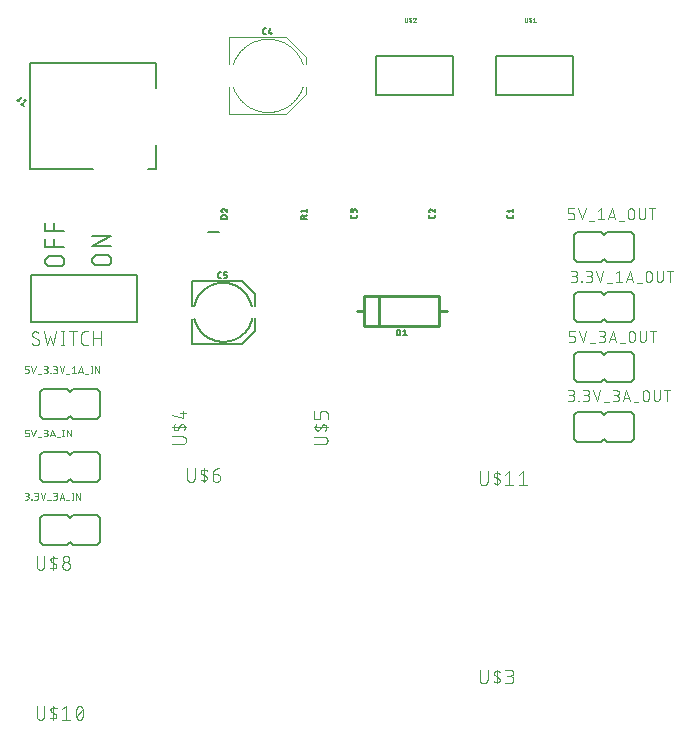
<source format=gbr>
G04 EAGLE Gerber RS-274X export*
G75*
%MOMM*%
%FSLAX34Y34*%
%LPD*%
%INSilkscreen Top*%
%IPPOS*%
%AMOC8*
5,1,8,0,0,1.08239X$1,22.5*%
G01*
%ADD10C,0.050800*%
%ADD11C,0.076200*%
%ADD12C,0.152400*%
%ADD13C,0.127000*%
%ADD14C,0.101600*%
%ADD15C,0.254000*%
%ADD16C,0.203200*%
%ADD17C,0.025400*%


D10*
X25654Y466354D02*
X27601Y466354D01*
X27671Y466356D01*
X27741Y466362D01*
X27811Y466371D01*
X27880Y466384D01*
X27948Y466401D01*
X28015Y466422D01*
X28081Y466446D01*
X28146Y466474D01*
X28209Y466505D01*
X28270Y466540D01*
X28329Y466578D01*
X28387Y466619D01*
X28441Y466663D01*
X28494Y466710D01*
X28543Y466759D01*
X28590Y466812D01*
X28634Y466866D01*
X28675Y466924D01*
X28713Y466983D01*
X28748Y467044D01*
X28779Y467107D01*
X28807Y467172D01*
X28831Y467238D01*
X28852Y467305D01*
X28869Y467373D01*
X28882Y467442D01*
X28891Y467512D01*
X28897Y467582D01*
X28899Y467652D01*
X28900Y467652D02*
X28900Y468301D01*
X28899Y468301D02*
X28897Y468371D01*
X28891Y468441D01*
X28882Y468511D01*
X28869Y468580D01*
X28852Y468648D01*
X28831Y468715D01*
X28807Y468781D01*
X28779Y468846D01*
X28748Y468909D01*
X28713Y468970D01*
X28675Y469029D01*
X28634Y469087D01*
X28590Y469141D01*
X28543Y469194D01*
X28494Y469243D01*
X28441Y469290D01*
X28387Y469334D01*
X28329Y469375D01*
X28270Y469413D01*
X28209Y469448D01*
X28146Y469479D01*
X28081Y469507D01*
X28015Y469531D01*
X27948Y469552D01*
X27880Y469569D01*
X27811Y469582D01*
X27741Y469591D01*
X27671Y469597D01*
X27601Y469599D01*
X27601Y469600D02*
X25654Y469600D01*
X25654Y472196D01*
X28900Y472196D01*
X31044Y472196D02*
X32992Y466354D01*
X34939Y472196D01*
X36837Y465705D02*
X39433Y465705D01*
X41656Y466354D02*
X43279Y466354D01*
X43359Y466356D01*
X43438Y466362D01*
X43517Y466372D01*
X43596Y466385D01*
X43673Y466403D01*
X43750Y466424D01*
X43826Y466449D01*
X43900Y466478D01*
X43973Y466510D01*
X44044Y466546D01*
X44113Y466585D01*
X44181Y466628D01*
X44246Y466673D01*
X44309Y466722D01*
X44369Y466774D01*
X44427Y466829D01*
X44482Y466887D01*
X44534Y466947D01*
X44583Y467010D01*
X44628Y467075D01*
X44671Y467143D01*
X44710Y467212D01*
X44746Y467283D01*
X44778Y467356D01*
X44807Y467430D01*
X44832Y467506D01*
X44853Y467583D01*
X44871Y467660D01*
X44884Y467739D01*
X44894Y467818D01*
X44900Y467897D01*
X44902Y467977D01*
X44900Y468057D01*
X44894Y468136D01*
X44884Y468215D01*
X44871Y468294D01*
X44853Y468371D01*
X44832Y468448D01*
X44807Y468524D01*
X44778Y468598D01*
X44746Y468671D01*
X44710Y468742D01*
X44671Y468811D01*
X44628Y468879D01*
X44583Y468944D01*
X44534Y469007D01*
X44482Y469067D01*
X44427Y469125D01*
X44369Y469180D01*
X44309Y469232D01*
X44246Y469281D01*
X44181Y469326D01*
X44113Y469369D01*
X44044Y469408D01*
X43973Y469444D01*
X43900Y469476D01*
X43826Y469505D01*
X43750Y469530D01*
X43673Y469551D01*
X43596Y469569D01*
X43517Y469582D01*
X43438Y469592D01*
X43359Y469598D01*
X43279Y469600D01*
X43603Y472196D02*
X41656Y472196D01*
X43603Y472196D02*
X43673Y472194D01*
X43743Y472188D01*
X43813Y472179D01*
X43882Y472166D01*
X43950Y472149D01*
X44017Y472128D01*
X44083Y472104D01*
X44148Y472076D01*
X44211Y472045D01*
X44272Y472010D01*
X44331Y471972D01*
X44389Y471931D01*
X44443Y471887D01*
X44496Y471840D01*
X44545Y471791D01*
X44592Y471738D01*
X44636Y471684D01*
X44677Y471626D01*
X44715Y471567D01*
X44750Y471506D01*
X44781Y471443D01*
X44809Y471378D01*
X44833Y471312D01*
X44854Y471245D01*
X44871Y471177D01*
X44884Y471108D01*
X44893Y471038D01*
X44899Y470968D01*
X44901Y470898D01*
X44899Y470828D01*
X44893Y470758D01*
X44884Y470688D01*
X44871Y470619D01*
X44854Y470551D01*
X44833Y470484D01*
X44809Y470418D01*
X44781Y470353D01*
X44750Y470290D01*
X44715Y470229D01*
X44677Y470170D01*
X44636Y470112D01*
X44592Y470058D01*
X44545Y470005D01*
X44496Y469956D01*
X44443Y469909D01*
X44389Y469865D01*
X44331Y469824D01*
X44272Y469786D01*
X44211Y469751D01*
X44148Y469720D01*
X44083Y469692D01*
X44017Y469668D01*
X43950Y469647D01*
X43882Y469630D01*
X43813Y469617D01*
X43743Y469608D01*
X43673Y469602D01*
X43603Y469600D01*
X42305Y469600D01*
X47117Y466679D02*
X47117Y466354D01*
X47117Y466679D02*
X47441Y466679D01*
X47441Y466354D01*
X47117Y466354D01*
X49657Y466354D02*
X51280Y466354D01*
X51360Y466356D01*
X51439Y466362D01*
X51518Y466372D01*
X51597Y466385D01*
X51674Y466403D01*
X51751Y466424D01*
X51827Y466449D01*
X51901Y466478D01*
X51974Y466510D01*
X52045Y466546D01*
X52114Y466585D01*
X52182Y466628D01*
X52247Y466673D01*
X52310Y466722D01*
X52370Y466774D01*
X52428Y466829D01*
X52483Y466887D01*
X52535Y466947D01*
X52584Y467010D01*
X52629Y467075D01*
X52672Y467143D01*
X52711Y467212D01*
X52747Y467283D01*
X52779Y467356D01*
X52808Y467430D01*
X52833Y467506D01*
X52854Y467583D01*
X52872Y467660D01*
X52885Y467739D01*
X52895Y467818D01*
X52901Y467897D01*
X52903Y467977D01*
X52901Y468057D01*
X52895Y468136D01*
X52885Y468215D01*
X52872Y468294D01*
X52854Y468371D01*
X52833Y468448D01*
X52808Y468524D01*
X52779Y468598D01*
X52747Y468671D01*
X52711Y468742D01*
X52672Y468811D01*
X52629Y468879D01*
X52584Y468944D01*
X52535Y469007D01*
X52483Y469067D01*
X52428Y469125D01*
X52370Y469180D01*
X52310Y469232D01*
X52247Y469281D01*
X52182Y469326D01*
X52114Y469369D01*
X52045Y469408D01*
X51974Y469444D01*
X51901Y469476D01*
X51827Y469505D01*
X51751Y469530D01*
X51674Y469551D01*
X51597Y469569D01*
X51518Y469582D01*
X51439Y469592D01*
X51360Y469598D01*
X51280Y469600D01*
X51604Y472196D02*
X49657Y472196D01*
X51604Y472196D02*
X51674Y472194D01*
X51744Y472188D01*
X51814Y472179D01*
X51883Y472166D01*
X51951Y472149D01*
X52018Y472128D01*
X52084Y472104D01*
X52149Y472076D01*
X52212Y472045D01*
X52273Y472010D01*
X52332Y471972D01*
X52390Y471931D01*
X52444Y471887D01*
X52497Y471840D01*
X52546Y471791D01*
X52593Y471738D01*
X52637Y471684D01*
X52678Y471626D01*
X52716Y471567D01*
X52751Y471506D01*
X52782Y471443D01*
X52810Y471378D01*
X52834Y471312D01*
X52855Y471245D01*
X52872Y471177D01*
X52885Y471108D01*
X52894Y471038D01*
X52900Y470968D01*
X52902Y470898D01*
X52900Y470828D01*
X52894Y470758D01*
X52885Y470688D01*
X52872Y470619D01*
X52855Y470551D01*
X52834Y470484D01*
X52810Y470418D01*
X52782Y470353D01*
X52751Y470290D01*
X52716Y470229D01*
X52678Y470170D01*
X52637Y470112D01*
X52593Y470058D01*
X52546Y470005D01*
X52497Y469956D01*
X52444Y469909D01*
X52390Y469865D01*
X52332Y469824D01*
X52273Y469786D01*
X52212Y469751D01*
X52149Y469720D01*
X52084Y469692D01*
X52018Y469668D01*
X51951Y469647D01*
X51883Y469630D01*
X51814Y469617D01*
X51744Y469608D01*
X51674Y469602D01*
X51604Y469600D01*
X50306Y469600D01*
X55047Y472196D02*
X56995Y466354D01*
X58942Y472196D01*
X60840Y465705D02*
X63436Y465705D01*
X65659Y470898D02*
X67282Y472196D01*
X67282Y466354D01*
X68904Y466354D02*
X65659Y466354D01*
X71049Y466354D02*
X72997Y472196D01*
X74944Y466354D01*
X74457Y467815D02*
X71536Y467815D01*
X76842Y465705D02*
X79438Y465705D01*
X82141Y466354D02*
X82141Y472196D01*
X82790Y466354D02*
X81491Y466354D01*
X81491Y472196D02*
X82790Y472196D01*
X85280Y472196D02*
X85280Y466354D01*
X88526Y466354D02*
X85280Y472196D01*
X88526Y472196D02*
X88526Y466354D01*
X27601Y412854D02*
X25654Y412854D01*
X27601Y412854D02*
X27671Y412856D01*
X27741Y412862D01*
X27811Y412871D01*
X27880Y412884D01*
X27948Y412901D01*
X28015Y412922D01*
X28081Y412946D01*
X28146Y412974D01*
X28209Y413005D01*
X28270Y413040D01*
X28329Y413078D01*
X28387Y413119D01*
X28441Y413163D01*
X28494Y413210D01*
X28543Y413259D01*
X28590Y413312D01*
X28634Y413366D01*
X28675Y413424D01*
X28713Y413483D01*
X28748Y413544D01*
X28779Y413607D01*
X28807Y413672D01*
X28831Y413738D01*
X28852Y413805D01*
X28869Y413873D01*
X28882Y413942D01*
X28891Y414012D01*
X28897Y414082D01*
X28899Y414152D01*
X28900Y414152D02*
X28900Y414801D01*
X28899Y414801D02*
X28897Y414871D01*
X28891Y414941D01*
X28882Y415011D01*
X28869Y415080D01*
X28852Y415148D01*
X28831Y415215D01*
X28807Y415281D01*
X28779Y415346D01*
X28748Y415409D01*
X28713Y415470D01*
X28675Y415529D01*
X28634Y415587D01*
X28590Y415641D01*
X28543Y415694D01*
X28494Y415743D01*
X28441Y415790D01*
X28387Y415834D01*
X28329Y415875D01*
X28270Y415913D01*
X28209Y415948D01*
X28146Y415979D01*
X28081Y416007D01*
X28015Y416031D01*
X27948Y416052D01*
X27880Y416069D01*
X27811Y416082D01*
X27741Y416091D01*
X27671Y416097D01*
X27601Y416099D01*
X27601Y416100D02*
X25654Y416100D01*
X25654Y418696D01*
X28900Y418696D01*
X31044Y418696D02*
X32992Y412854D01*
X34939Y418696D01*
X36837Y412205D02*
X39433Y412205D01*
X41656Y412854D02*
X43279Y412854D01*
X43359Y412856D01*
X43438Y412862D01*
X43517Y412872D01*
X43596Y412885D01*
X43673Y412903D01*
X43750Y412924D01*
X43826Y412949D01*
X43900Y412978D01*
X43973Y413010D01*
X44044Y413046D01*
X44113Y413085D01*
X44181Y413128D01*
X44246Y413173D01*
X44309Y413222D01*
X44369Y413274D01*
X44427Y413329D01*
X44482Y413387D01*
X44534Y413447D01*
X44583Y413510D01*
X44628Y413575D01*
X44671Y413643D01*
X44710Y413712D01*
X44746Y413783D01*
X44778Y413856D01*
X44807Y413930D01*
X44832Y414006D01*
X44853Y414083D01*
X44871Y414160D01*
X44884Y414239D01*
X44894Y414318D01*
X44900Y414397D01*
X44902Y414477D01*
X44900Y414557D01*
X44894Y414636D01*
X44884Y414715D01*
X44871Y414794D01*
X44853Y414871D01*
X44832Y414948D01*
X44807Y415024D01*
X44778Y415098D01*
X44746Y415171D01*
X44710Y415242D01*
X44671Y415311D01*
X44628Y415379D01*
X44583Y415444D01*
X44534Y415507D01*
X44482Y415567D01*
X44427Y415625D01*
X44369Y415680D01*
X44309Y415732D01*
X44246Y415781D01*
X44181Y415826D01*
X44113Y415869D01*
X44044Y415908D01*
X43973Y415944D01*
X43900Y415976D01*
X43826Y416005D01*
X43750Y416030D01*
X43673Y416051D01*
X43596Y416069D01*
X43517Y416082D01*
X43438Y416092D01*
X43359Y416098D01*
X43279Y416100D01*
X43603Y418696D02*
X41656Y418696D01*
X43603Y418696D02*
X43673Y418694D01*
X43743Y418688D01*
X43813Y418679D01*
X43882Y418666D01*
X43950Y418649D01*
X44017Y418628D01*
X44083Y418604D01*
X44148Y418576D01*
X44211Y418545D01*
X44272Y418510D01*
X44331Y418472D01*
X44389Y418431D01*
X44443Y418387D01*
X44496Y418340D01*
X44545Y418291D01*
X44592Y418238D01*
X44636Y418184D01*
X44677Y418126D01*
X44715Y418067D01*
X44750Y418006D01*
X44781Y417943D01*
X44809Y417878D01*
X44833Y417812D01*
X44854Y417745D01*
X44871Y417677D01*
X44884Y417608D01*
X44893Y417538D01*
X44899Y417468D01*
X44901Y417398D01*
X44899Y417328D01*
X44893Y417258D01*
X44884Y417188D01*
X44871Y417119D01*
X44854Y417051D01*
X44833Y416984D01*
X44809Y416918D01*
X44781Y416853D01*
X44750Y416790D01*
X44715Y416729D01*
X44677Y416670D01*
X44636Y416612D01*
X44592Y416558D01*
X44545Y416505D01*
X44496Y416456D01*
X44443Y416409D01*
X44389Y416365D01*
X44331Y416324D01*
X44272Y416286D01*
X44211Y416251D01*
X44148Y416220D01*
X44083Y416192D01*
X44017Y416168D01*
X43950Y416147D01*
X43882Y416130D01*
X43813Y416117D01*
X43743Y416108D01*
X43673Y416102D01*
X43603Y416100D01*
X42305Y416100D01*
X47046Y412854D02*
X48994Y418696D01*
X50941Y412854D01*
X50454Y414315D02*
X47533Y414315D01*
X52839Y412205D02*
X55435Y412205D01*
X58138Y412854D02*
X58138Y418696D01*
X57489Y412854D02*
X58787Y412854D01*
X58787Y418696D02*
X57489Y418696D01*
X61277Y418696D02*
X61277Y412854D01*
X64523Y412854D02*
X61277Y418696D01*
X64523Y418696D02*
X64523Y412854D01*
X27277Y359354D02*
X25654Y359354D01*
X27277Y359354D02*
X27357Y359356D01*
X27436Y359362D01*
X27515Y359372D01*
X27594Y359385D01*
X27671Y359403D01*
X27748Y359424D01*
X27824Y359449D01*
X27898Y359478D01*
X27971Y359510D01*
X28042Y359546D01*
X28111Y359585D01*
X28179Y359628D01*
X28244Y359673D01*
X28307Y359722D01*
X28367Y359774D01*
X28425Y359829D01*
X28480Y359887D01*
X28532Y359947D01*
X28581Y360010D01*
X28626Y360075D01*
X28669Y360143D01*
X28708Y360212D01*
X28744Y360283D01*
X28776Y360356D01*
X28805Y360430D01*
X28830Y360506D01*
X28851Y360583D01*
X28869Y360660D01*
X28882Y360739D01*
X28892Y360818D01*
X28898Y360897D01*
X28900Y360977D01*
X28898Y361057D01*
X28892Y361136D01*
X28882Y361215D01*
X28869Y361294D01*
X28851Y361371D01*
X28830Y361448D01*
X28805Y361524D01*
X28776Y361598D01*
X28744Y361671D01*
X28708Y361742D01*
X28669Y361811D01*
X28626Y361879D01*
X28581Y361944D01*
X28532Y362007D01*
X28480Y362067D01*
X28425Y362125D01*
X28367Y362180D01*
X28307Y362232D01*
X28244Y362281D01*
X28179Y362326D01*
X28111Y362369D01*
X28042Y362408D01*
X27971Y362444D01*
X27898Y362476D01*
X27824Y362505D01*
X27748Y362530D01*
X27671Y362551D01*
X27594Y362569D01*
X27515Y362582D01*
X27436Y362592D01*
X27357Y362598D01*
X27277Y362600D01*
X27601Y365196D02*
X25654Y365196D01*
X27601Y365196D02*
X27671Y365194D01*
X27741Y365188D01*
X27811Y365179D01*
X27880Y365166D01*
X27948Y365149D01*
X28015Y365128D01*
X28081Y365104D01*
X28146Y365076D01*
X28209Y365045D01*
X28270Y365010D01*
X28329Y364972D01*
X28387Y364931D01*
X28441Y364887D01*
X28494Y364840D01*
X28543Y364791D01*
X28590Y364738D01*
X28634Y364684D01*
X28675Y364626D01*
X28713Y364567D01*
X28748Y364506D01*
X28779Y364443D01*
X28807Y364378D01*
X28831Y364312D01*
X28852Y364245D01*
X28869Y364177D01*
X28882Y364108D01*
X28891Y364038D01*
X28897Y363968D01*
X28899Y363898D01*
X28897Y363828D01*
X28891Y363758D01*
X28882Y363688D01*
X28869Y363619D01*
X28852Y363551D01*
X28831Y363484D01*
X28807Y363418D01*
X28779Y363353D01*
X28748Y363290D01*
X28713Y363229D01*
X28675Y363170D01*
X28634Y363112D01*
X28590Y363058D01*
X28543Y363005D01*
X28494Y362956D01*
X28441Y362909D01*
X28387Y362865D01*
X28329Y362824D01*
X28270Y362786D01*
X28209Y362751D01*
X28146Y362720D01*
X28081Y362692D01*
X28015Y362668D01*
X27948Y362647D01*
X27880Y362630D01*
X27811Y362617D01*
X27741Y362608D01*
X27671Y362602D01*
X27601Y362600D01*
X26303Y362600D01*
X31115Y359679D02*
X31115Y359354D01*
X31115Y359679D02*
X31440Y359679D01*
X31440Y359354D01*
X31115Y359354D01*
X33655Y359354D02*
X35278Y359354D01*
X35358Y359356D01*
X35437Y359362D01*
X35516Y359372D01*
X35595Y359385D01*
X35672Y359403D01*
X35749Y359424D01*
X35825Y359449D01*
X35899Y359478D01*
X35972Y359510D01*
X36043Y359546D01*
X36112Y359585D01*
X36180Y359628D01*
X36245Y359673D01*
X36308Y359722D01*
X36368Y359774D01*
X36426Y359829D01*
X36481Y359887D01*
X36533Y359947D01*
X36582Y360010D01*
X36627Y360075D01*
X36670Y360143D01*
X36709Y360212D01*
X36745Y360283D01*
X36777Y360356D01*
X36806Y360430D01*
X36831Y360506D01*
X36852Y360583D01*
X36870Y360660D01*
X36883Y360739D01*
X36893Y360818D01*
X36899Y360897D01*
X36901Y360977D01*
X36899Y361057D01*
X36893Y361136D01*
X36883Y361215D01*
X36870Y361294D01*
X36852Y361371D01*
X36831Y361448D01*
X36806Y361524D01*
X36777Y361598D01*
X36745Y361671D01*
X36709Y361742D01*
X36670Y361811D01*
X36627Y361879D01*
X36582Y361944D01*
X36533Y362007D01*
X36481Y362067D01*
X36426Y362125D01*
X36368Y362180D01*
X36308Y362232D01*
X36245Y362281D01*
X36180Y362326D01*
X36112Y362369D01*
X36043Y362408D01*
X35972Y362444D01*
X35899Y362476D01*
X35825Y362505D01*
X35749Y362530D01*
X35672Y362551D01*
X35595Y362569D01*
X35516Y362582D01*
X35437Y362592D01*
X35358Y362598D01*
X35278Y362600D01*
X35602Y365196D02*
X33655Y365196D01*
X35602Y365196D02*
X35672Y365194D01*
X35742Y365188D01*
X35812Y365179D01*
X35881Y365166D01*
X35949Y365149D01*
X36016Y365128D01*
X36082Y365104D01*
X36147Y365076D01*
X36210Y365045D01*
X36271Y365010D01*
X36330Y364972D01*
X36388Y364931D01*
X36442Y364887D01*
X36495Y364840D01*
X36544Y364791D01*
X36591Y364738D01*
X36635Y364684D01*
X36676Y364626D01*
X36714Y364567D01*
X36749Y364506D01*
X36780Y364443D01*
X36808Y364378D01*
X36832Y364312D01*
X36853Y364245D01*
X36870Y364177D01*
X36883Y364108D01*
X36892Y364038D01*
X36898Y363968D01*
X36900Y363898D01*
X36898Y363828D01*
X36892Y363758D01*
X36883Y363688D01*
X36870Y363619D01*
X36853Y363551D01*
X36832Y363484D01*
X36808Y363418D01*
X36780Y363353D01*
X36749Y363290D01*
X36714Y363229D01*
X36676Y363170D01*
X36635Y363112D01*
X36591Y363058D01*
X36544Y363005D01*
X36495Y362956D01*
X36442Y362909D01*
X36388Y362865D01*
X36330Y362824D01*
X36271Y362786D01*
X36210Y362751D01*
X36147Y362720D01*
X36082Y362692D01*
X36016Y362668D01*
X35949Y362647D01*
X35881Y362630D01*
X35812Y362617D01*
X35742Y362608D01*
X35672Y362602D01*
X35602Y362600D01*
X34304Y362600D01*
X39045Y365196D02*
X40993Y359354D01*
X42940Y365196D01*
X44838Y358705D02*
X47434Y358705D01*
X49657Y359354D02*
X51280Y359354D01*
X51360Y359356D01*
X51439Y359362D01*
X51518Y359372D01*
X51597Y359385D01*
X51674Y359403D01*
X51751Y359424D01*
X51827Y359449D01*
X51901Y359478D01*
X51974Y359510D01*
X52045Y359546D01*
X52114Y359585D01*
X52182Y359628D01*
X52247Y359673D01*
X52310Y359722D01*
X52370Y359774D01*
X52428Y359829D01*
X52483Y359887D01*
X52535Y359947D01*
X52584Y360010D01*
X52629Y360075D01*
X52672Y360143D01*
X52711Y360212D01*
X52747Y360283D01*
X52779Y360356D01*
X52808Y360430D01*
X52833Y360506D01*
X52854Y360583D01*
X52872Y360660D01*
X52885Y360739D01*
X52895Y360818D01*
X52901Y360897D01*
X52903Y360977D01*
X52901Y361057D01*
X52895Y361136D01*
X52885Y361215D01*
X52872Y361294D01*
X52854Y361371D01*
X52833Y361448D01*
X52808Y361524D01*
X52779Y361598D01*
X52747Y361671D01*
X52711Y361742D01*
X52672Y361811D01*
X52629Y361879D01*
X52584Y361944D01*
X52535Y362007D01*
X52483Y362067D01*
X52428Y362125D01*
X52370Y362180D01*
X52310Y362232D01*
X52247Y362281D01*
X52182Y362326D01*
X52114Y362369D01*
X52045Y362408D01*
X51974Y362444D01*
X51901Y362476D01*
X51827Y362505D01*
X51751Y362530D01*
X51674Y362551D01*
X51597Y362569D01*
X51518Y362582D01*
X51439Y362592D01*
X51360Y362598D01*
X51280Y362600D01*
X51604Y365196D02*
X49657Y365196D01*
X51604Y365196D02*
X51674Y365194D01*
X51744Y365188D01*
X51814Y365179D01*
X51883Y365166D01*
X51951Y365149D01*
X52018Y365128D01*
X52084Y365104D01*
X52149Y365076D01*
X52212Y365045D01*
X52273Y365010D01*
X52332Y364972D01*
X52390Y364931D01*
X52444Y364887D01*
X52497Y364840D01*
X52546Y364791D01*
X52593Y364738D01*
X52637Y364684D01*
X52678Y364626D01*
X52716Y364567D01*
X52751Y364506D01*
X52782Y364443D01*
X52810Y364378D01*
X52834Y364312D01*
X52855Y364245D01*
X52872Y364177D01*
X52885Y364108D01*
X52894Y364038D01*
X52900Y363968D01*
X52902Y363898D01*
X52900Y363828D01*
X52894Y363758D01*
X52885Y363688D01*
X52872Y363619D01*
X52855Y363551D01*
X52834Y363484D01*
X52810Y363418D01*
X52782Y363353D01*
X52751Y363290D01*
X52716Y363229D01*
X52678Y363170D01*
X52637Y363112D01*
X52593Y363058D01*
X52546Y363005D01*
X52497Y362956D01*
X52444Y362909D01*
X52390Y362865D01*
X52332Y362824D01*
X52273Y362786D01*
X52212Y362751D01*
X52149Y362720D01*
X52084Y362692D01*
X52018Y362668D01*
X51951Y362647D01*
X51883Y362630D01*
X51814Y362617D01*
X51744Y362608D01*
X51674Y362602D01*
X51604Y362600D01*
X50306Y362600D01*
X55047Y359354D02*
X56995Y365196D01*
X58942Y359354D01*
X58455Y360815D02*
X55534Y360815D01*
X60840Y358705D02*
X63436Y358705D01*
X66139Y359354D02*
X66139Y365196D01*
X66788Y359354D02*
X65489Y359354D01*
X65489Y365196D02*
X66788Y365196D01*
X69278Y365196D02*
X69278Y359354D01*
X72524Y359354D02*
X69278Y365196D01*
X72524Y365196D02*
X72524Y359354D01*
D11*
X485681Y442681D02*
X488247Y442681D01*
X488346Y442683D01*
X488446Y442689D01*
X488545Y442698D01*
X488643Y442712D01*
X488741Y442729D01*
X488839Y442750D01*
X488935Y442775D01*
X489030Y442804D01*
X489125Y442836D01*
X489217Y442872D01*
X489309Y442911D01*
X489399Y442954D01*
X489487Y443000D01*
X489573Y443050D01*
X489657Y443103D01*
X489739Y443159D01*
X489819Y443219D01*
X489896Y443281D01*
X489971Y443347D01*
X490044Y443415D01*
X490113Y443486D01*
X490180Y443560D01*
X490244Y443636D01*
X490305Y443715D01*
X490363Y443796D01*
X490418Y443879D01*
X490469Y443964D01*
X490517Y444051D01*
X490562Y444140D01*
X490603Y444231D01*
X490641Y444323D01*
X490675Y444416D01*
X490705Y444511D01*
X490732Y444607D01*
X490755Y444704D01*
X490774Y444801D01*
X490789Y444900D01*
X490801Y444999D01*
X490809Y445098D01*
X490813Y445197D01*
X490813Y445297D01*
X490809Y445396D01*
X490801Y445495D01*
X490789Y445594D01*
X490774Y445693D01*
X490755Y445790D01*
X490732Y445887D01*
X490705Y445983D01*
X490675Y446078D01*
X490641Y446171D01*
X490603Y446263D01*
X490562Y446354D01*
X490517Y446443D01*
X490469Y446530D01*
X490418Y446615D01*
X490363Y446698D01*
X490305Y446779D01*
X490244Y446858D01*
X490180Y446934D01*
X490113Y447008D01*
X490044Y447079D01*
X489971Y447147D01*
X489896Y447213D01*
X489819Y447275D01*
X489739Y447335D01*
X489657Y447391D01*
X489573Y447444D01*
X489487Y447494D01*
X489399Y447540D01*
X489309Y447583D01*
X489217Y447622D01*
X489125Y447658D01*
X489030Y447690D01*
X488935Y447719D01*
X488839Y447744D01*
X488741Y447765D01*
X488643Y447782D01*
X488545Y447796D01*
X488446Y447805D01*
X488346Y447811D01*
X488247Y447813D01*
X488760Y451919D02*
X485681Y451919D01*
X488760Y451919D02*
X488850Y451917D01*
X488939Y451911D01*
X489028Y451901D01*
X489116Y451888D01*
X489204Y451870D01*
X489291Y451849D01*
X489377Y451824D01*
X489462Y451795D01*
X489546Y451763D01*
X489628Y451727D01*
X489708Y451687D01*
X489787Y451644D01*
X489863Y451597D01*
X489938Y451548D01*
X490010Y451495D01*
X490080Y451439D01*
X490147Y451380D01*
X490212Y451318D01*
X490274Y451253D01*
X490333Y451186D01*
X490389Y451116D01*
X490442Y451044D01*
X490491Y450969D01*
X490538Y450893D01*
X490581Y450814D01*
X490621Y450734D01*
X490657Y450652D01*
X490689Y450568D01*
X490718Y450483D01*
X490743Y450397D01*
X490764Y450310D01*
X490782Y450222D01*
X490795Y450134D01*
X490805Y450045D01*
X490811Y449956D01*
X490813Y449866D01*
X490811Y449776D01*
X490805Y449687D01*
X490795Y449598D01*
X490782Y449510D01*
X490764Y449422D01*
X490743Y449335D01*
X490718Y449249D01*
X490689Y449164D01*
X490657Y449080D01*
X490621Y448998D01*
X490581Y448918D01*
X490538Y448840D01*
X490491Y448763D01*
X490442Y448688D01*
X490389Y448616D01*
X490333Y448546D01*
X490274Y448479D01*
X490212Y448414D01*
X490147Y448352D01*
X490080Y448293D01*
X490010Y448237D01*
X489938Y448184D01*
X489863Y448135D01*
X489787Y448088D01*
X489708Y448045D01*
X489628Y448005D01*
X489546Y447969D01*
X489462Y447937D01*
X489377Y447908D01*
X489291Y447883D01*
X489204Y447862D01*
X489116Y447844D01*
X489028Y447831D01*
X488939Y447821D01*
X488850Y447815D01*
X488760Y447813D01*
X486707Y447813D01*
X494290Y443194D02*
X494290Y442681D01*
X494290Y443194D02*
X494804Y443194D01*
X494804Y442681D01*
X494290Y442681D01*
X498281Y442681D02*
X500847Y442681D01*
X500946Y442683D01*
X501046Y442689D01*
X501145Y442698D01*
X501243Y442712D01*
X501341Y442729D01*
X501439Y442750D01*
X501535Y442775D01*
X501630Y442804D01*
X501725Y442836D01*
X501817Y442872D01*
X501909Y442911D01*
X501999Y442954D01*
X502087Y443000D01*
X502173Y443050D01*
X502257Y443103D01*
X502339Y443159D01*
X502419Y443219D01*
X502496Y443281D01*
X502571Y443347D01*
X502644Y443415D01*
X502713Y443486D01*
X502780Y443560D01*
X502844Y443636D01*
X502905Y443715D01*
X502963Y443796D01*
X503018Y443879D01*
X503069Y443964D01*
X503117Y444051D01*
X503162Y444140D01*
X503203Y444231D01*
X503241Y444323D01*
X503275Y444416D01*
X503305Y444511D01*
X503332Y444607D01*
X503355Y444704D01*
X503374Y444801D01*
X503389Y444900D01*
X503401Y444999D01*
X503409Y445098D01*
X503413Y445197D01*
X503413Y445297D01*
X503409Y445396D01*
X503401Y445495D01*
X503389Y445594D01*
X503374Y445693D01*
X503355Y445790D01*
X503332Y445887D01*
X503305Y445983D01*
X503275Y446078D01*
X503241Y446171D01*
X503203Y446263D01*
X503162Y446354D01*
X503117Y446443D01*
X503069Y446530D01*
X503018Y446615D01*
X502963Y446698D01*
X502905Y446779D01*
X502844Y446858D01*
X502780Y446934D01*
X502713Y447008D01*
X502644Y447079D01*
X502571Y447147D01*
X502496Y447213D01*
X502419Y447275D01*
X502339Y447335D01*
X502257Y447391D01*
X502173Y447444D01*
X502087Y447494D01*
X501999Y447540D01*
X501909Y447583D01*
X501817Y447622D01*
X501725Y447658D01*
X501630Y447690D01*
X501535Y447719D01*
X501439Y447744D01*
X501341Y447765D01*
X501243Y447782D01*
X501145Y447796D01*
X501046Y447805D01*
X500946Y447811D01*
X500847Y447813D01*
X501360Y451919D02*
X498281Y451919D01*
X501360Y451919D02*
X501450Y451917D01*
X501539Y451911D01*
X501628Y451901D01*
X501716Y451888D01*
X501804Y451870D01*
X501891Y451849D01*
X501977Y451824D01*
X502062Y451795D01*
X502146Y451763D01*
X502228Y451727D01*
X502308Y451687D01*
X502387Y451644D01*
X502463Y451597D01*
X502538Y451548D01*
X502610Y451495D01*
X502680Y451439D01*
X502747Y451380D01*
X502812Y451318D01*
X502874Y451253D01*
X502933Y451186D01*
X502989Y451116D01*
X503042Y451044D01*
X503091Y450969D01*
X503138Y450893D01*
X503181Y450814D01*
X503221Y450734D01*
X503257Y450652D01*
X503289Y450568D01*
X503318Y450483D01*
X503343Y450397D01*
X503364Y450310D01*
X503382Y450222D01*
X503395Y450134D01*
X503405Y450045D01*
X503411Y449956D01*
X503413Y449866D01*
X503411Y449776D01*
X503405Y449687D01*
X503395Y449598D01*
X503382Y449510D01*
X503364Y449422D01*
X503343Y449335D01*
X503318Y449249D01*
X503289Y449164D01*
X503257Y449080D01*
X503221Y448998D01*
X503181Y448918D01*
X503138Y448840D01*
X503091Y448763D01*
X503042Y448688D01*
X502989Y448616D01*
X502933Y448546D01*
X502874Y448479D01*
X502812Y448414D01*
X502747Y448352D01*
X502680Y448293D01*
X502610Y448237D01*
X502538Y448184D01*
X502463Y448135D01*
X502387Y448088D01*
X502308Y448045D01*
X502228Y448005D01*
X502146Y447969D01*
X502062Y447937D01*
X501977Y447908D01*
X501891Y447883D01*
X501804Y447862D01*
X501716Y447844D01*
X501628Y447831D01*
X501539Y447821D01*
X501450Y447815D01*
X501360Y447813D01*
X499307Y447813D01*
X506768Y451919D02*
X509847Y442681D01*
X512926Y451919D01*
X515894Y441655D02*
X520000Y441655D01*
X523481Y442681D02*
X526047Y442681D01*
X526146Y442683D01*
X526246Y442689D01*
X526345Y442698D01*
X526443Y442712D01*
X526541Y442729D01*
X526639Y442750D01*
X526735Y442775D01*
X526830Y442804D01*
X526925Y442836D01*
X527017Y442872D01*
X527109Y442911D01*
X527199Y442954D01*
X527287Y443000D01*
X527373Y443050D01*
X527457Y443103D01*
X527539Y443159D01*
X527619Y443219D01*
X527696Y443281D01*
X527771Y443347D01*
X527844Y443415D01*
X527913Y443486D01*
X527980Y443560D01*
X528044Y443636D01*
X528105Y443715D01*
X528163Y443796D01*
X528218Y443879D01*
X528269Y443964D01*
X528317Y444051D01*
X528362Y444140D01*
X528403Y444231D01*
X528441Y444323D01*
X528475Y444416D01*
X528505Y444511D01*
X528532Y444607D01*
X528555Y444704D01*
X528574Y444801D01*
X528589Y444900D01*
X528601Y444999D01*
X528609Y445098D01*
X528613Y445197D01*
X528613Y445297D01*
X528609Y445396D01*
X528601Y445495D01*
X528589Y445594D01*
X528574Y445693D01*
X528555Y445790D01*
X528532Y445887D01*
X528505Y445983D01*
X528475Y446078D01*
X528441Y446171D01*
X528403Y446263D01*
X528362Y446354D01*
X528317Y446443D01*
X528269Y446530D01*
X528218Y446615D01*
X528163Y446698D01*
X528105Y446779D01*
X528044Y446858D01*
X527980Y446934D01*
X527913Y447008D01*
X527844Y447079D01*
X527771Y447147D01*
X527696Y447213D01*
X527619Y447275D01*
X527539Y447335D01*
X527457Y447391D01*
X527373Y447444D01*
X527287Y447494D01*
X527199Y447540D01*
X527109Y447583D01*
X527017Y447622D01*
X526925Y447658D01*
X526830Y447690D01*
X526735Y447719D01*
X526639Y447744D01*
X526541Y447765D01*
X526443Y447782D01*
X526345Y447796D01*
X526246Y447805D01*
X526146Y447811D01*
X526047Y447813D01*
X526560Y451919D02*
X523481Y451919D01*
X526560Y451919D02*
X526650Y451917D01*
X526739Y451911D01*
X526828Y451901D01*
X526916Y451888D01*
X527004Y451870D01*
X527091Y451849D01*
X527177Y451824D01*
X527262Y451795D01*
X527346Y451763D01*
X527428Y451727D01*
X527508Y451687D01*
X527587Y451644D01*
X527663Y451597D01*
X527738Y451548D01*
X527810Y451495D01*
X527880Y451439D01*
X527947Y451380D01*
X528012Y451318D01*
X528074Y451253D01*
X528133Y451186D01*
X528189Y451116D01*
X528242Y451044D01*
X528291Y450969D01*
X528338Y450893D01*
X528381Y450814D01*
X528421Y450734D01*
X528457Y450652D01*
X528489Y450568D01*
X528518Y450483D01*
X528543Y450397D01*
X528564Y450310D01*
X528582Y450222D01*
X528595Y450134D01*
X528605Y450045D01*
X528611Y449956D01*
X528613Y449866D01*
X528611Y449776D01*
X528605Y449687D01*
X528595Y449598D01*
X528582Y449510D01*
X528564Y449422D01*
X528543Y449335D01*
X528518Y449249D01*
X528489Y449164D01*
X528457Y449080D01*
X528421Y448998D01*
X528381Y448918D01*
X528338Y448840D01*
X528291Y448763D01*
X528242Y448688D01*
X528189Y448616D01*
X528133Y448546D01*
X528074Y448479D01*
X528012Y448414D01*
X527947Y448352D01*
X527880Y448293D01*
X527810Y448237D01*
X527738Y448184D01*
X527663Y448135D01*
X527587Y448088D01*
X527508Y448045D01*
X527428Y448005D01*
X527346Y447969D01*
X527262Y447937D01*
X527177Y447908D01*
X527091Y447883D01*
X527004Y447862D01*
X526916Y447844D01*
X526828Y447831D01*
X526739Y447821D01*
X526650Y447815D01*
X526560Y447813D01*
X524507Y447813D01*
X531968Y442681D02*
X535047Y451919D01*
X538126Y442681D01*
X537356Y444991D02*
X532737Y444991D01*
X541094Y441655D02*
X545200Y441655D01*
X548681Y445247D02*
X548681Y449353D01*
X548683Y449452D01*
X548689Y449552D01*
X548698Y449651D01*
X548712Y449749D01*
X548729Y449847D01*
X548750Y449945D01*
X548775Y450041D01*
X548804Y450136D01*
X548836Y450231D01*
X548872Y450323D01*
X548911Y450415D01*
X548954Y450505D01*
X549000Y450593D01*
X549050Y450679D01*
X549103Y450763D01*
X549159Y450845D01*
X549219Y450925D01*
X549281Y451002D01*
X549347Y451077D01*
X549415Y451150D01*
X549486Y451219D01*
X549560Y451286D01*
X549636Y451350D01*
X549715Y451411D01*
X549796Y451469D01*
X549879Y451524D01*
X549964Y451575D01*
X550051Y451623D01*
X550140Y451668D01*
X550231Y451709D01*
X550323Y451747D01*
X550416Y451781D01*
X550511Y451811D01*
X550607Y451838D01*
X550704Y451861D01*
X550801Y451880D01*
X550900Y451895D01*
X550999Y451907D01*
X551098Y451915D01*
X551197Y451919D01*
X551297Y451919D01*
X551396Y451915D01*
X551495Y451907D01*
X551594Y451895D01*
X551693Y451880D01*
X551790Y451861D01*
X551887Y451838D01*
X551983Y451811D01*
X552078Y451781D01*
X552171Y451747D01*
X552263Y451709D01*
X552354Y451668D01*
X552443Y451623D01*
X552530Y451575D01*
X552615Y451524D01*
X552698Y451469D01*
X552779Y451411D01*
X552858Y451350D01*
X552934Y451286D01*
X553008Y451219D01*
X553079Y451150D01*
X553147Y451077D01*
X553213Y451002D01*
X553275Y450925D01*
X553335Y450845D01*
X553391Y450763D01*
X553444Y450679D01*
X553494Y450593D01*
X553540Y450505D01*
X553583Y450415D01*
X553622Y450323D01*
X553658Y450231D01*
X553690Y450136D01*
X553719Y450041D01*
X553744Y449945D01*
X553765Y449847D01*
X553782Y449749D01*
X553796Y449651D01*
X553805Y449552D01*
X553811Y449452D01*
X553813Y449353D01*
X553813Y445247D01*
X553811Y445148D01*
X553805Y445048D01*
X553796Y444949D01*
X553782Y444851D01*
X553765Y444753D01*
X553744Y444655D01*
X553719Y444559D01*
X553690Y444464D01*
X553658Y444369D01*
X553622Y444277D01*
X553583Y444185D01*
X553540Y444095D01*
X553494Y444007D01*
X553444Y443921D01*
X553391Y443837D01*
X553335Y443755D01*
X553275Y443675D01*
X553213Y443598D01*
X553147Y443523D01*
X553079Y443450D01*
X553008Y443381D01*
X552934Y443314D01*
X552858Y443250D01*
X552779Y443189D01*
X552698Y443131D01*
X552615Y443076D01*
X552530Y443025D01*
X552443Y442977D01*
X552354Y442932D01*
X552263Y442891D01*
X552171Y442853D01*
X552078Y442819D01*
X551983Y442789D01*
X551887Y442762D01*
X551790Y442739D01*
X551693Y442720D01*
X551594Y442705D01*
X551495Y442693D01*
X551396Y442685D01*
X551297Y442681D01*
X551197Y442681D01*
X551098Y442685D01*
X550999Y442693D01*
X550900Y442705D01*
X550801Y442720D01*
X550704Y442739D01*
X550607Y442762D01*
X550511Y442789D01*
X550416Y442819D01*
X550323Y442853D01*
X550231Y442891D01*
X550140Y442932D01*
X550051Y442977D01*
X549964Y443025D01*
X549879Y443076D01*
X549796Y443131D01*
X549715Y443189D01*
X549636Y443250D01*
X549560Y443314D01*
X549486Y443381D01*
X549415Y443450D01*
X549347Y443523D01*
X549281Y443598D01*
X549219Y443675D01*
X549159Y443755D01*
X549103Y443837D01*
X549050Y443921D01*
X549000Y444007D01*
X548954Y444095D01*
X548911Y444185D01*
X548872Y444277D01*
X548836Y444369D01*
X548804Y444464D01*
X548775Y444559D01*
X548750Y444655D01*
X548729Y444753D01*
X548712Y444851D01*
X548698Y444949D01*
X548689Y445048D01*
X548683Y445148D01*
X548681Y445247D01*
X557981Y445247D02*
X557981Y451919D01*
X557981Y445247D02*
X557983Y445148D01*
X557989Y445048D01*
X557998Y444949D01*
X558012Y444851D01*
X558029Y444753D01*
X558050Y444655D01*
X558075Y444559D01*
X558104Y444464D01*
X558136Y444369D01*
X558172Y444277D01*
X558211Y444185D01*
X558254Y444095D01*
X558300Y444007D01*
X558350Y443921D01*
X558403Y443837D01*
X558459Y443755D01*
X558519Y443675D01*
X558581Y443598D01*
X558647Y443523D01*
X558715Y443450D01*
X558786Y443381D01*
X558860Y443314D01*
X558936Y443250D01*
X559015Y443189D01*
X559096Y443131D01*
X559179Y443076D01*
X559264Y443025D01*
X559351Y442977D01*
X559440Y442932D01*
X559531Y442891D01*
X559623Y442853D01*
X559716Y442819D01*
X559811Y442789D01*
X559907Y442762D01*
X560004Y442739D01*
X560101Y442720D01*
X560200Y442705D01*
X560299Y442693D01*
X560398Y442685D01*
X560497Y442681D01*
X560597Y442681D01*
X560696Y442685D01*
X560795Y442693D01*
X560894Y442705D01*
X560993Y442720D01*
X561090Y442739D01*
X561187Y442762D01*
X561283Y442789D01*
X561378Y442819D01*
X561471Y442853D01*
X561563Y442891D01*
X561654Y442932D01*
X561743Y442977D01*
X561830Y443025D01*
X561915Y443076D01*
X561998Y443131D01*
X562079Y443189D01*
X562158Y443250D01*
X562234Y443314D01*
X562308Y443381D01*
X562379Y443450D01*
X562447Y443523D01*
X562513Y443598D01*
X562575Y443675D01*
X562635Y443755D01*
X562691Y443837D01*
X562744Y443921D01*
X562794Y444007D01*
X562840Y444095D01*
X562883Y444185D01*
X562922Y444277D01*
X562958Y444369D01*
X562990Y444464D01*
X563019Y444559D01*
X563044Y444655D01*
X563065Y444753D01*
X563082Y444851D01*
X563096Y444949D01*
X563105Y445048D01*
X563111Y445148D01*
X563113Y445247D01*
X563113Y451919D01*
X569247Y451919D02*
X569247Y442681D01*
X566681Y451919D02*
X571813Y451919D01*
X489560Y492681D02*
X486481Y492681D01*
X489560Y492681D02*
X489650Y492683D01*
X489739Y492689D01*
X489828Y492699D01*
X489916Y492712D01*
X490004Y492730D01*
X490091Y492751D01*
X490177Y492776D01*
X490262Y492805D01*
X490346Y492837D01*
X490428Y492873D01*
X490508Y492913D01*
X490586Y492956D01*
X490663Y493003D01*
X490738Y493052D01*
X490810Y493105D01*
X490880Y493161D01*
X490947Y493220D01*
X491012Y493282D01*
X491074Y493347D01*
X491133Y493414D01*
X491189Y493484D01*
X491242Y493556D01*
X491291Y493631D01*
X491338Y493707D01*
X491381Y493786D01*
X491421Y493866D01*
X491457Y493948D01*
X491489Y494032D01*
X491518Y494117D01*
X491543Y494203D01*
X491564Y494290D01*
X491582Y494377D01*
X491595Y494466D01*
X491605Y494555D01*
X491611Y494644D01*
X491613Y494734D01*
X491613Y495760D01*
X491611Y495850D01*
X491605Y495939D01*
X491595Y496028D01*
X491582Y496116D01*
X491564Y496204D01*
X491543Y496291D01*
X491518Y496377D01*
X491489Y496462D01*
X491457Y496546D01*
X491421Y496628D01*
X491381Y496708D01*
X491338Y496787D01*
X491291Y496863D01*
X491242Y496938D01*
X491189Y497010D01*
X491133Y497080D01*
X491074Y497147D01*
X491012Y497212D01*
X490947Y497274D01*
X490880Y497333D01*
X490810Y497389D01*
X490738Y497442D01*
X490663Y497491D01*
X490587Y497538D01*
X490508Y497581D01*
X490428Y497621D01*
X490346Y497657D01*
X490262Y497689D01*
X490177Y497718D01*
X490091Y497743D01*
X490004Y497764D01*
X489916Y497782D01*
X489828Y497795D01*
X489739Y497805D01*
X489650Y497811D01*
X489560Y497813D01*
X486481Y497813D01*
X486481Y501919D01*
X491613Y501919D01*
X494968Y501919D02*
X498047Y492681D01*
X501126Y501919D01*
X504094Y491655D02*
X508200Y491655D01*
X511681Y492681D02*
X514247Y492681D01*
X514346Y492683D01*
X514446Y492689D01*
X514545Y492698D01*
X514643Y492712D01*
X514741Y492729D01*
X514839Y492750D01*
X514935Y492775D01*
X515030Y492804D01*
X515125Y492836D01*
X515217Y492872D01*
X515309Y492911D01*
X515399Y492954D01*
X515487Y493000D01*
X515573Y493050D01*
X515657Y493103D01*
X515739Y493159D01*
X515819Y493219D01*
X515896Y493281D01*
X515971Y493347D01*
X516044Y493415D01*
X516113Y493486D01*
X516180Y493560D01*
X516244Y493636D01*
X516305Y493715D01*
X516363Y493796D01*
X516418Y493879D01*
X516469Y493964D01*
X516517Y494051D01*
X516562Y494140D01*
X516603Y494231D01*
X516641Y494323D01*
X516675Y494416D01*
X516705Y494511D01*
X516732Y494607D01*
X516755Y494704D01*
X516774Y494801D01*
X516789Y494900D01*
X516801Y494999D01*
X516809Y495098D01*
X516813Y495197D01*
X516813Y495297D01*
X516809Y495396D01*
X516801Y495495D01*
X516789Y495594D01*
X516774Y495693D01*
X516755Y495790D01*
X516732Y495887D01*
X516705Y495983D01*
X516675Y496078D01*
X516641Y496171D01*
X516603Y496263D01*
X516562Y496354D01*
X516517Y496443D01*
X516469Y496530D01*
X516418Y496615D01*
X516363Y496698D01*
X516305Y496779D01*
X516244Y496858D01*
X516180Y496934D01*
X516113Y497008D01*
X516044Y497079D01*
X515971Y497147D01*
X515896Y497213D01*
X515819Y497275D01*
X515739Y497335D01*
X515657Y497391D01*
X515573Y497444D01*
X515487Y497494D01*
X515399Y497540D01*
X515309Y497583D01*
X515217Y497622D01*
X515125Y497658D01*
X515030Y497690D01*
X514935Y497719D01*
X514839Y497744D01*
X514741Y497765D01*
X514643Y497782D01*
X514545Y497796D01*
X514446Y497805D01*
X514346Y497811D01*
X514247Y497813D01*
X514760Y501919D02*
X511681Y501919D01*
X514760Y501919D02*
X514850Y501917D01*
X514939Y501911D01*
X515028Y501901D01*
X515116Y501888D01*
X515204Y501870D01*
X515291Y501849D01*
X515377Y501824D01*
X515462Y501795D01*
X515546Y501763D01*
X515628Y501727D01*
X515708Y501687D01*
X515787Y501644D01*
X515863Y501597D01*
X515938Y501548D01*
X516010Y501495D01*
X516080Y501439D01*
X516147Y501380D01*
X516212Y501318D01*
X516274Y501253D01*
X516333Y501186D01*
X516389Y501116D01*
X516442Y501044D01*
X516491Y500969D01*
X516538Y500893D01*
X516581Y500814D01*
X516621Y500734D01*
X516657Y500652D01*
X516689Y500568D01*
X516718Y500483D01*
X516743Y500397D01*
X516764Y500310D01*
X516782Y500222D01*
X516795Y500134D01*
X516805Y500045D01*
X516811Y499956D01*
X516813Y499866D01*
X516811Y499776D01*
X516805Y499687D01*
X516795Y499598D01*
X516782Y499510D01*
X516764Y499422D01*
X516743Y499335D01*
X516718Y499249D01*
X516689Y499164D01*
X516657Y499080D01*
X516621Y498998D01*
X516581Y498918D01*
X516538Y498840D01*
X516491Y498763D01*
X516442Y498688D01*
X516389Y498616D01*
X516333Y498546D01*
X516274Y498479D01*
X516212Y498414D01*
X516147Y498352D01*
X516080Y498293D01*
X516010Y498237D01*
X515938Y498184D01*
X515863Y498135D01*
X515787Y498088D01*
X515708Y498045D01*
X515628Y498005D01*
X515546Y497969D01*
X515462Y497937D01*
X515377Y497908D01*
X515291Y497883D01*
X515204Y497862D01*
X515116Y497844D01*
X515028Y497831D01*
X514939Y497821D01*
X514850Y497815D01*
X514760Y497813D01*
X512707Y497813D01*
X520168Y492681D02*
X523247Y501919D01*
X526326Y492681D01*
X525557Y494991D02*
X520938Y494991D01*
X529294Y491655D02*
X533400Y491655D01*
X536881Y495247D02*
X536881Y499353D01*
X536883Y499452D01*
X536889Y499552D01*
X536898Y499651D01*
X536912Y499749D01*
X536929Y499847D01*
X536950Y499945D01*
X536975Y500041D01*
X537004Y500136D01*
X537036Y500231D01*
X537072Y500323D01*
X537111Y500415D01*
X537154Y500505D01*
X537200Y500593D01*
X537250Y500679D01*
X537303Y500763D01*
X537359Y500845D01*
X537419Y500925D01*
X537481Y501002D01*
X537547Y501077D01*
X537615Y501150D01*
X537686Y501219D01*
X537760Y501286D01*
X537836Y501350D01*
X537915Y501411D01*
X537996Y501469D01*
X538079Y501524D01*
X538164Y501575D01*
X538251Y501623D01*
X538340Y501668D01*
X538431Y501709D01*
X538523Y501747D01*
X538616Y501781D01*
X538711Y501811D01*
X538807Y501838D01*
X538904Y501861D01*
X539001Y501880D01*
X539100Y501895D01*
X539199Y501907D01*
X539298Y501915D01*
X539397Y501919D01*
X539497Y501919D01*
X539596Y501915D01*
X539695Y501907D01*
X539794Y501895D01*
X539893Y501880D01*
X539990Y501861D01*
X540087Y501838D01*
X540183Y501811D01*
X540278Y501781D01*
X540371Y501747D01*
X540463Y501709D01*
X540554Y501668D01*
X540643Y501623D01*
X540730Y501575D01*
X540815Y501524D01*
X540898Y501469D01*
X540979Y501411D01*
X541058Y501350D01*
X541134Y501286D01*
X541208Y501219D01*
X541279Y501150D01*
X541347Y501077D01*
X541413Y501002D01*
X541475Y500925D01*
X541535Y500845D01*
X541591Y500763D01*
X541644Y500679D01*
X541694Y500593D01*
X541740Y500505D01*
X541783Y500415D01*
X541822Y500323D01*
X541858Y500231D01*
X541890Y500136D01*
X541919Y500041D01*
X541944Y499945D01*
X541965Y499847D01*
X541982Y499749D01*
X541996Y499651D01*
X542005Y499552D01*
X542011Y499452D01*
X542013Y499353D01*
X542013Y495247D01*
X542011Y495148D01*
X542005Y495048D01*
X541996Y494949D01*
X541982Y494851D01*
X541965Y494753D01*
X541944Y494655D01*
X541919Y494559D01*
X541890Y494464D01*
X541858Y494369D01*
X541822Y494277D01*
X541783Y494185D01*
X541740Y494095D01*
X541694Y494007D01*
X541644Y493921D01*
X541591Y493837D01*
X541535Y493755D01*
X541475Y493675D01*
X541413Y493598D01*
X541347Y493523D01*
X541279Y493450D01*
X541208Y493381D01*
X541134Y493314D01*
X541058Y493250D01*
X540979Y493189D01*
X540898Y493131D01*
X540815Y493076D01*
X540730Y493025D01*
X540643Y492977D01*
X540554Y492932D01*
X540463Y492891D01*
X540371Y492853D01*
X540278Y492819D01*
X540183Y492789D01*
X540087Y492762D01*
X539990Y492739D01*
X539893Y492720D01*
X539794Y492705D01*
X539695Y492693D01*
X539596Y492685D01*
X539497Y492681D01*
X539397Y492681D01*
X539298Y492685D01*
X539199Y492693D01*
X539100Y492705D01*
X539001Y492720D01*
X538904Y492739D01*
X538807Y492762D01*
X538711Y492789D01*
X538616Y492819D01*
X538523Y492853D01*
X538431Y492891D01*
X538340Y492932D01*
X538251Y492977D01*
X538164Y493025D01*
X538079Y493076D01*
X537996Y493131D01*
X537915Y493189D01*
X537836Y493250D01*
X537760Y493314D01*
X537686Y493381D01*
X537615Y493450D01*
X537547Y493523D01*
X537481Y493598D01*
X537419Y493675D01*
X537359Y493755D01*
X537303Y493837D01*
X537250Y493921D01*
X537200Y494007D01*
X537154Y494095D01*
X537111Y494185D01*
X537072Y494277D01*
X537036Y494369D01*
X537004Y494464D01*
X536975Y494559D01*
X536950Y494655D01*
X536929Y494753D01*
X536912Y494851D01*
X536898Y494949D01*
X536889Y495048D01*
X536883Y495148D01*
X536881Y495247D01*
X546181Y495247D02*
X546181Y501919D01*
X546181Y495247D02*
X546183Y495148D01*
X546189Y495048D01*
X546198Y494949D01*
X546212Y494851D01*
X546229Y494753D01*
X546250Y494655D01*
X546275Y494559D01*
X546304Y494464D01*
X546336Y494369D01*
X546372Y494277D01*
X546411Y494185D01*
X546454Y494095D01*
X546500Y494007D01*
X546550Y493921D01*
X546603Y493837D01*
X546659Y493755D01*
X546719Y493675D01*
X546781Y493598D01*
X546847Y493523D01*
X546915Y493450D01*
X546986Y493381D01*
X547060Y493314D01*
X547136Y493250D01*
X547215Y493189D01*
X547296Y493131D01*
X547379Y493076D01*
X547464Y493025D01*
X547551Y492977D01*
X547640Y492932D01*
X547731Y492891D01*
X547823Y492853D01*
X547916Y492819D01*
X548011Y492789D01*
X548107Y492762D01*
X548204Y492739D01*
X548301Y492720D01*
X548400Y492705D01*
X548499Y492693D01*
X548598Y492685D01*
X548697Y492681D01*
X548797Y492681D01*
X548896Y492685D01*
X548995Y492693D01*
X549094Y492705D01*
X549193Y492720D01*
X549290Y492739D01*
X549387Y492762D01*
X549483Y492789D01*
X549578Y492819D01*
X549671Y492853D01*
X549763Y492891D01*
X549854Y492932D01*
X549943Y492977D01*
X550030Y493025D01*
X550115Y493076D01*
X550198Y493131D01*
X550279Y493189D01*
X550358Y493250D01*
X550434Y493314D01*
X550508Y493381D01*
X550579Y493450D01*
X550647Y493523D01*
X550713Y493598D01*
X550775Y493675D01*
X550835Y493755D01*
X550891Y493837D01*
X550944Y493921D01*
X550994Y494007D01*
X551040Y494095D01*
X551083Y494185D01*
X551122Y494277D01*
X551158Y494369D01*
X551190Y494464D01*
X551219Y494559D01*
X551244Y494655D01*
X551265Y494753D01*
X551282Y494851D01*
X551296Y494949D01*
X551305Y495048D01*
X551311Y495148D01*
X551313Y495247D01*
X551313Y501919D01*
X557447Y501919D02*
X557447Y492681D01*
X554881Y501919D02*
X560013Y501919D01*
X488860Y596681D02*
X485781Y596681D01*
X488860Y596681D02*
X488950Y596683D01*
X489039Y596689D01*
X489128Y596699D01*
X489216Y596712D01*
X489304Y596730D01*
X489391Y596751D01*
X489477Y596776D01*
X489562Y596805D01*
X489646Y596837D01*
X489728Y596873D01*
X489808Y596913D01*
X489886Y596956D01*
X489963Y597003D01*
X490038Y597052D01*
X490110Y597105D01*
X490180Y597161D01*
X490247Y597220D01*
X490312Y597282D01*
X490374Y597347D01*
X490433Y597414D01*
X490489Y597484D01*
X490542Y597556D01*
X490591Y597631D01*
X490638Y597707D01*
X490681Y597786D01*
X490721Y597866D01*
X490757Y597948D01*
X490789Y598032D01*
X490818Y598117D01*
X490843Y598203D01*
X490864Y598290D01*
X490882Y598377D01*
X490895Y598466D01*
X490905Y598555D01*
X490911Y598644D01*
X490913Y598734D01*
X490913Y599760D01*
X490911Y599850D01*
X490905Y599939D01*
X490895Y600028D01*
X490882Y600116D01*
X490864Y600204D01*
X490843Y600291D01*
X490818Y600377D01*
X490789Y600462D01*
X490757Y600546D01*
X490721Y600628D01*
X490681Y600708D01*
X490638Y600787D01*
X490591Y600863D01*
X490542Y600938D01*
X490489Y601010D01*
X490433Y601080D01*
X490374Y601147D01*
X490312Y601212D01*
X490247Y601274D01*
X490180Y601333D01*
X490110Y601389D01*
X490038Y601442D01*
X489963Y601491D01*
X489887Y601538D01*
X489808Y601581D01*
X489728Y601621D01*
X489646Y601657D01*
X489562Y601689D01*
X489477Y601718D01*
X489391Y601743D01*
X489304Y601764D01*
X489216Y601782D01*
X489128Y601795D01*
X489039Y601805D01*
X488950Y601811D01*
X488860Y601813D01*
X485781Y601813D01*
X485781Y605919D01*
X490913Y605919D01*
X494268Y605919D02*
X497347Y596681D01*
X500426Y605919D01*
X503394Y595655D02*
X507500Y595655D01*
X510981Y603866D02*
X513547Y605919D01*
X513547Y596681D01*
X510981Y596681D02*
X516113Y596681D01*
X519468Y596681D02*
X522547Y605919D01*
X525626Y596681D01*
X524857Y598991D02*
X520238Y598991D01*
X528594Y595655D02*
X532700Y595655D01*
X536181Y599247D02*
X536181Y603353D01*
X536183Y603452D01*
X536189Y603552D01*
X536198Y603651D01*
X536212Y603749D01*
X536229Y603847D01*
X536250Y603945D01*
X536275Y604041D01*
X536304Y604136D01*
X536336Y604231D01*
X536372Y604323D01*
X536411Y604415D01*
X536454Y604505D01*
X536500Y604593D01*
X536550Y604679D01*
X536603Y604763D01*
X536659Y604845D01*
X536719Y604925D01*
X536781Y605002D01*
X536847Y605077D01*
X536915Y605150D01*
X536986Y605219D01*
X537060Y605286D01*
X537136Y605350D01*
X537215Y605411D01*
X537296Y605469D01*
X537379Y605524D01*
X537464Y605575D01*
X537551Y605623D01*
X537640Y605668D01*
X537731Y605709D01*
X537823Y605747D01*
X537916Y605781D01*
X538011Y605811D01*
X538107Y605838D01*
X538204Y605861D01*
X538301Y605880D01*
X538400Y605895D01*
X538499Y605907D01*
X538598Y605915D01*
X538697Y605919D01*
X538797Y605919D01*
X538896Y605915D01*
X538995Y605907D01*
X539094Y605895D01*
X539193Y605880D01*
X539290Y605861D01*
X539387Y605838D01*
X539483Y605811D01*
X539578Y605781D01*
X539671Y605747D01*
X539763Y605709D01*
X539854Y605668D01*
X539943Y605623D01*
X540030Y605575D01*
X540115Y605524D01*
X540198Y605469D01*
X540279Y605411D01*
X540358Y605350D01*
X540434Y605286D01*
X540508Y605219D01*
X540579Y605150D01*
X540647Y605077D01*
X540713Y605002D01*
X540775Y604925D01*
X540835Y604845D01*
X540891Y604763D01*
X540944Y604679D01*
X540994Y604593D01*
X541040Y604505D01*
X541083Y604415D01*
X541122Y604323D01*
X541158Y604231D01*
X541190Y604136D01*
X541219Y604041D01*
X541244Y603945D01*
X541265Y603847D01*
X541282Y603749D01*
X541296Y603651D01*
X541305Y603552D01*
X541311Y603452D01*
X541313Y603353D01*
X541313Y599247D01*
X541311Y599148D01*
X541305Y599048D01*
X541296Y598949D01*
X541282Y598851D01*
X541265Y598753D01*
X541244Y598655D01*
X541219Y598559D01*
X541190Y598464D01*
X541158Y598369D01*
X541122Y598277D01*
X541083Y598185D01*
X541040Y598095D01*
X540994Y598007D01*
X540944Y597921D01*
X540891Y597837D01*
X540835Y597755D01*
X540775Y597675D01*
X540713Y597598D01*
X540647Y597523D01*
X540579Y597450D01*
X540508Y597381D01*
X540434Y597314D01*
X540358Y597250D01*
X540279Y597189D01*
X540198Y597131D01*
X540115Y597076D01*
X540030Y597025D01*
X539943Y596977D01*
X539854Y596932D01*
X539763Y596891D01*
X539671Y596853D01*
X539578Y596819D01*
X539483Y596789D01*
X539387Y596762D01*
X539290Y596739D01*
X539193Y596720D01*
X539094Y596705D01*
X538995Y596693D01*
X538896Y596685D01*
X538797Y596681D01*
X538697Y596681D01*
X538598Y596685D01*
X538499Y596693D01*
X538400Y596705D01*
X538301Y596720D01*
X538204Y596739D01*
X538107Y596762D01*
X538011Y596789D01*
X537916Y596819D01*
X537823Y596853D01*
X537731Y596891D01*
X537640Y596932D01*
X537551Y596977D01*
X537464Y597025D01*
X537379Y597076D01*
X537296Y597131D01*
X537215Y597189D01*
X537136Y597250D01*
X537060Y597314D01*
X536986Y597381D01*
X536915Y597450D01*
X536847Y597523D01*
X536781Y597598D01*
X536719Y597675D01*
X536659Y597755D01*
X536603Y597837D01*
X536550Y597921D01*
X536500Y598007D01*
X536454Y598095D01*
X536411Y598185D01*
X536372Y598277D01*
X536336Y598369D01*
X536304Y598464D01*
X536275Y598559D01*
X536250Y598655D01*
X536229Y598753D01*
X536212Y598851D01*
X536198Y598949D01*
X536189Y599048D01*
X536183Y599148D01*
X536181Y599247D01*
X545481Y599247D02*
X545481Y605919D01*
X545481Y599247D02*
X545483Y599148D01*
X545489Y599048D01*
X545498Y598949D01*
X545512Y598851D01*
X545529Y598753D01*
X545550Y598655D01*
X545575Y598559D01*
X545604Y598464D01*
X545636Y598369D01*
X545672Y598277D01*
X545711Y598185D01*
X545754Y598095D01*
X545800Y598007D01*
X545850Y597921D01*
X545903Y597837D01*
X545959Y597755D01*
X546019Y597675D01*
X546081Y597598D01*
X546147Y597523D01*
X546215Y597450D01*
X546286Y597381D01*
X546360Y597314D01*
X546436Y597250D01*
X546515Y597189D01*
X546596Y597131D01*
X546679Y597076D01*
X546764Y597025D01*
X546851Y596977D01*
X546940Y596932D01*
X547031Y596891D01*
X547123Y596853D01*
X547216Y596819D01*
X547311Y596789D01*
X547407Y596762D01*
X547504Y596739D01*
X547601Y596720D01*
X547700Y596705D01*
X547799Y596693D01*
X547898Y596685D01*
X547997Y596681D01*
X548097Y596681D01*
X548196Y596685D01*
X548295Y596693D01*
X548394Y596705D01*
X548493Y596720D01*
X548590Y596739D01*
X548687Y596762D01*
X548783Y596789D01*
X548878Y596819D01*
X548971Y596853D01*
X549063Y596891D01*
X549154Y596932D01*
X549243Y596977D01*
X549330Y597025D01*
X549415Y597076D01*
X549498Y597131D01*
X549579Y597189D01*
X549658Y597250D01*
X549734Y597314D01*
X549808Y597381D01*
X549879Y597450D01*
X549947Y597523D01*
X550013Y597598D01*
X550075Y597675D01*
X550135Y597755D01*
X550191Y597837D01*
X550244Y597921D01*
X550294Y598007D01*
X550340Y598095D01*
X550383Y598185D01*
X550422Y598277D01*
X550458Y598369D01*
X550490Y598464D01*
X550519Y598559D01*
X550544Y598655D01*
X550565Y598753D01*
X550582Y598851D01*
X550596Y598949D01*
X550605Y599048D01*
X550611Y599148D01*
X550613Y599247D01*
X550613Y605919D01*
X556747Y605919D02*
X556747Y596681D01*
X554181Y605919D02*
X559313Y605919D01*
X490847Y543681D02*
X488281Y543681D01*
X490847Y543681D02*
X490946Y543683D01*
X491046Y543689D01*
X491145Y543698D01*
X491243Y543712D01*
X491341Y543729D01*
X491439Y543750D01*
X491535Y543775D01*
X491630Y543804D01*
X491725Y543836D01*
X491817Y543872D01*
X491909Y543911D01*
X491999Y543954D01*
X492087Y544000D01*
X492173Y544050D01*
X492257Y544103D01*
X492339Y544159D01*
X492419Y544219D01*
X492496Y544281D01*
X492571Y544347D01*
X492644Y544415D01*
X492713Y544486D01*
X492780Y544560D01*
X492844Y544636D01*
X492905Y544715D01*
X492963Y544796D01*
X493018Y544879D01*
X493069Y544964D01*
X493117Y545051D01*
X493162Y545140D01*
X493203Y545231D01*
X493241Y545323D01*
X493275Y545416D01*
X493305Y545511D01*
X493332Y545607D01*
X493355Y545704D01*
X493374Y545801D01*
X493389Y545900D01*
X493401Y545999D01*
X493409Y546098D01*
X493413Y546197D01*
X493413Y546297D01*
X493409Y546396D01*
X493401Y546495D01*
X493389Y546594D01*
X493374Y546693D01*
X493355Y546790D01*
X493332Y546887D01*
X493305Y546983D01*
X493275Y547078D01*
X493241Y547171D01*
X493203Y547263D01*
X493162Y547354D01*
X493117Y547443D01*
X493069Y547530D01*
X493018Y547615D01*
X492963Y547698D01*
X492905Y547779D01*
X492844Y547858D01*
X492780Y547934D01*
X492713Y548008D01*
X492644Y548079D01*
X492571Y548147D01*
X492496Y548213D01*
X492419Y548275D01*
X492339Y548335D01*
X492257Y548391D01*
X492173Y548444D01*
X492087Y548494D01*
X491999Y548540D01*
X491909Y548583D01*
X491817Y548622D01*
X491725Y548658D01*
X491630Y548690D01*
X491535Y548719D01*
X491439Y548744D01*
X491341Y548765D01*
X491243Y548782D01*
X491145Y548796D01*
X491046Y548805D01*
X490946Y548811D01*
X490847Y548813D01*
X491360Y552919D02*
X488281Y552919D01*
X491360Y552919D02*
X491450Y552917D01*
X491539Y552911D01*
X491628Y552901D01*
X491716Y552888D01*
X491804Y552870D01*
X491891Y552849D01*
X491977Y552824D01*
X492062Y552795D01*
X492146Y552763D01*
X492228Y552727D01*
X492308Y552687D01*
X492387Y552644D01*
X492463Y552597D01*
X492538Y552548D01*
X492610Y552495D01*
X492680Y552439D01*
X492747Y552380D01*
X492812Y552318D01*
X492874Y552253D01*
X492933Y552186D01*
X492989Y552116D01*
X493042Y552044D01*
X493091Y551969D01*
X493138Y551893D01*
X493181Y551814D01*
X493221Y551734D01*
X493257Y551652D01*
X493289Y551568D01*
X493318Y551483D01*
X493343Y551397D01*
X493364Y551310D01*
X493382Y551222D01*
X493395Y551134D01*
X493405Y551045D01*
X493411Y550956D01*
X493413Y550866D01*
X493411Y550776D01*
X493405Y550687D01*
X493395Y550598D01*
X493382Y550510D01*
X493364Y550422D01*
X493343Y550335D01*
X493318Y550249D01*
X493289Y550164D01*
X493257Y550080D01*
X493221Y549998D01*
X493181Y549918D01*
X493138Y549840D01*
X493091Y549763D01*
X493042Y549688D01*
X492989Y549616D01*
X492933Y549546D01*
X492874Y549479D01*
X492812Y549414D01*
X492747Y549352D01*
X492680Y549293D01*
X492610Y549237D01*
X492538Y549184D01*
X492463Y549135D01*
X492387Y549088D01*
X492308Y549045D01*
X492228Y549005D01*
X492146Y548969D01*
X492062Y548937D01*
X491977Y548908D01*
X491891Y548883D01*
X491804Y548862D01*
X491716Y548844D01*
X491628Y548831D01*
X491539Y548821D01*
X491450Y548815D01*
X491360Y548813D01*
X489307Y548813D01*
X496890Y544194D02*
X496890Y543681D01*
X496890Y544194D02*
X497404Y544194D01*
X497404Y543681D01*
X496890Y543681D01*
X500881Y543681D02*
X503447Y543681D01*
X503546Y543683D01*
X503646Y543689D01*
X503745Y543698D01*
X503843Y543712D01*
X503941Y543729D01*
X504039Y543750D01*
X504135Y543775D01*
X504230Y543804D01*
X504325Y543836D01*
X504417Y543872D01*
X504509Y543911D01*
X504599Y543954D01*
X504687Y544000D01*
X504773Y544050D01*
X504857Y544103D01*
X504939Y544159D01*
X505019Y544219D01*
X505096Y544281D01*
X505171Y544347D01*
X505244Y544415D01*
X505313Y544486D01*
X505380Y544560D01*
X505444Y544636D01*
X505505Y544715D01*
X505563Y544796D01*
X505618Y544879D01*
X505669Y544964D01*
X505717Y545051D01*
X505762Y545140D01*
X505803Y545231D01*
X505841Y545323D01*
X505875Y545416D01*
X505905Y545511D01*
X505932Y545607D01*
X505955Y545704D01*
X505974Y545801D01*
X505989Y545900D01*
X506001Y545999D01*
X506009Y546098D01*
X506013Y546197D01*
X506013Y546297D01*
X506009Y546396D01*
X506001Y546495D01*
X505989Y546594D01*
X505974Y546693D01*
X505955Y546790D01*
X505932Y546887D01*
X505905Y546983D01*
X505875Y547078D01*
X505841Y547171D01*
X505803Y547263D01*
X505762Y547354D01*
X505717Y547443D01*
X505669Y547530D01*
X505618Y547615D01*
X505563Y547698D01*
X505505Y547779D01*
X505444Y547858D01*
X505380Y547934D01*
X505313Y548008D01*
X505244Y548079D01*
X505171Y548147D01*
X505096Y548213D01*
X505019Y548275D01*
X504939Y548335D01*
X504857Y548391D01*
X504773Y548444D01*
X504687Y548494D01*
X504599Y548540D01*
X504509Y548583D01*
X504417Y548622D01*
X504325Y548658D01*
X504230Y548690D01*
X504135Y548719D01*
X504039Y548744D01*
X503941Y548765D01*
X503843Y548782D01*
X503745Y548796D01*
X503646Y548805D01*
X503546Y548811D01*
X503447Y548813D01*
X503960Y552919D02*
X500881Y552919D01*
X503960Y552919D02*
X504050Y552917D01*
X504139Y552911D01*
X504228Y552901D01*
X504316Y552888D01*
X504404Y552870D01*
X504491Y552849D01*
X504577Y552824D01*
X504662Y552795D01*
X504746Y552763D01*
X504828Y552727D01*
X504908Y552687D01*
X504987Y552644D01*
X505063Y552597D01*
X505138Y552548D01*
X505210Y552495D01*
X505280Y552439D01*
X505347Y552380D01*
X505412Y552318D01*
X505474Y552253D01*
X505533Y552186D01*
X505589Y552116D01*
X505642Y552044D01*
X505691Y551969D01*
X505738Y551893D01*
X505781Y551814D01*
X505821Y551734D01*
X505857Y551652D01*
X505889Y551568D01*
X505918Y551483D01*
X505943Y551397D01*
X505964Y551310D01*
X505982Y551222D01*
X505995Y551134D01*
X506005Y551045D01*
X506011Y550956D01*
X506013Y550866D01*
X506011Y550776D01*
X506005Y550687D01*
X505995Y550598D01*
X505982Y550510D01*
X505964Y550422D01*
X505943Y550335D01*
X505918Y550249D01*
X505889Y550164D01*
X505857Y550080D01*
X505821Y549998D01*
X505781Y549918D01*
X505738Y549840D01*
X505691Y549763D01*
X505642Y549688D01*
X505589Y549616D01*
X505533Y549546D01*
X505474Y549479D01*
X505412Y549414D01*
X505347Y549352D01*
X505280Y549293D01*
X505210Y549237D01*
X505138Y549184D01*
X505063Y549135D01*
X504987Y549088D01*
X504908Y549045D01*
X504828Y549005D01*
X504746Y548969D01*
X504662Y548937D01*
X504577Y548908D01*
X504491Y548883D01*
X504404Y548862D01*
X504316Y548844D01*
X504228Y548831D01*
X504139Y548821D01*
X504050Y548815D01*
X503960Y548813D01*
X501907Y548813D01*
X509368Y552919D02*
X512447Y543681D01*
X515526Y552919D01*
X518494Y542655D02*
X522600Y542655D01*
X526081Y550866D02*
X528647Y552919D01*
X528647Y543681D01*
X526081Y543681D02*
X531213Y543681D01*
X534568Y543681D02*
X537647Y552919D01*
X540726Y543681D01*
X539956Y545991D02*
X535337Y545991D01*
X543694Y542655D02*
X547800Y542655D01*
X551281Y546247D02*
X551281Y550353D01*
X551283Y550452D01*
X551289Y550552D01*
X551298Y550651D01*
X551312Y550749D01*
X551329Y550847D01*
X551350Y550945D01*
X551375Y551041D01*
X551404Y551136D01*
X551436Y551231D01*
X551472Y551323D01*
X551511Y551415D01*
X551554Y551505D01*
X551600Y551593D01*
X551650Y551679D01*
X551703Y551763D01*
X551759Y551845D01*
X551819Y551925D01*
X551881Y552002D01*
X551947Y552077D01*
X552015Y552150D01*
X552086Y552219D01*
X552160Y552286D01*
X552236Y552350D01*
X552315Y552411D01*
X552396Y552469D01*
X552479Y552524D01*
X552564Y552575D01*
X552651Y552623D01*
X552740Y552668D01*
X552831Y552709D01*
X552923Y552747D01*
X553016Y552781D01*
X553111Y552811D01*
X553207Y552838D01*
X553304Y552861D01*
X553401Y552880D01*
X553500Y552895D01*
X553599Y552907D01*
X553698Y552915D01*
X553797Y552919D01*
X553897Y552919D01*
X553996Y552915D01*
X554095Y552907D01*
X554194Y552895D01*
X554293Y552880D01*
X554390Y552861D01*
X554487Y552838D01*
X554583Y552811D01*
X554678Y552781D01*
X554771Y552747D01*
X554863Y552709D01*
X554954Y552668D01*
X555043Y552623D01*
X555130Y552575D01*
X555215Y552524D01*
X555298Y552469D01*
X555379Y552411D01*
X555458Y552350D01*
X555534Y552286D01*
X555608Y552219D01*
X555679Y552150D01*
X555747Y552077D01*
X555813Y552002D01*
X555875Y551925D01*
X555935Y551845D01*
X555991Y551763D01*
X556044Y551679D01*
X556094Y551593D01*
X556140Y551505D01*
X556183Y551415D01*
X556222Y551323D01*
X556258Y551231D01*
X556290Y551136D01*
X556319Y551041D01*
X556344Y550945D01*
X556365Y550847D01*
X556382Y550749D01*
X556396Y550651D01*
X556405Y550552D01*
X556411Y550452D01*
X556413Y550353D01*
X556413Y546247D01*
X556411Y546148D01*
X556405Y546048D01*
X556396Y545949D01*
X556382Y545851D01*
X556365Y545753D01*
X556344Y545655D01*
X556319Y545559D01*
X556290Y545464D01*
X556258Y545369D01*
X556222Y545277D01*
X556183Y545185D01*
X556140Y545095D01*
X556094Y545007D01*
X556044Y544921D01*
X555991Y544837D01*
X555935Y544755D01*
X555875Y544675D01*
X555813Y544598D01*
X555747Y544523D01*
X555679Y544450D01*
X555608Y544381D01*
X555534Y544314D01*
X555458Y544250D01*
X555379Y544189D01*
X555298Y544131D01*
X555215Y544076D01*
X555130Y544025D01*
X555043Y543977D01*
X554954Y543932D01*
X554863Y543891D01*
X554771Y543853D01*
X554678Y543819D01*
X554583Y543789D01*
X554487Y543762D01*
X554390Y543739D01*
X554293Y543720D01*
X554194Y543705D01*
X554095Y543693D01*
X553996Y543685D01*
X553897Y543681D01*
X553797Y543681D01*
X553698Y543685D01*
X553599Y543693D01*
X553500Y543705D01*
X553401Y543720D01*
X553304Y543739D01*
X553207Y543762D01*
X553111Y543789D01*
X553016Y543819D01*
X552923Y543853D01*
X552831Y543891D01*
X552740Y543932D01*
X552651Y543977D01*
X552564Y544025D01*
X552479Y544076D01*
X552396Y544131D01*
X552315Y544189D01*
X552236Y544250D01*
X552160Y544314D01*
X552086Y544381D01*
X552015Y544450D01*
X551947Y544523D01*
X551881Y544598D01*
X551819Y544675D01*
X551759Y544755D01*
X551703Y544837D01*
X551650Y544921D01*
X551600Y545007D01*
X551554Y545095D01*
X551511Y545185D01*
X551472Y545277D01*
X551436Y545369D01*
X551404Y545464D01*
X551375Y545559D01*
X551350Y545655D01*
X551329Y545753D01*
X551312Y545851D01*
X551298Y545949D01*
X551289Y546048D01*
X551283Y546148D01*
X551281Y546247D01*
X560581Y546247D02*
X560581Y552919D01*
X560581Y546247D02*
X560583Y546148D01*
X560589Y546048D01*
X560598Y545949D01*
X560612Y545851D01*
X560629Y545753D01*
X560650Y545655D01*
X560675Y545559D01*
X560704Y545464D01*
X560736Y545369D01*
X560772Y545277D01*
X560811Y545185D01*
X560854Y545095D01*
X560900Y545007D01*
X560950Y544921D01*
X561003Y544837D01*
X561059Y544755D01*
X561119Y544675D01*
X561181Y544598D01*
X561247Y544523D01*
X561315Y544450D01*
X561386Y544381D01*
X561460Y544314D01*
X561536Y544250D01*
X561615Y544189D01*
X561696Y544131D01*
X561779Y544076D01*
X561864Y544025D01*
X561951Y543977D01*
X562040Y543932D01*
X562131Y543891D01*
X562223Y543853D01*
X562316Y543819D01*
X562411Y543789D01*
X562507Y543762D01*
X562604Y543739D01*
X562701Y543720D01*
X562800Y543705D01*
X562899Y543693D01*
X562998Y543685D01*
X563097Y543681D01*
X563197Y543681D01*
X563296Y543685D01*
X563395Y543693D01*
X563494Y543705D01*
X563593Y543720D01*
X563690Y543739D01*
X563787Y543762D01*
X563883Y543789D01*
X563978Y543819D01*
X564071Y543853D01*
X564163Y543891D01*
X564254Y543932D01*
X564343Y543977D01*
X564430Y544025D01*
X564515Y544076D01*
X564598Y544131D01*
X564679Y544189D01*
X564758Y544250D01*
X564834Y544314D01*
X564908Y544381D01*
X564979Y544450D01*
X565047Y544523D01*
X565113Y544598D01*
X565175Y544675D01*
X565235Y544755D01*
X565291Y544837D01*
X565344Y544921D01*
X565394Y545007D01*
X565440Y545095D01*
X565483Y545185D01*
X565522Y545277D01*
X565558Y545369D01*
X565590Y545464D01*
X565619Y545559D01*
X565644Y545655D01*
X565665Y545753D01*
X565682Y545851D01*
X565696Y545949D01*
X565705Y546048D01*
X565711Y546148D01*
X565713Y546247D01*
X565713Y552919D01*
X571847Y552919D02*
X571847Y543681D01*
X569281Y552919D02*
X574413Y552919D01*
D12*
X94422Y557662D02*
X87198Y557662D01*
X87065Y557664D01*
X86933Y557670D01*
X86801Y557680D01*
X86669Y557693D01*
X86537Y557711D01*
X86407Y557732D01*
X86276Y557757D01*
X86147Y557786D01*
X86019Y557819D01*
X85891Y557855D01*
X85765Y557895D01*
X85640Y557939D01*
X85516Y557987D01*
X85394Y558038D01*
X85273Y558093D01*
X85154Y558151D01*
X85036Y558213D01*
X84921Y558278D01*
X84807Y558347D01*
X84696Y558418D01*
X84587Y558494D01*
X84480Y558572D01*
X84375Y558653D01*
X84273Y558738D01*
X84173Y558825D01*
X84076Y558915D01*
X83981Y559008D01*
X83890Y559104D01*
X83801Y559202D01*
X83715Y559303D01*
X83632Y559407D01*
X83552Y559513D01*
X83476Y559621D01*
X83402Y559731D01*
X83332Y559844D01*
X83265Y559958D01*
X83202Y560075D01*
X83142Y560193D01*
X83085Y560313D01*
X83032Y560435D01*
X82983Y560558D01*
X82937Y560682D01*
X82895Y560808D01*
X82857Y560935D01*
X82822Y561063D01*
X82791Y561192D01*
X82764Y561321D01*
X82741Y561452D01*
X82721Y561583D01*
X82706Y561715D01*
X82694Y561847D01*
X82686Y561979D01*
X82682Y562112D01*
X82682Y562244D01*
X82686Y562377D01*
X82694Y562509D01*
X82706Y562641D01*
X82721Y562773D01*
X82741Y562904D01*
X82764Y563035D01*
X82791Y563164D01*
X82822Y563293D01*
X82857Y563421D01*
X82895Y563548D01*
X82937Y563674D01*
X82983Y563798D01*
X83032Y563921D01*
X83085Y564043D01*
X83142Y564163D01*
X83202Y564281D01*
X83265Y564398D01*
X83332Y564512D01*
X83402Y564625D01*
X83476Y564735D01*
X83552Y564843D01*
X83632Y564949D01*
X83715Y565053D01*
X83801Y565154D01*
X83890Y565252D01*
X83981Y565348D01*
X84076Y565441D01*
X84173Y565531D01*
X84273Y565618D01*
X84375Y565703D01*
X84480Y565784D01*
X84587Y565862D01*
X84696Y565938D01*
X84807Y566009D01*
X84921Y566078D01*
X85036Y566143D01*
X85154Y566205D01*
X85273Y566263D01*
X85394Y566318D01*
X85516Y566369D01*
X85640Y566417D01*
X85765Y566461D01*
X85891Y566501D01*
X86019Y566537D01*
X86147Y566570D01*
X86276Y566599D01*
X86407Y566624D01*
X86537Y566645D01*
X86669Y566663D01*
X86801Y566676D01*
X86933Y566686D01*
X87065Y566692D01*
X87198Y566694D01*
X87198Y566693D02*
X94422Y566693D01*
X94422Y566694D02*
X94555Y566692D01*
X94687Y566686D01*
X94819Y566676D01*
X94951Y566663D01*
X95083Y566645D01*
X95213Y566624D01*
X95344Y566599D01*
X95473Y566570D01*
X95601Y566537D01*
X95729Y566501D01*
X95855Y566461D01*
X95980Y566417D01*
X96104Y566369D01*
X96226Y566318D01*
X96347Y566263D01*
X96466Y566205D01*
X96584Y566143D01*
X96699Y566078D01*
X96813Y566009D01*
X96924Y565938D01*
X97033Y565862D01*
X97140Y565784D01*
X97245Y565703D01*
X97347Y565618D01*
X97447Y565531D01*
X97544Y565441D01*
X97639Y565348D01*
X97730Y565252D01*
X97819Y565154D01*
X97905Y565053D01*
X97988Y564949D01*
X98068Y564843D01*
X98144Y564735D01*
X98218Y564625D01*
X98288Y564512D01*
X98355Y564398D01*
X98418Y564281D01*
X98478Y564163D01*
X98535Y564043D01*
X98588Y563921D01*
X98637Y563798D01*
X98683Y563674D01*
X98725Y563548D01*
X98763Y563421D01*
X98798Y563293D01*
X98829Y563164D01*
X98856Y563035D01*
X98879Y562904D01*
X98899Y562773D01*
X98914Y562641D01*
X98926Y562509D01*
X98934Y562377D01*
X98938Y562244D01*
X98938Y562112D01*
X98934Y561979D01*
X98926Y561847D01*
X98914Y561715D01*
X98899Y561583D01*
X98879Y561452D01*
X98856Y561321D01*
X98829Y561192D01*
X98798Y561063D01*
X98763Y560935D01*
X98725Y560808D01*
X98683Y560682D01*
X98637Y560558D01*
X98588Y560435D01*
X98535Y560313D01*
X98478Y560193D01*
X98418Y560075D01*
X98355Y559958D01*
X98288Y559844D01*
X98218Y559731D01*
X98144Y559621D01*
X98068Y559513D01*
X97988Y559407D01*
X97905Y559303D01*
X97819Y559202D01*
X97730Y559104D01*
X97639Y559008D01*
X97544Y558915D01*
X97447Y558825D01*
X97347Y558738D01*
X97245Y558653D01*
X97140Y558572D01*
X97033Y558494D01*
X96924Y558418D01*
X96813Y558347D01*
X96699Y558278D01*
X96584Y558213D01*
X96466Y558151D01*
X96347Y558093D01*
X96226Y558038D01*
X96104Y557987D01*
X95980Y557939D01*
X95855Y557895D01*
X95729Y557855D01*
X95601Y557819D01*
X95473Y557786D01*
X95344Y557757D01*
X95213Y557732D01*
X95083Y557711D01*
X94951Y557693D01*
X94819Y557680D01*
X94687Y557670D01*
X94555Y557664D01*
X94422Y557662D01*
X98938Y573814D02*
X82682Y573814D01*
X98938Y582845D01*
X82682Y582845D01*
X54722Y556762D02*
X47498Y556762D01*
X47365Y556764D01*
X47233Y556770D01*
X47101Y556780D01*
X46969Y556793D01*
X46837Y556811D01*
X46707Y556832D01*
X46576Y556857D01*
X46447Y556886D01*
X46319Y556919D01*
X46191Y556955D01*
X46065Y556995D01*
X45940Y557039D01*
X45816Y557087D01*
X45694Y557138D01*
X45573Y557193D01*
X45454Y557251D01*
X45336Y557313D01*
X45221Y557378D01*
X45107Y557447D01*
X44996Y557518D01*
X44887Y557594D01*
X44780Y557672D01*
X44675Y557753D01*
X44573Y557838D01*
X44473Y557925D01*
X44376Y558015D01*
X44281Y558108D01*
X44190Y558204D01*
X44101Y558302D01*
X44015Y558403D01*
X43932Y558507D01*
X43852Y558613D01*
X43776Y558721D01*
X43702Y558831D01*
X43632Y558944D01*
X43565Y559058D01*
X43502Y559175D01*
X43442Y559293D01*
X43385Y559413D01*
X43332Y559535D01*
X43283Y559658D01*
X43237Y559782D01*
X43195Y559908D01*
X43157Y560035D01*
X43122Y560163D01*
X43091Y560292D01*
X43064Y560421D01*
X43041Y560552D01*
X43021Y560683D01*
X43006Y560815D01*
X42994Y560947D01*
X42986Y561079D01*
X42982Y561212D01*
X42982Y561344D01*
X42986Y561477D01*
X42994Y561609D01*
X43006Y561741D01*
X43021Y561873D01*
X43041Y562004D01*
X43064Y562135D01*
X43091Y562264D01*
X43122Y562393D01*
X43157Y562521D01*
X43195Y562648D01*
X43237Y562774D01*
X43283Y562898D01*
X43332Y563021D01*
X43385Y563143D01*
X43442Y563263D01*
X43502Y563381D01*
X43565Y563498D01*
X43632Y563612D01*
X43702Y563725D01*
X43776Y563835D01*
X43852Y563943D01*
X43932Y564049D01*
X44015Y564153D01*
X44101Y564254D01*
X44190Y564352D01*
X44281Y564448D01*
X44376Y564541D01*
X44473Y564631D01*
X44573Y564718D01*
X44675Y564803D01*
X44780Y564884D01*
X44887Y564962D01*
X44996Y565038D01*
X45107Y565109D01*
X45221Y565178D01*
X45336Y565243D01*
X45454Y565305D01*
X45573Y565363D01*
X45694Y565418D01*
X45816Y565469D01*
X45940Y565517D01*
X46065Y565561D01*
X46191Y565601D01*
X46319Y565637D01*
X46447Y565670D01*
X46576Y565699D01*
X46707Y565724D01*
X46837Y565745D01*
X46969Y565763D01*
X47101Y565776D01*
X47233Y565786D01*
X47365Y565792D01*
X47498Y565794D01*
X47498Y565793D02*
X54722Y565793D01*
X54722Y565794D02*
X54855Y565792D01*
X54987Y565786D01*
X55119Y565776D01*
X55251Y565763D01*
X55383Y565745D01*
X55513Y565724D01*
X55644Y565699D01*
X55773Y565670D01*
X55901Y565637D01*
X56029Y565601D01*
X56155Y565561D01*
X56280Y565517D01*
X56404Y565469D01*
X56526Y565418D01*
X56647Y565363D01*
X56766Y565305D01*
X56884Y565243D01*
X56999Y565178D01*
X57113Y565109D01*
X57224Y565038D01*
X57333Y564962D01*
X57440Y564884D01*
X57545Y564803D01*
X57647Y564718D01*
X57747Y564631D01*
X57844Y564541D01*
X57939Y564448D01*
X58030Y564352D01*
X58119Y564254D01*
X58205Y564153D01*
X58288Y564049D01*
X58368Y563943D01*
X58444Y563835D01*
X58518Y563725D01*
X58588Y563612D01*
X58655Y563498D01*
X58718Y563381D01*
X58778Y563263D01*
X58835Y563143D01*
X58888Y563021D01*
X58937Y562898D01*
X58983Y562774D01*
X59025Y562648D01*
X59063Y562521D01*
X59098Y562393D01*
X59129Y562264D01*
X59156Y562135D01*
X59179Y562004D01*
X59199Y561873D01*
X59214Y561741D01*
X59226Y561609D01*
X59234Y561477D01*
X59238Y561344D01*
X59238Y561212D01*
X59234Y561079D01*
X59226Y560947D01*
X59214Y560815D01*
X59199Y560683D01*
X59179Y560552D01*
X59156Y560421D01*
X59129Y560292D01*
X59098Y560163D01*
X59063Y560035D01*
X59025Y559908D01*
X58983Y559782D01*
X58937Y559658D01*
X58888Y559535D01*
X58835Y559413D01*
X58778Y559293D01*
X58718Y559175D01*
X58655Y559058D01*
X58588Y558944D01*
X58518Y558831D01*
X58444Y558721D01*
X58368Y558613D01*
X58288Y558507D01*
X58205Y558403D01*
X58119Y558302D01*
X58030Y558204D01*
X57939Y558108D01*
X57844Y558015D01*
X57747Y557925D01*
X57647Y557838D01*
X57545Y557753D01*
X57440Y557672D01*
X57333Y557594D01*
X57224Y557518D01*
X57113Y557447D01*
X56999Y557378D01*
X56884Y557313D01*
X56766Y557251D01*
X56647Y557193D01*
X56526Y557138D01*
X56404Y557087D01*
X56280Y557039D01*
X56155Y556995D01*
X56029Y556955D01*
X55901Y556919D01*
X55773Y556886D01*
X55644Y556857D01*
X55513Y556832D01*
X55383Y556811D01*
X55251Y556793D01*
X55119Y556780D01*
X54987Y556770D01*
X54855Y556764D01*
X54722Y556762D01*
X59238Y572944D02*
X42982Y572944D01*
X42982Y580169D01*
X50207Y580169D02*
X50207Y572944D01*
X42982Y586491D02*
X59238Y586491D01*
X42982Y586491D02*
X42982Y593716D01*
X50207Y593716D02*
X50207Y586491D01*
D13*
X438945Y598932D02*
X438945Y600004D01*
X438945Y598932D02*
X438943Y598867D01*
X438937Y598803D01*
X438927Y598739D01*
X438914Y598675D01*
X438896Y598613D01*
X438875Y598552D01*
X438851Y598492D01*
X438822Y598434D01*
X438790Y598377D01*
X438755Y598323D01*
X438717Y598271D01*
X438675Y598221D01*
X438631Y598174D01*
X438584Y598130D01*
X438534Y598088D01*
X438482Y598050D01*
X438428Y598015D01*
X438371Y597983D01*
X438313Y597954D01*
X438253Y597930D01*
X438192Y597909D01*
X438130Y597891D01*
X438066Y597878D01*
X438002Y597868D01*
X437938Y597862D01*
X437873Y597860D01*
X437873Y597859D02*
X435191Y597859D01*
X435126Y597861D01*
X435062Y597867D01*
X434998Y597877D01*
X434934Y597890D01*
X434872Y597908D01*
X434811Y597929D01*
X434751Y597954D01*
X434692Y597982D01*
X434636Y598014D01*
X434581Y598049D01*
X434529Y598087D01*
X434479Y598129D01*
X434432Y598173D01*
X434388Y598220D01*
X434346Y598270D01*
X434308Y598322D01*
X434273Y598377D01*
X434241Y598433D01*
X434213Y598492D01*
X434188Y598551D01*
X434167Y598613D01*
X434149Y598675D01*
X434136Y598739D01*
X434126Y598803D01*
X434120Y598867D01*
X434118Y598932D01*
X434119Y598932D02*
X434119Y600004D01*
X435191Y602460D02*
X434119Y603800D01*
X438945Y603800D01*
X438945Y602460D02*
X438945Y605141D01*
X372745Y600004D02*
X372745Y598932D01*
X372743Y598867D01*
X372737Y598803D01*
X372727Y598739D01*
X372714Y598675D01*
X372696Y598613D01*
X372675Y598552D01*
X372651Y598492D01*
X372622Y598434D01*
X372590Y598377D01*
X372555Y598323D01*
X372517Y598271D01*
X372475Y598221D01*
X372431Y598174D01*
X372384Y598130D01*
X372334Y598088D01*
X372282Y598050D01*
X372228Y598015D01*
X372171Y597983D01*
X372113Y597954D01*
X372053Y597930D01*
X371992Y597909D01*
X371930Y597891D01*
X371866Y597878D01*
X371802Y597868D01*
X371738Y597862D01*
X371673Y597860D01*
X371673Y597859D02*
X368991Y597859D01*
X368926Y597861D01*
X368862Y597867D01*
X368798Y597877D01*
X368734Y597890D01*
X368672Y597908D01*
X368611Y597929D01*
X368551Y597954D01*
X368492Y597982D01*
X368436Y598014D01*
X368381Y598049D01*
X368329Y598087D01*
X368279Y598129D01*
X368232Y598173D01*
X368188Y598220D01*
X368146Y598270D01*
X368108Y598322D01*
X368073Y598377D01*
X368041Y598433D01*
X368013Y598492D01*
X367988Y598551D01*
X367967Y598613D01*
X367949Y598675D01*
X367936Y598739D01*
X367926Y598803D01*
X367920Y598867D01*
X367918Y598932D01*
X367919Y598932D02*
X367919Y600004D01*
X367919Y603934D02*
X367921Y604002D01*
X367927Y604069D01*
X367936Y604136D01*
X367949Y604203D01*
X367966Y604268D01*
X367987Y604333D01*
X368011Y604396D01*
X368039Y604458D01*
X368070Y604518D01*
X368104Y604576D01*
X368142Y604632D01*
X368182Y604687D01*
X368226Y604738D01*
X368273Y604787D01*
X368322Y604834D01*
X368373Y604878D01*
X368428Y604918D01*
X368484Y604956D01*
X368542Y604990D01*
X368602Y605021D01*
X368664Y605049D01*
X368727Y605073D01*
X368792Y605094D01*
X368857Y605111D01*
X368924Y605124D01*
X368991Y605133D01*
X369058Y605139D01*
X369126Y605141D01*
X367919Y603934D02*
X367921Y603856D01*
X367927Y603778D01*
X367937Y603701D01*
X367950Y603624D01*
X367968Y603548D01*
X367989Y603473D01*
X368014Y603399D01*
X368043Y603327D01*
X368075Y603256D01*
X368111Y603187D01*
X368150Y603119D01*
X368193Y603054D01*
X368239Y602991D01*
X368288Y602930D01*
X368340Y602872D01*
X368395Y602817D01*
X368452Y602764D01*
X368512Y602715D01*
X368575Y602668D01*
X368640Y602625D01*
X368706Y602585D01*
X368775Y602548D01*
X368846Y602515D01*
X368918Y602485D01*
X368992Y602459D01*
X370064Y604739D02*
X370015Y604788D01*
X369963Y604835D01*
X369908Y604878D01*
X369851Y604919D01*
X369792Y604957D01*
X369731Y604991D01*
X369668Y605022D01*
X369604Y605050D01*
X369538Y605074D01*
X369472Y605094D01*
X369404Y605111D01*
X369335Y605124D01*
X369266Y605133D01*
X369196Y605139D01*
X369126Y605141D01*
X370064Y604739D02*
X372745Y602460D01*
X372745Y605141D01*
X306545Y600004D02*
X306545Y598932D01*
X306543Y598867D01*
X306537Y598803D01*
X306527Y598739D01*
X306514Y598675D01*
X306496Y598613D01*
X306475Y598552D01*
X306451Y598492D01*
X306422Y598434D01*
X306390Y598377D01*
X306355Y598323D01*
X306317Y598271D01*
X306275Y598221D01*
X306231Y598174D01*
X306184Y598130D01*
X306134Y598088D01*
X306082Y598050D01*
X306028Y598015D01*
X305971Y597983D01*
X305913Y597954D01*
X305853Y597930D01*
X305792Y597909D01*
X305730Y597891D01*
X305666Y597878D01*
X305602Y597868D01*
X305538Y597862D01*
X305473Y597860D01*
X305473Y597859D02*
X302791Y597859D01*
X302726Y597861D01*
X302662Y597867D01*
X302598Y597877D01*
X302534Y597890D01*
X302472Y597908D01*
X302411Y597929D01*
X302351Y597954D01*
X302292Y597982D01*
X302236Y598014D01*
X302181Y598049D01*
X302129Y598087D01*
X302079Y598129D01*
X302032Y598173D01*
X301988Y598220D01*
X301946Y598270D01*
X301908Y598322D01*
X301873Y598377D01*
X301841Y598433D01*
X301813Y598492D01*
X301788Y598551D01*
X301767Y598613D01*
X301749Y598675D01*
X301736Y598739D01*
X301726Y598803D01*
X301720Y598867D01*
X301718Y598932D01*
X301719Y598932D02*
X301719Y600004D01*
X306545Y602460D02*
X306545Y603800D01*
X306543Y603871D01*
X306537Y603943D01*
X306528Y604013D01*
X306515Y604083D01*
X306498Y604153D01*
X306477Y604221D01*
X306453Y604288D01*
X306425Y604354D01*
X306394Y604418D01*
X306359Y604481D01*
X306321Y604541D01*
X306280Y604600D01*
X306236Y604656D01*
X306189Y604710D01*
X306140Y604761D01*
X306087Y604809D01*
X306032Y604855D01*
X305975Y604897D01*
X305915Y604937D01*
X305854Y604973D01*
X305790Y605006D01*
X305725Y605035D01*
X305659Y605061D01*
X305591Y605084D01*
X305522Y605103D01*
X305452Y605118D01*
X305382Y605129D01*
X305311Y605137D01*
X305240Y605141D01*
X305168Y605141D01*
X305097Y605137D01*
X305026Y605129D01*
X304956Y605118D01*
X304886Y605103D01*
X304817Y605084D01*
X304749Y605061D01*
X304683Y605035D01*
X304618Y605006D01*
X304554Y604973D01*
X304493Y604937D01*
X304433Y604897D01*
X304376Y604855D01*
X304321Y604809D01*
X304268Y604761D01*
X304219Y604710D01*
X304172Y604656D01*
X304128Y604600D01*
X304087Y604541D01*
X304049Y604481D01*
X304014Y604418D01*
X303983Y604354D01*
X303955Y604288D01*
X303931Y604221D01*
X303910Y604153D01*
X303893Y604083D01*
X303880Y604013D01*
X303871Y603943D01*
X303865Y603871D01*
X303863Y603800D01*
X301719Y604068D02*
X301719Y602460D01*
X301719Y604068D02*
X301721Y604133D01*
X301727Y604197D01*
X301737Y604261D01*
X301750Y604325D01*
X301768Y604387D01*
X301789Y604448D01*
X301813Y604508D01*
X301842Y604566D01*
X301874Y604623D01*
X301909Y604677D01*
X301947Y604729D01*
X301989Y604779D01*
X302033Y604826D01*
X302080Y604870D01*
X302130Y604912D01*
X302182Y604950D01*
X302236Y604985D01*
X302293Y605017D01*
X302351Y605046D01*
X302411Y605070D01*
X302472Y605091D01*
X302534Y605109D01*
X302598Y605122D01*
X302662Y605132D01*
X302726Y605138D01*
X302791Y605140D01*
X302856Y605138D01*
X302920Y605132D01*
X302984Y605122D01*
X303048Y605109D01*
X303110Y605091D01*
X303171Y605070D01*
X303231Y605046D01*
X303289Y605017D01*
X303346Y604985D01*
X303400Y604950D01*
X303452Y604912D01*
X303502Y604870D01*
X303549Y604826D01*
X303593Y604779D01*
X303635Y604729D01*
X303673Y604677D01*
X303708Y604623D01*
X303740Y604566D01*
X303769Y604508D01*
X303793Y604448D01*
X303814Y604387D01*
X303832Y604325D01*
X303845Y604261D01*
X303855Y604197D01*
X303861Y604133D01*
X303863Y604068D01*
X303864Y604068D02*
X303864Y602996D01*
D14*
X198800Y728000D02*
X198800Y751000D01*
X246800Y751000D01*
X263800Y734000D01*
X263800Y728000D01*
X263800Y709000D02*
X263800Y703000D01*
X246800Y686000D01*
X198800Y686000D01*
X198800Y709000D01*
X201800Y728000D02*
X202041Y728718D01*
X202300Y729431D01*
X202576Y730136D01*
X202869Y730835D01*
X203179Y731527D01*
X203506Y732210D01*
X203849Y732886D01*
X204209Y733553D01*
X204585Y734211D01*
X204977Y734859D01*
X205385Y735498D01*
X205808Y736126D01*
X206247Y736744D01*
X206700Y737351D01*
X207169Y737947D01*
X207651Y738531D01*
X208148Y739103D01*
X208659Y739663D01*
X209183Y740210D01*
X209720Y740745D01*
X210271Y741266D01*
X210834Y741773D01*
X211409Y742266D01*
X211996Y742746D01*
X212594Y743210D01*
X213204Y743660D01*
X213825Y744095D01*
X214456Y744515D01*
X215097Y744919D01*
X215747Y745307D01*
X216408Y745679D01*
X217076Y746035D01*
X217754Y746375D01*
X218440Y746698D01*
X219133Y747004D01*
X219833Y747293D01*
X220541Y747564D01*
X221254Y747819D01*
X221974Y748056D01*
X222700Y748275D01*
X223430Y748476D01*
X224165Y748660D01*
X224905Y748825D01*
X225648Y748972D01*
X226395Y749101D01*
X227145Y749212D01*
X227897Y749305D01*
X228651Y749379D01*
X229407Y749434D01*
X230164Y749471D01*
X230921Y749490D01*
X231679Y749490D01*
X232436Y749471D01*
X233193Y749434D01*
X233949Y749379D01*
X234703Y749305D01*
X235455Y749212D01*
X236205Y749101D01*
X236952Y748972D01*
X237695Y748825D01*
X238435Y748660D01*
X239170Y748476D01*
X239900Y748275D01*
X240626Y748056D01*
X241346Y747819D01*
X242059Y747564D01*
X242767Y747293D01*
X243467Y747004D01*
X244160Y746698D01*
X244846Y746375D01*
X245524Y746035D01*
X246192Y745679D01*
X246853Y745307D01*
X247503Y744919D01*
X248144Y744515D01*
X248775Y744095D01*
X249396Y743660D01*
X250006Y743210D01*
X250604Y742746D01*
X251191Y742266D01*
X251766Y741773D01*
X252329Y741266D01*
X252880Y740745D01*
X253417Y740210D01*
X253941Y739663D01*
X254452Y739103D01*
X254949Y738531D01*
X255431Y737947D01*
X255900Y737351D01*
X256353Y736744D01*
X256792Y736126D01*
X257215Y735498D01*
X257623Y734859D01*
X258015Y734211D01*
X258391Y733553D01*
X258751Y732886D01*
X259094Y732210D01*
X259421Y731527D01*
X259731Y730835D01*
X260024Y730136D01*
X260300Y729431D01*
X260559Y728718D01*
X260800Y728000D01*
X260800Y709000D02*
X260559Y708282D01*
X260300Y707569D01*
X260024Y706864D01*
X259731Y706165D01*
X259421Y705473D01*
X259094Y704790D01*
X258751Y704114D01*
X258391Y703447D01*
X258015Y702789D01*
X257623Y702141D01*
X257215Y701502D01*
X256792Y700874D01*
X256353Y700256D01*
X255900Y699649D01*
X255431Y699053D01*
X254949Y698469D01*
X254452Y697897D01*
X253941Y697337D01*
X253417Y696790D01*
X252880Y696255D01*
X252329Y695734D01*
X251766Y695227D01*
X251191Y694734D01*
X250604Y694254D01*
X250006Y693790D01*
X249396Y693340D01*
X248775Y692905D01*
X248144Y692485D01*
X247503Y692081D01*
X246853Y691693D01*
X246192Y691321D01*
X245524Y690965D01*
X244846Y690625D01*
X244160Y690302D01*
X243467Y689996D01*
X242767Y689707D01*
X242059Y689436D01*
X241346Y689181D01*
X240626Y688944D01*
X239900Y688725D01*
X239170Y688524D01*
X238435Y688340D01*
X237695Y688175D01*
X236952Y688028D01*
X236205Y687899D01*
X235455Y687788D01*
X234703Y687695D01*
X233949Y687621D01*
X233193Y687566D01*
X232436Y687529D01*
X231679Y687510D01*
X230921Y687510D01*
X230164Y687529D01*
X229407Y687566D01*
X228651Y687621D01*
X227897Y687695D01*
X227145Y687788D01*
X226395Y687899D01*
X225648Y688028D01*
X224905Y688175D01*
X224165Y688340D01*
X223430Y688524D01*
X222700Y688725D01*
X221974Y688944D01*
X221254Y689181D01*
X220541Y689436D01*
X219833Y689707D01*
X219133Y689996D01*
X218440Y690302D01*
X217754Y690625D01*
X217076Y690965D01*
X216408Y691321D01*
X215747Y691693D01*
X215097Y692081D01*
X214456Y692485D01*
X213825Y692905D01*
X213204Y693340D01*
X212594Y693790D01*
X211996Y694254D01*
X211409Y694734D01*
X210834Y695227D01*
X210271Y695734D01*
X209720Y696255D01*
X209183Y696790D01*
X208659Y697337D01*
X208148Y697897D01*
X207651Y698469D01*
X207169Y699053D01*
X206700Y699649D01*
X206247Y700256D01*
X205808Y700874D01*
X205385Y701502D01*
X204977Y702141D01*
X204585Y702789D01*
X204209Y703447D01*
X203849Y704114D01*
X203506Y704790D01*
X203179Y705473D01*
X202869Y706165D01*
X202576Y706864D01*
X202300Y707569D01*
X202041Y708282D01*
X201800Y709000D01*
D13*
X228732Y753425D02*
X229804Y753425D01*
X228732Y753425D02*
X228667Y753427D01*
X228603Y753433D01*
X228539Y753443D01*
X228475Y753456D01*
X228413Y753474D01*
X228352Y753495D01*
X228292Y753519D01*
X228234Y753548D01*
X228177Y753580D01*
X228123Y753615D01*
X228071Y753653D01*
X228021Y753695D01*
X227974Y753739D01*
X227930Y753786D01*
X227888Y753836D01*
X227850Y753888D01*
X227815Y753942D01*
X227783Y753999D01*
X227754Y754057D01*
X227730Y754117D01*
X227709Y754178D01*
X227691Y754240D01*
X227678Y754304D01*
X227668Y754368D01*
X227662Y754432D01*
X227660Y754497D01*
X227659Y754497D02*
X227659Y757179D01*
X227660Y757179D02*
X227662Y757244D01*
X227668Y757308D01*
X227678Y757372D01*
X227691Y757436D01*
X227709Y757498D01*
X227730Y757559D01*
X227754Y757619D01*
X227783Y757677D01*
X227815Y757734D01*
X227850Y757788D01*
X227888Y757840D01*
X227930Y757890D01*
X227974Y757937D01*
X228021Y757981D01*
X228071Y758023D01*
X228123Y758061D01*
X228177Y758096D01*
X228234Y758128D01*
X228292Y758157D01*
X228352Y758181D01*
X228413Y758202D01*
X228475Y758220D01*
X228539Y758233D01*
X228603Y758243D01*
X228667Y758249D01*
X228732Y758251D01*
X229804Y758251D01*
X233332Y758251D02*
X232260Y754497D01*
X234941Y754497D01*
X234137Y755570D02*
X234137Y753425D01*
D15*
X312950Y506400D02*
X325650Y506400D01*
X376450Y506400D01*
X376450Y519100D01*
X376450Y531800D01*
X325650Y531800D01*
X312950Y531800D01*
X312950Y519100D01*
X312950Y506400D01*
X325650Y506400D02*
X325650Y531800D01*
X376450Y519100D02*
X382800Y519100D01*
X312950Y519100D02*
X306600Y519100D01*
D13*
X340525Y503225D02*
X340525Y498399D01*
X340525Y503225D02*
X341865Y503225D01*
X341935Y503223D01*
X342005Y503218D01*
X342075Y503208D01*
X342144Y503196D01*
X342212Y503179D01*
X342279Y503159D01*
X342346Y503136D01*
X342410Y503109D01*
X342474Y503079D01*
X342536Y503045D01*
X342595Y503009D01*
X342653Y502969D01*
X342709Y502926D01*
X342762Y502881D01*
X342813Y502832D01*
X342862Y502781D01*
X342907Y502728D01*
X342950Y502672D01*
X342990Y502614D01*
X343026Y502555D01*
X343060Y502493D01*
X343090Y502429D01*
X343117Y502365D01*
X343140Y502298D01*
X343160Y502231D01*
X343177Y502163D01*
X343189Y502094D01*
X343199Y502024D01*
X343204Y501954D01*
X343206Y501884D01*
X343206Y499740D01*
X343204Y499670D01*
X343199Y499600D01*
X343189Y499530D01*
X343177Y499461D01*
X343160Y499393D01*
X343140Y499326D01*
X343117Y499259D01*
X343090Y499195D01*
X343060Y499131D01*
X343026Y499069D01*
X342990Y499010D01*
X342950Y498952D01*
X342907Y498896D01*
X342862Y498843D01*
X342813Y498792D01*
X342762Y498743D01*
X342709Y498698D01*
X342653Y498655D01*
X342595Y498615D01*
X342535Y498579D01*
X342474Y498545D01*
X342410Y498515D01*
X342346Y498488D01*
X342279Y498465D01*
X342212Y498445D01*
X342144Y498428D01*
X342075Y498416D01*
X342005Y498406D01*
X341935Y498401D01*
X341865Y498399D01*
X340525Y498399D01*
X346194Y502153D02*
X347535Y503225D01*
X347535Y498399D01*
X348875Y498399D02*
X346194Y498399D01*
X189863Y585625D02*
X180338Y585625D01*
X192085Y597325D02*
X196911Y597325D01*
X192085Y597325D02*
X192085Y598665D01*
X192087Y598735D01*
X192092Y598805D01*
X192102Y598875D01*
X192114Y598944D01*
X192131Y599012D01*
X192151Y599079D01*
X192174Y599146D01*
X192201Y599210D01*
X192231Y599274D01*
X192265Y599336D01*
X192301Y599395D01*
X192341Y599453D01*
X192384Y599509D01*
X192429Y599562D01*
X192478Y599613D01*
X192529Y599662D01*
X192582Y599707D01*
X192638Y599750D01*
X192696Y599790D01*
X192756Y599826D01*
X192817Y599860D01*
X192881Y599890D01*
X192945Y599917D01*
X193012Y599940D01*
X193079Y599960D01*
X193147Y599977D01*
X193216Y599989D01*
X193286Y599999D01*
X193356Y600004D01*
X193426Y600006D01*
X195570Y600006D01*
X195640Y600004D01*
X195710Y599999D01*
X195780Y599989D01*
X195849Y599977D01*
X195917Y599960D01*
X195984Y599940D01*
X196051Y599917D01*
X196115Y599890D01*
X196179Y599860D01*
X196241Y599826D01*
X196300Y599790D01*
X196358Y599750D01*
X196414Y599707D01*
X196467Y599662D01*
X196518Y599613D01*
X196567Y599562D01*
X196612Y599509D01*
X196655Y599453D01*
X196695Y599395D01*
X196731Y599335D01*
X196765Y599274D01*
X196795Y599210D01*
X196822Y599146D01*
X196845Y599079D01*
X196865Y599012D01*
X196882Y598944D01*
X196894Y598875D01*
X196904Y598805D01*
X196909Y598735D01*
X196911Y598665D01*
X196911Y597325D01*
X192085Y604469D02*
X192087Y604537D01*
X192093Y604604D01*
X192102Y604671D01*
X192115Y604738D01*
X192132Y604803D01*
X192153Y604868D01*
X192177Y604931D01*
X192205Y604993D01*
X192236Y605053D01*
X192270Y605111D01*
X192308Y605167D01*
X192348Y605222D01*
X192392Y605273D01*
X192439Y605322D01*
X192488Y605369D01*
X192539Y605413D01*
X192594Y605453D01*
X192650Y605491D01*
X192708Y605525D01*
X192768Y605556D01*
X192830Y605584D01*
X192893Y605608D01*
X192958Y605629D01*
X193023Y605646D01*
X193090Y605659D01*
X193157Y605668D01*
X193224Y605674D01*
X193292Y605676D01*
X192085Y604469D02*
X192087Y604391D01*
X192093Y604313D01*
X192103Y604236D01*
X192116Y604159D01*
X192134Y604083D01*
X192155Y604008D01*
X192180Y603934D01*
X192209Y603862D01*
X192241Y603791D01*
X192277Y603722D01*
X192316Y603654D01*
X192359Y603589D01*
X192405Y603526D01*
X192454Y603465D01*
X192506Y603407D01*
X192561Y603352D01*
X192618Y603299D01*
X192678Y603250D01*
X192741Y603203D01*
X192806Y603160D01*
X192872Y603120D01*
X192941Y603083D01*
X193012Y603050D01*
X193084Y603020D01*
X193158Y602994D01*
X194230Y605273D02*
X194181Y605322D01*
X194129Y605369D01*
X194074Y605412D01*
X194017Y605453D01*
X193958Y605491D01*
X193897Y605525D01*
X193834Y605556D01*
X193770Y605584D01*
X193704Y605608D01*
X193638Y605628D01*
X193570Y605645D01*
X193501Y605658D01*
X193432Y605667D01*
X193362Y605673D01*
X193292Y605675D01*
X194230Y605273D02*
X196911Y602994D01*
X196911Y605675D01*
D16*
X137000Y638900D02*
X137000Y659900D01*
X83000Y638900D02*
X30000Y638900D01*
X130000Y638900D02*
X137000Y638900D01*
X137000Y728900D02*
X30000Y728900D01*
X137000Y728900D02*
X137000Y707900D01*
X30000Y728900D02*
X30000Y638900D01*
D13*
X21101Y697428D02*
X23569Y700256D01*
X21101Y697428D02*
X21057Y697381D01*
X21010Y697336D01*
X20961Y697294D01*
X20909Y697255D01*
X20855Y697220D01*
X20798Y697188D01*
X20740Y697159D01*
X20681Y697134D01*
X20620Y697112D01*
X20558Y697094D01*
X20494Y697080D01*
X20430Y697070D01*
X20366Y697063D01*
X20301Y697061D01*
X20236Y697062D01*
X20172Y697068D01*
X20108Y697077D01*
X20044Y697090D01*
X19982Y697107D01*
X19921Y697128D01*
X19861Y697152D01*
X19802Y697180D01*
X19745Y697211D01*
X19691Y697246D01*
X19638Y697284D01*
X19588Y697325D01*
X19184Y697677D01*
X25085Y697510D02*
X26800Y697437D01*
X23628Y693800D01*
X22618Y694682D02*
X24638Y692919D01*
X259455Y597248D02*
X264281Y597248D01*
X259455Y597248D02*
X259455Y598589D01*
X259457Y598660D01*
X259463Y598732D01*
X259472Y598802D01*
X259485Y598872D01*
X259502Y598942D01*
X259523Y599010D01*
X259547Y599077D01*
X259575Y599143D01*
X259606Y599207D01*
X259641Y599270D01*
X259679Y599330D01*
X259720Y599389D01*
X259764Y599445D01*
X259811Y599499D01*
X259860Y599550D01*
X259913Y599598D01*
X259968Y599644D01*
X260025Y599686D01*
X260085Y599726D01*
X260146Y599762D01*
X260210Y599795D01*
X260275Y599824D01*
X260341Y599850D01*
X260409Y599873D01*
X260478Y599892D01*
X260548Y599907D01*
X260618Y599918D01*
X260689Y599926D01*
X260760Y599930D01*
X260832Y599930D01*
X260903Y599926D01*
X260974Y599918D01*
X261044Y599907D01*
X261114Y599892D01*
X261183Y599873D01*
X261251Y599850D01*
X261317Y599824D01*
X261382Y599795D01*
X261446Y599762D01*
X261507Y599726D01*
X261567Y599686D01*
X261624Y599644D01*
X261679Y599598D01*
X261732Y599550D01*
X261781Y599499D01*
X261828Y599445D01*
X261872Y599389D01*
X261913Y599330D01*
X261951Y599270D01*
X261986Y599207D01*
X262017Y599143D01*
X262045Y599077D01*
X262069Y599010D01*
X262090Y598942D01*
X262107Y598872D01*
X262120Y598802D01*
X262129Y598732D01*
X262135Y598660D01*
X262137Y598589D01*
X262136Y598589D02*
X262136Y597248D01*
X262136Y598857D02*
X264281Y599929D01*
X260527Y602671D02*
X259455Y604011D01*
X264281Y604011D01*
X264281Y602671D02*
X264281Y605352D01*
D16*
X489966Y701990D02*
X489966Y735010D01*
X489966Y701990D02*
X424434Y701990D01*
X424434Y735010D01*
X489966Y735010D01*
D17*
X449072Y764770D02*
X449072Y767522D01*
X449072Y764770D02*
X449074Y764706D01*
X449080Y764642D01*
X449089Y764579D01*
X449103Y764517D01*
X449120Y764455D01*
X449141Y764395D01*
X449165Y764336D01*
X449193Y764278D01*
X449225Y764223D01*
X449259Y764169D01*
X449297Y764118D01*
X449338Y764068D01*
X449382Y764022D01*
X449428Y763978D01*
X449478Y763937D01*
X449529Y763899D01*
X449583Y763865D01*
X449638Y763833D01*
X449696Y763805D01*
X449755Y763781D01*
X449815Y763760D01*
X449877Y763743D01*
X449939Y763729D01*
X450002Y763720D01*
X450066Y763714D01*
X450130Y763712D01*
X450194Y763714D01*
X450258Y763720D01*
X450321Y763729D01*
X450383Y763743D01*
X450445Y763760D01*
X450505Y763781D01*
X450564Y763805D01*
X450622Y763833D01*
X450677Y763865D01*
X450731Y763899D01*
X450782Y763937D01*
X450832Y763978D01*
X450878Y764022D01*
X450922Y764068D01*
X450963Y764118D01*
X451001Y764169D01*
X451035Y764223D01*
X451067Y764278D01*
X451095Y764336D01*
X451119Y764395D01*
X451140Y764455D01*
X451157Y764517D01*
X451171Y764579D01*
X451180Y764642D01*
X451186Y764706D01*
X451188Y764770D01*
X451189Y764770D02*
X451189Y767522D01*
X453666Y767522D02*
X453666Y763712D01*
X453666Y765617D02*
X453137Y765935D01*
X453096Y765962D01*
X453056Y765992D01*
X453020Y766025D01*
X452986Y766061D01*
X452955Y766100D01*
X452927Y766140D01*
X452903Y766183D01*
X452881Y766228D01*
X452864Y766274D01*
X452850Y766321D01*
X452839Y766369D01*
X452833Y766418D01*
X452830Y766467D01*
X452831Y766517D01*
X452836Y766566D01*
X452845Y766614D01*
X452858Y766662D01*
X452874Y766709D01*
X452894Y766754D01*
X452917Y766797D01*
X452944Y766839D01*
X452974Y766878D01*
X453006Y766915D01*
X453042Y766949D01*
X453080Y766980D01*
X453120Y767009D01*
X453163Y767034D01*
X453207Y767055D01*
X453253Y767073D01*
X453300Y767088D01*
X453348Y767099D01*
X453349Y767099D02*
X453428Y767111D01*
X453508Y767120D01*
X453589Y767125D01*
X453669Y767126D01*
X453750Y767123D01*
X453830Y767116D01*
X453910Y767106D01*
X453990Y767091D01*
X454068Y767073D01*
X454146Y767051D01*
X454222Y767025D01*
X454297Y766996D01*
X454371Y766963D01*
X454443Y766927D01*
X454513Y766887D01*
X453666Y765617D02*
X454195Y765300D01*
X454195Y765299D02*
X454236Y765272D01*
X454275Y765242D01*
X454312Y765209D01*
X454346Y765173D01*
X454377Y765134D01*
X454405Y765094D01*
X454429Y765051D01*
X454451Y765006D01*
X454468Y764960D01*
X454482Y764913D01*
X454493Y764865D01*
X454499Y764816D01*
X454502Y764767D01*
X454501Y764717D01*
X454496Y764668D01*
X454487Y764620D01*
X454474Y764572D01*
X454458Y764525D01*
X454438Y764480D01*
X454415Y764437D01*
X454388Y764395D01*
X454358Y764356D01*
X454326Y764319D01*
X454290Y764285D01*
X454252Y764254D01*
X454212Y764225D01*
X454169Y764200D01*
X454125Y764179D01*
X454079Y764161D01*
X454032Y764146D01*
X453984Y764135D01*
X453983Y764135D02*
X453904Y764123D01*
X453824Y764114D01*
X453743Y764109D01*
X453663Y764108D01*
X453582Y764111D01*
X453502Y764118D01*
X453422Y764128D01*
X453342Y764143D01*
X453264Y764161D01*
X453186Y764183D01*
X453110Y764209D01*
X453035Y764238D01*
X452961Y764271D01*
X452889Y764307D01*
X452819Y764347D01*
X456021Y766675D02*
X457080Y767522D01*
X457080Y763712D01*
X458138Y763712D02*
X456021Y763712D01*
D16*
X388366Y735010D02*
X388366Y701990D01*
X322834Y701990D01*
X322834Y735010D01*
X388366Y735010D01*
D17*
X347472Y764770D02*
X347472Y767522D01*
X347472Y764770D02*
X347474Y764706D01*
X347480Y764642D01*
X347489Y764579D01*
X347503Y764517D01*
X347520Y764455D01*
X347541Y764395D01*
X347565Y764336D01*
X347593Y764278D01*
X347625Y764223D01*
X347659Y764169D01*
X347697Y764118D01*
X347738Y764068D01*
X347782Y764022D01*
X347828Y763978D01*
X347878Y763937D01*
X347929Y763899D01*
X347983Y763865D01*
X348038Y763833D01*
X348096Y763805D01*
X348155Y763781D01*
X348215Y763760D01*
X348277Y763743D01*
X348339Y763729D01*
X348402Y763720D01*
X348466Y763714D01*
X348530Y763712D01*
X348594Y763714D01*
X348658Y763720D01*
X348721Y763729D01*
X348783Y763743D01*
X348845Y763760D01*
X348905Y763781D01*
X348964Y763805D01*
X349022Y763833D01*
X349077Y763865D01*
X349131Y763899D01*
X349182Y763937D01*
X349232Y763978D01*
X349278Y764022D01*
X349322Y764068D01*
X349363Y764118D01*
X349401Y764169D01*
X349435Y764223D01*
X349467Y764278D01*
X349495Y764336D01*
X349519Y764395D01*
X349540Y764455D01*
X349557Y764517D01*
X349571Y764579D01*
X349580Y764642D01*
X349586Y764706D01*
X349588Y764770D01*
X349589Y764770D02*
X349589Y767522D01*
X352066Y767522D02*
X352066Y763712D01*
X352066Y765617D02*
X351537Y765935D01*
X351496Y765962D01*
X351456Y765992D01*
X351420Y766025D01*
X351386Y766061D01*
X351355Y766100D01*
X351327Y766140D01*
X351303Y766183D01*
X351281Y766228D01*
X351264Y766274D01*
X351250Y766321D01*
X351239Y766369D01*
X351233Y766418D01*
X351230Y766467D01*
X351231Y766517D01*
X351236Y766566D01*
X351245Y766614D01*
X351258Y766662D01*
X351274Y766709D01*
X351294Y766754D01*
X351317Y766797D01*
X351344Y766839D01*
X351374Y766878D01*
X351406Y766915D01*
X351442Y766949D01*
X351480Y766980D01*
X351520Y767009D01*
X351563Y767034D01*
X351607Y767055D01*
X351653Y767073D01*
X351700Y767088D01*
X351748Y767099D01*
X351749Y767099D02*
X351828Y767111D01*
X351908Y767120D01*
X351989Y767125D01*
X352069Y767126D01*
X352150Y767123D01*
X352230Y767116D01*
X352310Y767106D01*
X352390Y767091D01*
X352468Y767073D01*
X352546Y767051D01*
X352622Y767025D01*
X352697Y766996D01*
X352771Y766963D01*
X352843Y766927D01*
X352913Y766887D01*
X352066Y765617D02*
X352595Y765300D01*
X352595Y765299D02*
X352636Y765272D01*
X352675Y765242D01*
X352712Y765209D01*
X352746Y765173D01*
X352777Y765134D01*
X352805Y765094D01*
X352829Y765051D01*
X352851Y765006D01*
X352868Y764960D01*
X352882Y764913D01*
X352893Y764865D01*
X352899Y764816D01*
X352902Y764767D01*
X352901Y764717D01*
X352896Y764668D01*
X352887Y764620D01*
X352874Y764572D01*
X352858Y764525D01*
X352838Y764480D01*
X352815Y764437D01*
X352788Y764395D01*
X352758Y764356D01*
X352726Y764319D01*
X352690Y764285D01*
X352652Y764254D01*
X352612Y764225D01*
X352569Y764200D01*
X352525Y764179D01*
X352479Y764161D01*
X352432Y764146D01*
X352384Y764135D01*
X352383Y764135D02*
X352304Y764123D01*
X352224Y764114D01*
X352143Y764109D01*
X352063Y764108D01*
X351982Y764111D01*
X351902Y764118D01*
X351822Y764128D01*
X351742Y764143D01*
X351664Y764161D01*
X351586Y764183D01*
X351510Y764209D01*
X351435Y764238D01*
X351361Y764271D01*
X351289Y764307D01*
X351219Y764347D01*
X355586Y767523D02*
X355646Y767521D01*
X355705Y767515D01*
X355765Y767506D01*
X355823Y767493D01*
X355880Y767476D01*
X355937Y767456D01*
X355992Y767432D01*
X356045Y767405D01*
X356097Y767375D01*
X356146Y767341D01*
X356193Y767304D01*
X356238Y767265D01*
X356281Y767222D01*
X356320Y767177D01*
X356357Y767130D01*
X356391Y767081D01*
X356421Y767029D01*
X356448Y766976D01*
X356472Y766921D01*
X356492Y766864D01*
X356509Y766807D01*
X356522Y766749D01*
X356531Y766689D01*
X356537Y766630D01*
X356539Y766570D01*
X355586Y767522D02*
X355519Y767520D01*
X355452Y767515D01*
X355386Y767506D01*
X355320Y767493D01*
X355256Y767477D01*
X355192Y767457D01*
X355129Y767433D01*
X355067Y767407D01*
X355008Y767377D01*
X354950Y767344D01*
X354893Y767307D01*
X354839Y767268D01*
X354787Y767226D01*
X354738Y767181D01*
X354691Y767133D01*
X354647Y767083D01*
X354605Y767030D01*
X354567Y766975D01*
X354531Y766919D01*
X354499Y766860D01*
X354470Y766800D01*
X354444Y766738D01*
X354422Y766675D01*
X356221Y765829D02*
X356262Y765871D01*
X356301Y765916D01*
X356338Y765962D01*
X356372Y766011D01*
X356403Y766061D01*
X356430Y766113D01*
X356455Y766167D01*
X356477Y766222D01*
X356496Y766278D01*
X356511Y766335D01*
X356523Y766393D01*
X356531Y766452D01*
X356536Y766511D01*
X356538Y766570D01*
X356221Y765829D02*
X354421Y763712D01*
X356538Y763712D01*
D16*
X209200Y544400D02*
X167200Y544400D01*
X209200Y544400D02*
X220200Y533400D01*
X220200Y502400D02*
X209200Y491400D01*
X167200Y491400D01*
X167200Y523400D02*
X167200Y544400D01*
X167200Y512400D02*
X167200Y491400D01*
X220200Y523400D02*
X220200Y533400D01*
X220200Y512900D02*
X220200Y502400D01*
X217699Y522900D02*
X217576Y523492D01*
X217438Y524081D01*
X217286Y524666D01*
X217120Y525247D01*
X216940Y525824D01*
X216745Y526397D01*
X216537Y526964D01*
X216315Y527527D01*
X216079Y528083D01*
X215830Y528634D01*
X215567Y529179D01*
X215291Y529717D01*
X215002Y530248D01*
X214700Y530772D01*
X214386Y531288D01*
X214059Y531797D01*
X213720Y532297D01*
X213368Y532789D01*
X213005Y533272D01*
X212630Y533747D01*
X212243Y534212D01*
X211845Y534667D01*
X211436Y535112D01*
X211017Y535548D01*
X210587Y535973D01*
X210147Y536387D01*
X209696Y536791D01*
X209236Y537183D01*
X208767Y537564D01*
X208288Y537934D01*
X207801Y538291D01*
X207305Y538637D01*
X206800Y538970D01*
X206288Y539291D01*
X205768Y539600D01*
X205241Y539895D01*
X204706Y540178D01*
X204165Y540448D01*
X203617Y540704D01*
X203063Y540947D01*
X202504Y541176D01*
X201939Y541391D01*
X201369Y541593D01*
X200794Y541781D01*
X200215Y541954D01*
X199632Y542113D01*
X199045Y542259D01*
X198455Y542389D01*
X197861Y542505D01*
X197265Y542607D01*
X196667Y542694D01*
X196067Y542767D01*
X195465Y542825D01*
X194862Y542868D01*
X194258Y542896D01*
X193653Y542910D01*
X193049Y542909D01*
X192444Y542893D01*
X191840Y542862D01*
X191237Y542817D01*
X190636Y542756D01*
X190036Y542682D01*
X189438Y542592D01*
X188842Y542488D01*
X188249Y542370D01*
X187660Y542237D01*
X187073Y542090D01*
X186490Y541928D01*
X185912Y541752D01*
X185338Y541562D01*
X184769Y541359D01*
X184205Y541141D01*
X183646Y540910D01*
X183093Y540665D01*
X182546Y540407D01*
X182006Y540135D01*
X181473Y539850D01*
X180947Y539553D01*
X180428Y539242D01*
X179917Y538919D01*
X179414Y538584D01*
X178919Y538236D01*
X178433Y537877D01*
X177955Y537505D01*
X177487Y537123D01*
X177029Y536729D01*
X176580Y536323D01*
X176142Y535907D01*
X175713Y535481D01*
X175295Y535044D01*
X174888Y534597D01*
X174492Y534140D01*
X174107Y533673D01*
X173734Y533198D01*
X173372Y532713D01*
X173023Y532220D01*
X172685Y531718D01*
X172360Y531208D01*
X172048Y530691D01*
X171748Y530166D01*
X171461Y529634D01*
X171187Y529095D01*
X170926Y528549D01*
X170679Y527997D01*
X170446Y527440D01*
X170226Y526876D01*
X170019Y526308D01*
X169827Y525735D01*
X169649Y525157D01*
X169485Y524575D01*
X169335Y523989D01*
X169200Y523400D01*
X169200Y512400D02*
X169347Y511807D01*
X169509Y511218D01*
X169684Y510633D01*
X169874Y510053D01*
X170078Y509477D01*
X170296Y508906D01*
X170528Y508341D01*
X170773Y507782D01*
X171032Y507229D01*
X171305Y506682D01*
X171590Y506142D01*
X171889Y505609D01*
X172200Y505084D01*
X172524Y504566D01*
X172861Y504057D01*
X173210Y503555D01*
X173571Y503063D01*
X173944Y502579D01*
X174328Y502104D01*
X174724Y501639D01*
X175131Y501184D01*
X175549Y500739D01*
X175978Y500304D01*
X176418Y499879D01*
X176867Y499466D01*
X177326Y499063D01*
X177795Y498672D01*
X178274Y498292D01*
X178761Y497925D01*
X179258Y497569D01*
X179762Y497225D01*
X180276Y496893D01*
X180796Y496574D01*
X181325Y496268D01*
X181861Y495975D01*
X182404Y495695D01*
X182953Y495428D01*
X183509Y495175D01*
X184071Y494935D01*
X184638Y494710D01*
X185211Y494497D01*
X185789Y494299D01*
X186371Y494115D01*
X186958Y493946D01*
X187548Y493790D01*
X188143Y493649D01*
X188740Y493522D01*
X189341Y493410D01*
X189944Y493313D01*
X190549Y493230D01*
X191156Y493163D01*
X191764Y493109D01*
X192374Y493071D01*
X192984Y493048D01*
X193595Y493039D01*
X194206Y493045D01*
X194816Y493066D01*
X195426Y493102D01*
X196034Y493153D01*
X196642Y493219D01*
X197247Y493299D01*
X197850Y493394D01*
X198451Y493503D01*
X199049Y493628D01*
X199644Y493766D01*
X200235Y493920D01*
X200823Y494087D01*
X201406Y494269D01*
X201984Y494465D01*
X202558Y494674D01*
X203126Y494898D01*
X203689Y495136D01*
X204246Y495387D01*
X204796Y495651D01*
X205340Y495929D01*
X205877Y496220D01*
X206407Y496524D01*
X206929Y496841D01*
X207443Y497171D01*
X207950Y497512D01*
X208447Y497866D01*
X208936Y498232D01*
X209416Y498610D01*
X209887Y499000D01*
X210348Y499400D01*
X210799Y499812D01*
X211240Y500235D01*
X211670Y500668D01*
X212090Y501112D01*
X212499Y501565D01*
X212897Y502029D01*
X213283Y502502D01*
X213658Y502984D01*
X214021Y503475D01*
X214372Y503975D01*
X214710Y504484D01*
X215037Y505000D01*
X215350Y505524D01*
X215651Y506056D01*
X215938Y506595D01*
X216213Y507140D01*
X216474Y507692D01*
X216721Y508251D01*
X216955Y508815D01*
X217176Y509385D01*
X217382Y509960D01*
X217574Y510539D01*
X217752Y511124D01*
X217916Y511712D01*
X218065Y512304D01*
X218200Y512900D01*
D13*
X191704Y547205D02*
X190632Y547205D01*
X190567Y547207D01*
X190503Y547213D01*
X190439Y547223D01*
X190375Y547236D01*
X190313Y547254D01*
X190252Y547275D01*
X190192Y547299D01*
X190134Y547328D01*
X190077Y547360D01*
X190023Y547395D01*
X189971Y547433D01*
X189921Y547475D01*
X189874Y547519D01*
X189830Y547566D01*
X189788Y547616D01*
X189750Y547668D01*
X189715Y547722D01*
X189683Y547779D01*
X189654Y547837D01*
X189630Y547897D01*
X189609Y547958D01*
X189591Y548020D01*
X189578Y548084D01*
X189568Y548148D01*
X189562Y548212D01*
X189560Y548277D01*
X189559Y548277D02*
X189559Y550959D01*
X189560Y550959D02*
X189562Y551024D01*
X189568Y551088D01*
X189578Y551152D01*
X189591Y551216D01*
X189609Y551278D01*
X189630Y551339D01*
X189654Y551399D01*
X189683Y551457D01*
X189715Y551514D01*
X189750Y551568D01*
X189788Y551620D01*
X189830Y551670D01*
X189874Y551717D01*
X189921Y551761D01*
X189971Y551803D01*
X190023Y551841D01*
X190077Y551876D01*
X190134Y551908D01*
X190192Y551937D01*
X190252Y551961D01*
X190313Y551982D01*
X190375Y552000D01*
X190439Y552013D01*
X190503Y552023D01*
X190567Y552029D01*
X190632Y552031D01*
X191704Y552031D01*
X194160Y547205D02*
X195768Y547205D01*
X195833Y547207D01*
X195897Y547213D01*
X195961Y547223D01*
X196025Y547236D01*
X196087Y547254D01*
X196148Y547275D01*
X196208Y547299D01*
X196266Y547328D01*
X196323Y547360D01*
X196377Y547395D01*
X196429Y547433D01*
X196479Y547475D01*
X196526Y547519D01*
X196570Y547566D01*
X196612Y547616D01*
X196650Y547668D01*
X196685Y547722D01*
X196717Y547779D01*
X196746Y547837D01*
X196770Y547897D01*
X196791Y547958D01*
X196809Y548020D01*
X196822Y548084D01*
X196832Y548148D01*
X196838Y548212D01*
X196840Y548277D01*
X196841Y548277D02*
X196841Y548814D01*
X196840Y548814D02*
X196838Y548879D01*
X196832Y548943D01*
X196822Y549007D01*
X196809Y549071D01*
X196791Y549133D01*
X196770Y549194D01*
X196746Y549254D01*
X196717Y549312D01*
X196685Y549369D01*
X196650Y549423D01*
X196612Y549475D01*
X196570Y549525D01*
X196526Y549572D01*
X196479Y549616D01*
X196429Y549658D01*
X196377Y549696D01*
X196323Y549731D01*
X196266Y549763D01*
X196208Y549792D01*
X196148Y549816D01*
X196087Y549837D01*
X196025Y549855D01*
X195961Y549868D01*
X195897Y549878D01*
X195833Y549884D01*
X195768Y549886D01*
X194160Y549886D01*
X194160Y552031D01*
X196841Y552031D01*
D12*
X63500Y430540D02*
X60960Y428000D01*
X63500Y430540D02*
X66040Y428000D01*
X63500Y450860D02*
X60960Y453400D01*
X63500Y450860D02*
X66040Y453400D01*
X86360Y453400D01*
X88900Y450860D01*
X40640Y453400D02*
X38100Y450860D01*
X40640Y453400D02*
X60960Y453400D01*
X38100Y450860D02*
X38100Y430540D01*
X40640Y428000D01*
X60960Y428000D01*
X66040Y428000D02*
X86360Y428000D01*
X88900Y430540D01*
X88900Y450860D01*
X63500Y377040D02*
X60960Y374500D01*
X63500Y377040D02*
X66040Y374500D01*
X63500Y397360D02*
X60960Y399900D01*
X63500Y397360D02*
X66040Y399900D01*
X86360Y399900D01*
X88900Y397360D01*
X40640Y399900D02*
X38100Y397360D01*
X40640Y399900D02*
X60960Y399900D01*
X38100Y397360D02*
X38100Y377040D01*
X40640Y374500D01*
X60960Y374500D01*
X66040Y374500D02*
X86360Y374500D01*
X88900Y377040D01*
X88900Y397360D01*
X63500Y323540D02*
X60960Y321000D01*
X63500Y323540D02*
X66040Y321000D01*
X63500Y343860D02*
X60960Y346400D01*
X63500Y343860D02*
X66040Y346400D01*
X86360Y346400D01*
X88900Y343860D01*
X40640Y346400D02*
X38100Y343860D01*
X40640Y346400D02*
X60960Y346400D01*
X38100Y343860D02*
X38100Y323540D01*
X40640Y321000D01*
X60960Y321000D01*
X66040Y321000D02*
X86360Y321000D01*
X88900Y323540D01*
X88900Y343860D01*
X513260Y560400D02*
X515800Y562940D01*
X518340Y560400D01*
X515800Y583260D02*
X513260Y585800D01*
X515800Y583260D02*
X518340Y585800D01*
X538660Y585800D01*
X541200Y583260D01*
X492940Y585800D02*
X490400Y583260D01*
X492940Y585800D02*
X513260Y585800D01*
X490400Y583260D02*
X490400Y562940D01*
X492940Y560400D01*
X513260Y560400D01*
X518340Y560400D02*
X538660Y560400D01*
X541200Y562940D01*
X541200Y583260D01*
X515800Y512140D02*
X513260Y509600D01*
X515800Y512140D02*
X518340Y509600D01*
X515800Y532460D02*
X513260Y535000D01*
X515800Y532460D02*
X518340Y535000D01*
X538660Y535000D01*
X541200Y532460D01*
X492940Y535000D02*
X490400Y532460D01*
X492940Y535000D02*
X513260Y535000D01*
X490400Y532460D02*
X490400Y512140D01*
X492940Y509600D01*
X513260Y509600D01*
X518340Y509600D02*
X538660Y509600D01*
X541200Y512140D01*
X541200Y532460D01*
X515800Y461340D02*
X513260Y458800D01*
X515800Y461340D02*
X518340Y458800D01*
X515800Y481660D02*
X513260Y484200D01*
X515800Y481660D02*
X518340Y484200D01*
X538660Y484200D01*
X541200Y481660D01*
X492940Y484200D02*
X490400Y481660D01*
X492940Y484200D02*
X513260Y484200D01*
X490400Y481660D02*
X490400Y461340D01*
X492940Y458800D01*
X513260Y458800D01*
X518340Y458800D02*
X538660Y458800D01*
X541200Y461340D01*
X541200Y481660D01*
X515800Y410540D02*
X513260Y408000D01*
X515800Y410540D02*
X518340Y408000D01*
X515800Y430860D02*
X513260Y433400D01*
X515800Y430860D02*
X518340Y433400D01*
X538660Y433400D01*
X541200Y430860D01*
X492940Y433400D02*
X490400Y430860D01*
X492940Y433400D02*
X513260Y433400D01*
X490400Y430860D02*
X490400Y410540D01*
X492940Y408000D01*
X513260Y408000D01*
X518340Y408000D02*
X538660Y408000D01*
X541200Y410540D01*
X541200Y430860D01*
D14*
X162908Y385892D02*
X162908Y377454D01*
X162910Y377341D01*
X162916Y377228D01*
X162926Y377115D01*
X162940Y377002D01*
X162957Y376890D01*
X162979Y376779D01*
X163004Y376669D01*
X163034Y376559D01*
X163067Y376451D01*
X163104Y376344D01*
X163144Y376238D01*
X163189Y376134D01*
X163237Y376031D01*
X163288Y375930D01*
X163343Y375831D01*
X163401Y375734D01*
X163463Y375639D01*
X163528Y375546D01*
X163596Y375456D01*
X163667Y375368D01*
X163742Y375282D01*
X163819Y375199D01*
X163899Y375119D01*
X163982Y375042D01*
X164068Y374967D01*
X164156Y374896D01*
X164246Y374828D01*
X164339Y374763D01*
X164434Y374701D01*
X164531Y374643D01*
X164630Y374588D01*
X164731Y374537D01*
X164834Y374489D01*
X164938Y374444D01*
X165044Y374404D01*
X165151Y374367D01*
X165259Y374334D01*
X165369Y374304D01*
X165479Y374279D01*
X165590Y374257D01*
X165702Y374240D01*
X165815Y374226D01*
X165928Y374216D01*
X166041Y374210D01*
X166154Y374208D01*
X166267Y374210D01*
X166380Y374216D01*
X166493Y374226D01*
X166606Y374240D01*
X166718Y374257D01*
X166829Y374279D01*
X166939Y374304D01*
X167049Y374334D01*
X167157Y374367D01*
X167264Y374404D01*
X167370Y374444D01*
X167474Y374489D01*
X167577Y374537D01*
X167678Y374588D01*
X167777Y374643D01*
X167874Y374701D01*
X167969Y374763D01*
X168062Y374828D01*
X168152Y374896D01*
X168240Y374967D01*
X168326Y375042D01*
X168409Y375119D01*
X168489Y375199D01*
X168566Y375282D01*
X168641Y375368D01*
X168712Y375456D01*
X168780Y375546D01*
X168845Y375639D01*
X168907Y375734D01*
X168965Y375831D01*
X169020Y375930D01*
X169071Y376031D01*
X169119Y376134D01*
X169164Y376238D01*
X169204Y376344D01*
X169241Y376451D01*
X169274Y376559D01*
X169304Y376669D01*
X169329Y376779D01*
X169351Y376890D01*
X169368Y377002D01*
X169382Y377115D01*
X169392Y377228D01*
X169398Y377341D01*
X169400Y377454D01*
X169399Y377454D02*
X169399Y385892D01*
X177203Y385892D02*
X177203Y374208D01*
X177203Y380050D02*
X175580Y381024D01*
X175579Y381023D02*
X175506Y381070D01*
X175435Y381119D01*
X175365Y381172D01*
X175299Y381228D01*
X175235Y381287D01*
X175173Y381348D01*
X175115Y381412D01*
X175059Y381479D01*
X175007Y381548D01*
X174957Y381620D01*
X174911Y381694D01*
X174868Y381769D01*
X174829Y381847D01*
X174793Y381926D01*
X174761Y382007D01*
X174732Y382089D01*
X174707Y382172D01*
X174686Y382256D01*
X174669Y382341D01*
X174655Y382427D01*
X174646Y382513D01*
X174640Y382600D01*
X174638Y382687D01*
X174640Y382774D01*
X174646Y382861D01*
X174656Y382947D01*
X174669Y383033D01*
X174687Y383118D01*
X174708Y383202D01*
X174733Y383285D01*
X174762Y383368D01*
X174794Y383448D01*
X174830Y383527D01*
X174869Y383605D01*
X174912Y383680D01*
X174959Y383754D01*
X175008Y383825D01*
X175061Y383895D01*
X175116Y383961D01*
X175175Y384025D01*
X175236Y384087D01*
X175301Y384146D01*
X175367Y384201D01*
X175436Y384254D01*
X175508Y384304D01*
X175581Y384350D01*
X175657Y384393D01*
X175734Y384432D01*
X175813Y384468D01*
X175894Y384501D01*
X175976Y384529D01*
X176059Y384555D01*
X176143Y384576D01*
X176229Y384593D01*
X176229Y384594D02*
X176369Y384618D01*
X176511Y384638D01*
X176652Y384654D01*
X176794Y384665D01*
X176937Y384673D01*
X177079Y384677D01*
X177222Y384678D01*
X177365Y384674D01*
X177507Y384666D01*
X177649Y384654D01*
X177791Y384638D01*
X177932Y384619D01*
X178073Y384595D01*
X178213Y384568D01*
X178352Y384536D01*
X178490Y384501D01*
X178628Y384462D01*
X178764Y384419D01*
X178898Y384373D01*
X179032Y384322D01*
X179164Y384269D01*
X179294Y384211D01*
X179423Y384150D01*
X179550Y384085D01*
X179676Y384017D01*
X179799Y383945D01*
X177203Y380050D02*
X178825Y379076D01*
X178826Y379077D02*
X178899Y379030D01*
X178970Y378981D01*
X179040Y378928D01*
X179106Y378872D01*
X179170Y378813D01*
X179232Y378752D01*
X179290Y378688D01*
X179346Y378621D01*
X179398Y378552D01*
X179448Y378480D01*
X179494Y378406D01*
X179537Y378331D01*
X179576Y378253D01*
X179612Y378174D01*
X179644Y378093D01*
X179673Y378011D01*
X179698Y377928D01*
X179719Y377844D01*
X179736Y377759D01*
X179750Y377673D01*
X179759Y377587D01*
X179765Y377500D01*
X179767Y377413D01*
X179765Y377326D01*
X179759Y377239D01*
X179749Y377153D01*
X179736Y377067D01*
X179718Y376982D01*
X179697Y376898D01*
X179672Y376815D01*
X179643Y376732D01*
X179611Y376652D01*
X179575Y376573D01*
X179536Y376495D01*
X179493Y376420D01*
X179446Y376346D01*
X179397Y376275D01*
X179344Y376205D01*
X179289Y376139D01*
X179230Y376075D01*
X179169Y376013D01*
X179104Y375954D01*
X179038Y375899D01*
X178969Y375846D01*
X178897Y375796D01*
X178824Y375750D01*
X178748Y375707D01*
X178671Y375668D01*
X178592Y375632D01*
X178511Y375599D01*
X178429Y375571D01*
X178346Y375545D01*
X178262Y375524D01*
X178177Y375507D01*
X178176Y375506D02*
X178036Y375482D01*
X177894Y375462D01*
X177753Y375446D01*
X177611Y375435D01*
X177468Y375427D01*
X177326Y375423D01*
X177183Y375422D01*
X177040Y375426D01*
X176898Y375434D01*
X176756Y375446D01*
X176614Y375462D01*
X176473Y375481D01*
X176332Y375505D01*
X176192Y375532D01*
X176053Y375564D01*
X175915Y375599D01*
X175777Y375638D01*
X175641Y375681D01*
X175507Y375727D01*
X175373Y375778D01*
X175241Y375831D01*
X175111Y375889D01*
X174982Y375950D01*
X174855Y376015D01*
X174729Y376083D01*
X174606Y376155D01*
X184625Y380699D02*
X188520Y380699D01*
X188619Y380697D01*
X188719Y380691D01*
X188818Y380682D01*
X188916Y380669D01*
X189014Y380652D01*
X189112Y380631D01*
X189208Y380606D01*
X189303Y380578D01*
X189397Y380546D01*
X189490Y380511D01*
X189582Y380472D01*
X189672Y380429D01*
X189760Y380384D01*
X189847Y380334D01*
X189931Y380282D01*
X190014Y380226D01*
X190094Y380168D01*
X190172Y380106D01*
X190247Y380041D01*
X190320Y379973D01*
X190390Y379903D01*
X190458Y379830D01*
X190523Y379755D01*
X190585Y379677D01*
X190643Y379597D01*
X190699Y379514D01*
X190751Y379430D01*
X190801Y379343D01*
X190846Y379255D01*
X190889Y379165D01*
X190928Y379073D01*
X190963Y378980D01*
X190995Y378886D01*
X191023Y378791D01*
X191048Y378695D01*
X191069Y378597D01*
X191086Y378499D01*
X191099Y378401D01*
X191108Y378302D01*
X191114Y378202D01*
X191116Y378103D01*
X191116Y377454D01*
X191117Y377454D02*
X191115Y377341D01*
X191109Y377228D01*
X191099Y377115D01*
X191085Y377002D01*
X191068Y376890D01*
X191046Y376779D01*
X191021Y376669D01*
X190991Y376559D01*
X190958Y376451D01*
X190921Y376344D01*
X190881Y376238D01*
X190836Y376134D01*
X190788Y376031D01*
X190737Y375930D01*
X190682Y375831D01*
X190624Y375734D01*
X190562Y375639D01*
X190497Y375546D01*
X190429Y375456D01*
X190358Y375368D01*
X190283Y375282D01*
X190206Y375199D01*
X190126Y375119D01*
X190043Y375042D01*
X189957Y374967D01*
X189869Y374896D01*
X189779Y374828D01*
X189686Y374763D01*
X189591Y374701D01*
X189494Y374643D01*
X189395Y374588D01*
X189294Y374537D01*
X189191Y374489D01*
X189087Y374444D01*
X188981Y374404D01*
X188874Y374367D01*
X188766Y374334D01*
X188656Y374304D01*
X188546Y374279D01*
X188435Y374257D01*
X188323Y374240D01*
X188210Y374226D01*
X188097Y374216D01*
X187984Y374210D01*
X187871Y374208D01*
X187758Y374210D01*
X187645Y374216D01*
X187532Y374226D01*
X187419Y374240D01*
X187307Y374257D01*
X187196Y374279D01*
X187086Y374304D01*
X186976Y374334D01*
X186868Y374367D01*
X186761Y374404D01*
X186655Y374444D01*
X186551Y374489D01*
X186448Y374537D01*
X186347Y374588D01*
X186248Y374643D01*
X186151Y374701D01*
X186056Y374763D01*
X185963Y374828D01*
X185873Y374896D01*
X185785Y374967D01*
X185699Y375042D01*
X185616Y375119D01*
X185536Y375199D01*
X185459Y375282D01*
X185384Y375368D01*
X185313Y375456D01*
X185245Y375546D01*
X185180Y375639D01*
X185118Y375734D01*
X185060Y375831D01*
X185005Y375930D01*
X184954Y376031D01*
X184906Y376134D01*
X184861Y376238D01*
X184821Y376344D01*
X184784Y376451D01*
X184751Y376559D01*
X184721Y376669D01*
X184696Y376779D01*
X184674Y376890D01*
X184657Y377002D01*
X184643Y377115D01*
X184633Y377228D01*
X184627Y377341D01*
X184625Y377454D01*
X184625Y380699D01*
X184627Y380842D01*
X184633Y380985D01*
X184643Y381128D01*
X184657Y381270D01*
X184674Y381412D01*
X184696Y381554D01*
X184721Y381695D01*
X184751Y381835D01*
X184784Y381974D01*
X184821Y382112D01*
X184862Y382249D01*
X184906Y382385D01*
X184955Y382520D01*
X185007Y382653D01*
X185062Y382785D01*
X185122Y382915D01*
X185185Y383044D01*
X185251Y383171D01*
X185321Y383295D01*
X185394Y383418D01*
X185471Y383539D01*
X185551Y383658D01*
X185634Y383774D01*
X185720Y383889D01*
X185809Y384000D01*
X185902Y384110D01*
X185997Y384216D01*
X186096Y384320D01*
X186197Y384421D01*
X186301Y384520D01*
X186407Y384615D01*
X186517Y384708D01*
X186628Y384797D01*
X186743Y384883D01*
X186859Y384966D01*
X186978Y385046D01*
X187099Y385123D01*
X187221Y385196D01*
X187346Y385266D01*
X187473Y385332D01*
X187602Y385395D01*
X187732Y385455D01*
X187864Y385510D01*
X187997Y385562D01*
X188132Y385611D01*
X188268Y385655D01*
X188405Y385696D01*
X188543Y385733D01*
X188682Y385766D01*
X188822Y385796D01*
X188963Y385821D01*
X189105Y385843D01*
X189247Y385860D01*
X189389Y385874D01*
X189532Y385884D01*
X189675Y385890D01*
X189818Y385892D01*
X35608Y311592D02*
X35608Y303154D01*
X35610Y303041D01*
X35616Y302928D01*
X35626Y302815D01*
X35640Y302702D01*
X35657Y302590D01*
X35679Y302479D01*
X35704Y302369D01*
X35734Y302259D01*
X35767Y302151D01*
X35804Y302044D01*
X35844Y301938D01*
X35889Y301834D01*
X35937Y301731D01*
X35988Y301630D01*
X36043Y301531D01*
X36101Y301434D01*
X36163Y301339D01*
X36228Y301246D01*
X36296Y301156D01*
X36367Y301068D01*
X36442Y300982D01*
X36519Y300899D01*
X36599Y300819D01*
X36682Y300742D01*
X36768Y300667D01*
X36856Y300596D01*
X36946Y300528D01*
X37039Y300463D01*
X37134Y300401D01*
X37231Y300343D01*
X37330Y300288D01*
X37431Y300237D01*
X37534Y300189D01*
X37638Y300144D01*
X37744Y300104D01*
X37851Y300067D01*
X37959Y300034D01*
X38069Y300004D01*
X38179Y299979D01*
X38290Y299957D01*
X38402Y299940D01*
X38515Y299926D01*
X38628Y299916D01*
X38741Y299910D01*
X38854Y299908D01*
X38967Y299910D01*
X39080Y299916D01*
X39193Y299926D01*
X39306Y299940D01*
X39418Y299957D01*
X39529Y299979D01*
X39639Y300004D01*
X39749Y300034D01*
X39857Y300067D01*
X39964Y300104D01*
X40070Y300144D01*
X40174Y300189D01*
X40277Y300237D01*
X40378Y300288D01*
X40477Y300343D01*
X40574Y300401D01*
X40669Y300463D01*
X40762Y300528D01*
X40852Y300596D01*
X40940Y300667D01*
X41026Y300742D01*
X41109Y300819D01*
X41189Y300899D01*
X41266Y300982D01*
X41341Y301068D01*
X41412Y301156D01*
X41480Y301246D01*
X41545Y301339D01*
X41607Y301434D01*
X41665Y301531D01*
X41720Y301630D01*
X41771Y301731D01*
X41819Y301834D01*
X41864Y301938D01*
X41904Y302044D01*
X41941Y302151D01*
X41974Y302259D01*
X42004Y302369D01*
X42029Y302479D01*
X42051Y302590D01*
X42068Y302702D01*
X42082Y302815D01*
X42092Y302928D01*
X42098Y303041D01*
X42100Y303154D01*
X42099Y303154D02*
X42099Y311592D01*
X49903Y311592D02*
X49903Y299908D01*
X49903Y305750D02*
X48280Y306724D01*
X48279Y306723D02*
X48206Y306770D01*
X48135Y306819D01*
X48065Y306872D01*
X47999Y306928D01*
X47935Y306987D01*
X47873Y307048D01*
X47815Y307112D01*
X47759Y307179D01*
X47707Y307248D01*
X47657Y307320D01*
X47611Y307394D01*
X47568Y307469D01*
X47529Y307547D01*
X47493Y307626D01*
X47461Y307707D01*
X47432Y307789D01*
X47407Y307872D01*
X47386Y307956D01*
X47369Y308041D01*
X47355Y308127D01*
X47346Y308213D01*
X47340Y308300D01*
X47338Y308387D01*
X47340Y308474D01*
X47346Y308561D01*
X47356Y308647D01*
X47369Y308733D01*
X47387Y308818D01*
X47408Y308902D01*
X47433Y308985D01*
X47462Y309068D01*
X47494Y309148D01*
X47530Y309227D01*
X47569Y309305D01*
X47612Y309380D01*
X47659Y309454D01*
X47708Y309525D01*
X47761Y309595D01*
X47816Y309661D01*
X47875Y309725D01*
X47936Y309787D01*
X48001Y309846D01*
X48067Y309901D01*
X48136Y309954D01*
X48208Y310004D01*
X48281Y310050D01*
X48357Y310093D01*
X48434Y310132D01*
X48513Y310168D01*
X48594Y310201D01*
X48676Y310229D01*
X48759Y310255D01*
X48843Y310276D01*
X48929Y310293D01*
X48929Y310294D02*
X49069Y310318D01*
X49211Y310338D01*
X49352Y310354D01*
X49494Y310365D01*
X49637Y310373D01*
X49779Y310377D01*
X49922Y310378D01*
X50065Y310374D01*
X50207Y310366D01*
X50349Y310354D01*
X50491Y310338D01*
X50632Y310319D01*
X50773Y310295D01*
X50913Y310268D01*
X51052Y310236D01*
X51190Y310201D01*
X51328Y310162D01*
X51464Y310119D01*
X51598Y310073D01*
X51732Y310022D01*
X51864Y309969D01*
X51994Y309911D01*
X52123Y309850D01*
X52250Y309785D01*
X52376Y309717D01*
X52499Y309645D01*
X49903Y305750D02*
X51525Y304776D01*
X51526Y304777D02*
X51599Y304730D01*
X51670Y304681D01*
X51740Y304628D01*
X51806Y304572D01*
X51870Y304513D01*
X51932Y304452D01*
X51990Y304388D01*
X52046Y304321D01*
X52098Y304252D01*
X52148Y304180D01*
X52194Y304106D01*
X52237Y304031D01*
X52276Y303953D01*
X52312Y303874D01*
X52344Y303793D01*
X52373Y303711D01*
X52398Y303628D01*
X52419Y303544D01*
X52436Y303459D01*
X52450Y303373D01*
X52459Y303287D01*
X52465Y303200D01*
X52467Y303113D01*
X52465Y303026D01*
X52459Y302939D01*
X52449Y302853D01*
X52436Y302767D01*
X52418Y302682D01*
X52397Y302598D01*
X52372Y302515D01*
X52343Y302432D01*
X52311Y302352D01*
X52275Y302273D01*
X52236Y302195D01*
X52193Y302120D01*
X52146Y302046D01*
X52097Y301975D01*
X52044Y301905D01*
X51989Y301839D01*
X51930Y301775D01*
X51869Y301713D01*
X51804Y301654D01*
X51738Y301599D01*
X51669Y301546D01*
X51597Y301496D01*
X51524Y301450D01*
X51448Y301407D01*
X51371Y301368D01*
X51292Y301332D01*
X51211Y301299D01*
X51129Y301271D01*
X51046Y301245D01*
X50962Y301224D01*
X50877Y301207D01*
X50876Y301206D02*
X50736Y301182D01*
X50594Y301162D01*
X50453Y301146D01*
X50311Y301135D01*
X50168Y301127D01*
X50026Y301123D01*
X49883Y301122D01*
X49740Y301126D01*
X49598Y301134D01*
X49456Y301146D01*
X49314Y301162D01*
X49173Y301181D01*
X49032Y301205D01*
X48892Y301232D01*
X48753Y301264D01*
X48615Y301299D01*
X48477Y301338D01*
X48341Y301381D01*
X48207Y301427D01*
X48073Y301478D01*
X47941Y301531D01*
X47811Y301589D01*
X47682Y301650D01*
X47555Y301715D01*
X47429Y301783D01*
X47306Y301855D01*
X57325Y303154D02*
X57327Y303267D01*
X57333Y303380D01*
X57343Y303493D01*
X57357Y303606D01*
X57374Y303718D01*
X57396Y303829D01*
X57421Y303939D01*
X57451Y304049D01*
X57484Y304157D01*
X57521Y304264D01*
X57561Y304370D01*
X57606Y304474D01*
X57654Y304577D01*
X57705Y304678D01*
X57760Y304777D01*
X57818Y304874D01*
X57880Y304969D01*
X57945Y305062D01*
X58013Y305152D01*
X58084Y305240D01*
X58159Y305326D01*
X58236Y305409D01*
X58316Y305489D01*
X58399Y305566D01*
X58485Y305641D01*
X58573Y305712D01*
X58663Y305780D01*
X58756Y305845D01*
X58851Y305907D01*
X58948Y305965D01*
X59047Y306020D01*
X59148Y306071D01*
X59251Y306119D01*
X59355Y306164D01*
X59461Y306204D01*
X59568Y306241D01*
X59676Y306274D01*
X59786Y306304D01*
X59896Y306329D01*
X60007Y306351D01*
X60119Y306368D01*
X60232Y306382D01*
X60345Y306392D01*
X60458Y306398D01*
X60571Y306400D01*
X60684Y306398D01*
X60797Y306392D01*
X60910Y306382D01*
X61023Y306368D01*
X61135Y306351D01*
X61246Y306329D01*
X61356Y306304D01*
X61466Y306274D01*
X61574Y306241D01*
X61681Y306204D01*
X61787Y306164D01*
X61891Y306119D01*
X61994Y306071D01*
X62095Y306020D01*
X62194Y305965D01*
X62291Y305907D01*
X62386Y305845D01*
X62479Y305780D01*
X62569Y305712D01*
X62657Y305641D01*
X62743Y305566D01*
X62826Y305489D01*
X62906Y305409D01*
X62983Y305326D01*
X63058Y305240D01*
X63129Y305152D01*
X63197Y305062D01*
X63262Y304969D01*
X63324Y304874D01*
X63382Y304777D01*
X63437Y304678D01*
X63488Y304577D01*
X63536Y304474D01*
X63581Y304370D01*
X63621Y304264D01*
X63658Y304157D01*
X63691Y304049D01*
X63721Y303939D01*
X63746Y303829D01*
X63768Y303718D01*
X63785Y303606D01*
X63799Y303493D01*
X63809Y303380D01*
X63815Y303267D01*
X63817Y303154D01*
X63815Y303041D01*
X63809Y302928D01*
X63799Y302815D01*
X63785Y302702D01*
X63768Y302590D01*
X63746Y302479D01*
X63721Y302369D01*
X63691Y302259D01*
X63658Y302151D01*
X63621Y302044D01*
X63581Y301938D01*
X63536Y301834D01*
X63488Y301731D01*
X63437Y301630D01*
X63382Y301531D01*
X63324Y301434D01*
X63262Y301339D01*
X63197Y301246D01*
X63129Y301156D01*
X63058Y301068D01*
X62983Y300982D01*
X62906Y300899D01*
X62826Y300819D01*
X62743Y300742D01*
X62657Y300667D01*
X62569Y300596D01*
X62479Y300528D01*
X62386Y300463D01*
X62291Y300401D01*
X62194Y300343D01*
X62095Y300288D01*
X61994Y300237D01*
X61891Y300189D01*
X61787Y300144D01*
X61681Y300104D01*
X61574Y300067D01*
X61466Y300034D01*
X61356Y300004D01*
X61246Y299979D01*
X61135Y299957D01*
X61023Y299940D01*
X60910Y299926D01*
X60797Y299916D01*
X60684Y299910D01*
X60571Y299908D01*
X60458Y299910D01*
X60345Y299916D01*
X60232Y299926D01*
X60119Y299940D01*
X60007Y299957D01*
X59896Y299979D01*
X59786Y300004D01*
X59676Y300034D01*
X59568Y300067D01*
X59461Y300104D01*
X59355Y300144D01*
X59251Y300189D01*
X59148Y300237D01*
X59047Y300288D01*
X58948Y300343D01*
X58851Y300401D01*
X58756Y300463D01*
X58663Y300528D01*
X58573Y300596D01*
X58485Y300667D01*
X58399Y300742D01*
X58316Y300819D01*
X58236Y300899D01*
X58159Y300982D01*
X58084Y301068D01*
X58013Y301156D01*
X57945Y301246D01*
X57880Y301339D01*
X57818Y301434D01*
X57760Y301531D01*
X57705Y301630D01*
X57654Y301731D01*
X57606Y301834D01*
X57561Y301938D01*
X57521Y302044D01*
X57484Y302151D01*
X57451Y302259D01*
X57421Y302369D01*
X57396Y302479D01*
X57374Y302590D01*
X57357Y302702D01*
X57343Y302815D01*
X57333Y302928D01*
X57327Y303041D01*
X57325Y303154D01*
X57975Y308996D02*
X57977Y309097D01*
X57983Y309197D01*
X57993Y309297D01*
X58006Y309397D01*
X58024Y309496D01*
X58045Y309595D01*
X58070Y309692D01*
X58099Y309789D01*
X58132Y309884D01*
X58168Y309978D01*
X58208Y310070D01*
X58251Y310161D01*
X58298Y310250D01*
X58348Y310337D01*
X58402Y310423D01*
X58459Y310506D01*
X58519Y310586D01*
X58582Y310665D01*
X58649Y310741D01*
X58718Y310814D01*
X58790Y310884D01*
X58864Y310952D01*
X58941Y311017D01*
X59021Y311078D01*
X59103Y311137D01*
X59187Y311192D01*
X59273Y311244D01*
X59361Y311293D01*
X59451Y311338D01*
X59543Y311380D01*
X59636Y311418D01*
X59731Y311452D01*
X59826Y311483D01*
X59923Y311510D01*
X60021Y311533D01*
X60120Y311553D01*
X60220Y311568D01*
X60320Y311580D01*
X60420Y311588D01*
X60521Y311592D01*
X60621Y311592D01*
X60722Y311588D01*
X60822Y311580D01*
X60922Y311568D01*
X61022Y311553D01*
X61121Y311533D01*
X61219Y311510D01*
X61316Y311483D01*
X61411Y311452D01*
X61506Y311418D01*
X61599Y311380D01*
X61691Y311338D01*
X61781Y311293D01*
X61869Y311244D01*
X61955Y311192D01*
X62039Y311137D01*
X62121Y311078D01*
X62201Y311017D01*
X62278Y310952D01*
X62352Y310884D01*
X62424Y310814D01*
X62493Y310741D01*
X62560Y310665D01*
X62623Y310586D01*
X62683Y310506D01*
X62740Y310423D01*
X62794Y310337D01*
X62844Y310250D01*
X62891Y310161D01*
X62934Y310070D01*
X62974Y309978D01*
X63010Y309884D01*
X63043Y309789D01*
X63072Y309692D01*
X63097Y309595D01*
X63118Y309496D01*
X63136Y309397D01*
X63149Y309297D01*
X63159Y309197D01*
X63165Y309097D01*
X63167Y308996D01*
X63165Y308895D01*
X63159Y308795D01*
X63149Y308695D01*
X63136Y308595D01*
X63118Y308496D01*
X63097Y308397D01*
X63072Y308300D01*
X63043Y308203D01*
X63010Y308108D01*
X62974Y308014D01*
X62934Y307922D01*
X62891Y307831D01*
X62844Y307742D01*
X62794Y307655D01*
X62740Y307569D01*
X62683Y307486D01*
X62623Y307406D01*
X62560Y307327D01*
X62493Y307251D01*
X62424Y307178D01*
X62352Y307108D01*
X62278Y307040D01*
X62201Y306975D01*
X62121Y306914D01*
X62039Y306855D01*
X61955Y306800D01*
X61869Y306748D01*
X61781Y306699D01*
X61691Y306654D01*
X61599Y306612D01*
X61506Y306574D01*
X61411Y306540D01*
X61316Y306509D01*
X61219Y306482D01*
X61121Y306459D01*
X61022Y306439D01*
X60922Y306424D01*
X60822Y306412D01*
X60722Y306404D01*
X60621Y306400D01*
X60521Y306400D01*
X60420Y306404D01*
X60320Y306412D01*
X60220Y306424D01*
X60120Y306439D01*
X60021Y306459D01*
X59923Y306482D01*
X59826Y306509D01*
X59731Y306540D01*
X59636Y306574D01*
X59543Y306612D01*
X59451Y306654D01*
X59361Y306699D01*
X59273Y306748D01*
X59187Y306800D01*
X59103Y306855D01*
X59021Y306914D01*
X58941Y306975D01*
X58864Y307040D01*
X58790Y307108D01*
X58718Y307178D01*
X58649Y307251D01*
X58582Y307327D01*
X58519Y307406D01*
X58459Y307486D01*
X58402Y307569D01*
X58348Y307655D01*
X58298Y307742D01*
X58251Y307831D01*
X58208Y307922D01*
X58168Y308014D01*
X58132Y308108D01*
X58099Y308203D01*
X58070Y308300D01*
X58045Y308397D01*
X58024Y308496D01*
X58006Y308595D01*
X57993Y308695D01*
X57983Y308795D01*
X57977Y308895D01*
X57975Y308996D01*
X410908Y215392D02*
X410908Y206954D01*
X410910Y206841D01*
X410916Y206728D01*
X410926Y206615D01*
X410940Y206502D01*
X410957Y206390D01*
X410979Y206279D01*
X411004Y206169D01*
X411034Y206059D01*
X411067Y205951D01*
X411104Y205844D01*
X411144Y205738D01*
X411189Y205634D01*
X411237Y205531D01*
X411288Y205430D01*
X411343Y205331D01*
X411401Y205234D01*
X411463Y205139D01*
X411528Y205046D01*
X411596Y204956D01*
X411667Y204868D01*
X411742Y204782D01*
X411819Y204699D01*
X411899Y204619D01*
X411982Y204542D01*
X412068Y204467D01*
X412156Y204396D01*
X412246Y204328D01*
X412339Y204263D01*
X412434Y204201D01*
X412531Y204143D01*
X412630Y204088D01*
X412731Y204037D01*
X412834Y203989D01*
X412938Y203944D01*
X413044Y203904D01*
X413151Y203867D01*
X413259Y203834D01*
X413369Y203804D01*
X413479Y203779D01*
X413590Y203757D01*
X413702Y203740D01*
X413815Y203726D01*
X413928Y203716D01*
X414041Y203710D01*
X414154Y203708D01*
X414267Y203710D01*
X414380Y203716D01*
X414493Y203726D01*
X414606Y203740D01*
X414718Y203757D01*
X414829Y203779D01*
X414939Y203804D01*
X415049Y203834D01*
X415157Y203867D01*
X415264Y203904D01*
X415370Y203944D01*
X415474Y203989D01*
X415577Y204037D01*
X415678Y204088D01*
X415777Y204143D01*
X415874Y204201D01*
X415969Y204263D01*
X416062Y204328D01*
X416152Y204396D01*
X416240Y204467D01*
X416326Y204542D01*
X416409Y204619D01*
X416489Y204699D01*
X416566Y204782D01*
X416641Y204868D01*
X416712Y204956D01*
X416780Y205046D01*
X416845Y205139D01*
X416907Y205234D01*
X416965Y205331D01*
X417020Y205430D01*
X417071Y205531D01*
X417119Y205634D01*
X417164Y205738D01*
X417204Y205844D01*
X417241Y205951D01*
X417274Y206059D01*
X417304Y206169D01*
X417329Y206279D01*
X417351Y206390D01*
X417368Y206502D01*
X417382Y206615D01*
X417392Y206728D01*
X417398Y206841D01*
X417400Y206954D01*
X417399Y206954D02*
X417399Y215392D01*
X425203Y215392D02*
X425203Y203708D01*
X425203Y209550D02*
X423580Y210524D01*
X423579Y210523D02*
X423506Y210570D01*
X423435Y210619D01*
X423365Y210672D01*
X423299Y210728D01*
X423235Y210787D01*
X423173Y210848D01*
X423115Y210912D01*
X423059Y210979D01*
X423007Y211048D01*
X422957Y211120D01*
X422911Y211194D01*
X422868Y211269D01*
X422829Y211347D01*
X422793Y211426D01*
X422761Y211507D01*
X422732Y211589D01*
X422707Y211672D01*
X422686Y211756D01*
X422669Y211841D01*
X422655Y211927D01*
X422646Y212013D01*
X422640Y212100D01*
X422638Y212187D01*
X422640Y212274D01*
X422646Y212361D01*
X422656Y212447D01*
X422669Y212533D01*
X422687Y212618D01*
X422708Y212702D01*
X422733Y212785D01*
X422762Y212868D01*
X422794Y212948D01*
X422830Y213027D01*
X422869Y213105D01*
X422912Y213180D01*
X422959Y213254D01*
X423008Y213325D01*
X423061Y213395D01*
X423116Y213461D01*
X423175Y213525D01*
X423236Y213587D01*
X423301Y213646D01*
X423367Y213701D01*
X423436Y213754D01*
X423508Y213804D01*
X423581Y213850D01*
X423657Y213893D01*
X423734Y213932D01*
X423813Y213968D01*
X423894Y214001D01*
X423976Y214029D01*
X424059Y214055D01*
X424143Y214076D01*
X424229Y214093D01*
X424229Y214094D02*
X424369Y214118D01*
X424511Y214138D01*
X424652Y214154D01*
X424794Y214165D01*
X424937Y214173D01*
X425079Y214177D01*
X425222Y214178D01*
X425365Y214174D01*
X425507Y214166D01*
X425649Y214154D01*
X425791Y214138D01*
X425932Y214119D01*
X426073Y214095D01*
X426213Y214068D01*
X426352Y214036D01*
X426490Y214001D01*
X426628Y213962D01*
X426764Y213919D01*
X426898Y213873D01*
X427032Y213822D01*
X427164Y213769D01*
X427294Y213711D01*
X427423Y213650D01*
X427550Y213585D01*
X427676Y213517D01*
X427799Y213445D01*
X425203Y209550D02*
X426825Y208576D01*
X426826Y208577D02*
X426899Y208530D01*
X426970Y208481D01*
X427040Y208428D01*
X427106Y208372D01*
X427170Y208313D01*
X427232Y208252D01*
X427290Y208188D01*
X427346Y208121D01*
X427398Y208052D01*
X427448Y207980D01*
X427494Y207906D01*
X427537Y207831D01*
X427576Y207753D01*
X427612Y207674D01*
X427644Y207593D01*
X427673Y207511D01*
X427698Y207428D01*
X427719Y207344D01*
X427736Y207259D01*
X427750Y207173D01*
X427759Y207087D01*
X427765Y207000D01*
X427767Y206913D01*
X427765Y206826D01*
X427759Y206739D01*
X427749Y206653D01*
X427736Y206567D01*
X427718Y206482D01*
X427697Y206398D01*
X427672Y206315D01*
X427643Y206232D01*
X427611Y206152D01*
X427575Y206073D01*
X427536Y205995D01*
X427493Y205920D01*
X427446Y205846D01*
X427397Y205775D01*
X427344Y205705D01*
X427289Y205639D01*
X427230Y205575D01*
X427169Y205513D01*
X427104Y205454D01*
X427038Y205399D01*
X426969Y205346D01*
X426897Y205296D01*
X426824Y205250D01*
X426748Y205207D01*
X426671Y205168D01*
X426592Y205132D01*
X426511Y205099D01*
X426429Y205071D01*
X426346Y205045D01*
X426262Y205024D01*
X426177Y205007D01*
X426176Y205006D02*
X426036Y204982D01*
X425894Y204962D01*
X425753Y204946D01*
X425611Y204935D01*
X425468Y204927D01*
X425326Y204923D01*
X425183Y204922D01*
X425040Y204926D01*
X424898Y204934D01*
X424756Y204946D01*
X424614Y204962D01*
X424473Y204981D01*
X424332Y205005D01*
X424192Y205032D01*
X424053Y205064D01*
X423915Y205099D01*
X423777Y205138D01*
X423641Y205181D01*
X423507Y205227D01*
X423373Y205278D01*
X423241Y205331D01*
X423111Y205389D01*
X422982Y205450D01*
X422855Y205515D01*
X422729Y205583D01*
X422606Y205655D01*
X432625Y203708D02*
X435871Y203708D01*
X435984Y203710D01*
X436097Y203716D01*
X436210Y203726D01*
X436323Y203740D01*
X436435Y203757D01*
X436546Y203779D01*
X436656Y203804D01*
X436766Y203834D01*
X436874Y203867D01*
X436981Y203904D01*
X437087Y203944D01*
X437191Y203989D01*
X437294Y204037D01*
X437395Y204088D01*
X437494Y204143D01*
X437591Y204201D01*
X437686Y204263D01*
X437779Y204328D01*
X437869Y204396D01*
X437957Y204467D01*
X438043Y204542D01*
X438126Y204619D01*
X438206Y204699D01*
X438283Y204782D01*
X438358Y204868D01*
X438429Y204956D01*
X438497Y205046D01*
X438562Y205139D01*
X438624Y205234D01*
X438682Y205331D01*
X438737Y205430D01*
X438788Y205531D01*
X438836Y205634D01*
X438881Y205738D01*
X438921Y205844D01*
X438958Y205951D01*
X438991Y206059D01*
X439021Y206169D01*
X439046Y206279D01*
X439068Y206390D01*
X439085Y206502D01*
X439099Y206615D01*
X439109Y206728D01*
X439115Y206841D01*
X439117Y206954D01*
X439115Y207067D01*
X439109Y207180D01*
X439099Y207293D01*
X439085Y207406D01*
X439068Y207518D01*
X439046Y207629D01*
X439021Y207739D01*
X438991Y207849D01*
X438958Y207957D01*
X438921Y208064D01*
X438881Y208170D01*
X438836Y208274D01*
X438788Y208377D01*
X438737Y208478D01*
X438682Y208577D01*
X438624Y208674D01*
X438562Y208769D01*
X438497Y208862D01*
X438429Y208952D01*
X438358Y209040D01*
X438283Y209126D01*
X438206Y209209D01*
X438126Y209289D01*
X438043Y209366D01*
X437957Y209441D01*
X437869Y209512D01*
X437779Y209580D01*
X437686Y209645D01*
X437591Y209707D01*
X437494Y209765D01*
X437395Y209820D01*
X437294Y209871D01*
X437191Y209919D01*
X437087Y209964D01*
X436981Y210004D01*
X436874Y210041D01*
X436766Y210074D01*
X436656Y210104D01*
X436546Y210129D01*
X436435Y210151D01*
X436323Y210168D01*
X436210Y210182D01*
X436097Y210192D01*
X435984Y210198D01*
X435871Y210200D01*
X436520Y215392D02*
X432625Y215392D01*
X436520Y215392D02*
X436621Y215390D01*
X436721Y215384D01*
X436821Y215374D01*
X436921Y215361D01*
X437020Y215343D01*
X437119Y215322D01*
X437216Y215297D01*
X437313Y215268D01*
X437408Y215235D01*
X437502Y215199D01*
X437594Y215159D01*
X437685Y215116D01*
X437774Y215069D01*
X437861Y215019D01*
X437947Y214965D01*
X438030Y214908D01*
X438110Y214848D01*
X438189Y214785D01*
X438265Y214718D01*
X438338Y214649D01*
X438408Y214577D01*
X438476Y214503D01*
X438541Y214426D01*
X438602Y214346D01*
X438661Y214264D01*
X438716Y214180D01*
X438768Y214094D01*
X438817Y214006D01*
X438862Y213916D01*
X438904Y213824D01*
X438942Y213731D01*
X438976Y213636D01*
X439007Y213541D01*
X439034Y213444D01*
X439057Y213346D01*
X439077Y213247D01*
X439092Y213147D01*
X439104Y213047D01*
X439112Y212947D01*
X439116Y212846D01*
X439116Y212746D01*
X439112Y212645D01*
X439104Y212545D01*
X439092Y212445D01*
X439077Y212345D01*
X439057Y212246D01*
X439034Y212148D01*
X439007Y212051D01*
X438976Y211956D01*
X438942Y211861D01*
X438904Y211768D01*
X438862Y211676D01*
X438817Y211586D01*
X438768Y211498D01*
X438716Y211412D01*
X438661Y211328D01*
X438602Y211246D01*
X438541Y211166D01*
X438476Y211089D01*
X438408Y211015D01*
X438338Y210943D01*
X438265Y210874D01*
X438189Y210807D01*
X438110Y210744D01*
X438030Y210684D01*
X437947Y210627D01*
X437861Y210573D01*
X437774Y210523D01*
X437685Y210476D01*
X437594Y210433D01*
X437502Y210393D01*
X437408Y210357D01*
X437313Y210324D01*
X437216Y210295D01*
X437119Y210270D01*
X437020Y210249D01*
X436921Y210231D01*
X436821Y210218D01*
X436721Y210208D01*
X436621Y210202D01*
X436520Y210200D01*
X436520Y210199D02*
X433923Y210199D01*
X410908Y374754D02*
X410908Y383192D01*
X410908Y374754D02*
X410910Y374641D01*
X410916Y374528D01*
X410926Y374415D01*
X410940Y374302D01*
X410957Y374190D01*
X410979Y374079D01*
X411004Y373969D01*
X411034Y373859D01*
X411067Y373751D01*
X411104Y373644D01*
X411144Y373538D01*
X411189Y373434D01*
X411237Y373331D01*
X411288Y373230D01*
X411343Y373131D01*
X411401Y373034D01*
X411463Y372939D01*
X411528Y372846D01*
X411596Y372756D01*
X411667Y372668D01*
X411742Y372582D01*
X411819Y372499D01*
X411899Y372419D01*
X411982Y372342D01*
X412068Y372267D01*
X412156Y372196D01*
X412246Y372128D01*
X412339Y372063D01*
X412434Y372001D01*
X412531Y371943D01*
X412630Y371888D01*
X412731Y371837D01*
X412834Y371789D01*
X412938Y371744D01*
X413044Y371704D01*
X413151Y371667D01*
X413259Y371634D01*
X413369Y371604D01*
X413479Y371579D01*
X413590Y371557D01*
X413702Y371540D01*
X413815Y371526D01*
X413928Y371516D01*
X414041Y371510D01*
X414154Y371508D01*
X414267Y371510D01*
X414380Y371516D01*
X414493Y371526D01*
X414606Y371540D01*
X414718Y371557D01*
X414829Y371579D01*
X414939Y371604D01*
X415049Y371634D01*
X415157Y371667D01*
X415264Y371704D01*
X415370Y371744D01*
X415474Y371789D01*
X415577Y371837D01*
X415678Y371888D01*
X415777Y371943D01*
X415874Y372001D01*
X415969Y372063D01*
X416062Y372128D01*
X416152Y372196D01*
X416240Y372267D01*
X416326Y372342D01*
X416409Y372419D01*
X416489Y372499D01*
X416566Y372582D01*
X416641Y372668D01*
X416712Y372756D01*
X416780Y372846D01*
X416845Y372939D01*
X416907Y373034D01*
X416965Y373131D01*
X417020Y373230D01*
X417071Y373331D01*
X417119Y373434D01*
X417164Y373538D01*
X417204Y373644D01*
X417241Y373751D01*
X417274Y373859D01*
X417304Y373969D01*
X417329Y374079D01*
X417351Y374190D01*
X417368Y374302D01*
X417382Y374415D01*
X417392Y374528D01*
X417398Y374641D01*
X417400Y374754D01*
X417399Y374754D02*
X417399Y383192D01*
X425203Y383192D02*
X425203Y371508D01*
X425203Y377350D02*
X423580Y378324D01*
X423579Y378323D02*
X423506Y378370D01*
X423435Y378419D01*
X423365Y378472D01*
X423299Y378528D01*
X423235Y378587D01*
X423173Y378648D01*
X423115Y378712D01*
X423059Y378779D01*
X423007Y378848D01*
X422957Y378920D01*
X422911Y378994D01*
X422868Y379069D01*
X422829Y379147D01*
X422793Y379226D01*
X422761Y379307D01*
X422732Y379389D01*
X422707Y379472D01*
X422686Y379556D01*
X422669Y379641D01*
X422655Y379727D01*
X422646Y379813D01*
X422640Y379900D01*
X422638Y379987D01*
X422640Y380074D01*
X422646Y380161D01*
X422656Y380247D01*
X422669Y380333D01*
X422687Y380418D01*
X422708Y380502D01*
X422733Y380585D01*
X422762Y380668D01*
X422794Y380748D01*
X422830Y380827D01*
X422869Y380905D01*
X422912Y380980D01*
X422959Y381054D01*
X423008Y381125D01*
X423061Y381195D01*
X423116Y381261D01*
X423175Y381325D01*
X423236Y381387D01*
X423301Y381446D01*
X423367Y381501D01*
X423436Y381554D01*
X423508Y381604D01*
X423581Y381650D01*
X423657Y381693D01*
X423734Y381732D01*
X423813Y381768D01*
X423894Y381801D01*
X423976Y381829D01*
X424059Y381855D01*
X424143Y381876D01*
X424229Y381893D01*
X424229Y381894D02*
X424369Y381918D01*
X424511Y381938D01*
X424652Y381954D01*
X424794Y381965D01*
X424937Y381973D01*
X425079Y381977D01*
X425222Y381978D01*
X425365Y381974D01*
X425507Y381966D01*
X425649Y381954D01*
X425791Y381938D01*
X425932Y381919D01*
X426073Y381895D01*
X426213Y381868D01*
X426352Y381836D01*
X426490Y381801D01*
X426628Y381762D01*
X426764Y381719D01*
X426898Y381673D01*
X427032Y381622D01*
X427164Y381569D01*
X427294Y381511D01*
X427423Y381450D01*
X427550Y381385D01*
X427676Y381317D01*
X427799Y381245D01*
X425203Y377350D02*
X426825Y376376D01*
X426826Y376377D02*
X426899Y376330D01*
X426970Y376281D01*
X427040Y376228D01*
X427106Y376172D01*
X427170Y376113D01*
X427232Y376052D01*
X427290Y375988D01*
X427346Y375921D01*
X427398Y375852D01*
X427448Y375780D01*
X427494Y375706D01*
X427537Y375631D01*
X427576Y375553D01*
X427612Y375474D01*
X427644Y375393D01*
X427673Y375311D01*
X427698Y375228D01*
X427719Y375144D01*
X427736Y375059D01*
X427750Y374973D01*
X427759Y374887D01*
X427765Y374800D01*
X427767Y374713D01*
X427765Y374626D01*
X427759Y374539D01*
X427749Y374453D01*
X427736Y374367D01*
X427718Y374282D01*
X427697Y374198D01*
X427672Y374115D01*
X427643Y374032D01*
X427611Y373952D01*
X427575Y373873D01*
X427536Y373795D01*
X427493Y373720D01*
X427446Y373646D01*
X427397Y373575D01*
X427344Y373505D01*
X427289Y373439D01*
X427230Y373375D01*
X427169Y373313D01*
X427104Y373254D01*
X427038Y373199D01*
X426969Y373146D01*
X426897Y373096D01*
X426824Y373050D01*
X426748Y373007D01*
X426671Y372968D01*
X426592Y372932D01*
X426511Y372899D01*
X426429Y372871D01*
X426346Y372845D01*
X426262Y372824D01*
X426177Y372807D01*
X426176Y372806D02*
X426036Y372782D01*
X425894Y372762D01*
X425753Y372746D01*
X425611Y372735D01*
X425468Y372727D01*
X425326Y372723D01*
X425183Y372722D01*
X425040Y372726D01*
X424898Y372734D01*
X424756Y372746D01*
X424614Y372762D01*
X424473Y372781D01*
X424332Y372805D01*
X424192Y372832D01*
X424053Y372864D01*
X423915Y372899D01*
X423777Y372938D01*
X423641Y372981D01*
X423507Y373027D01*
X423373Y373078D01*
X423241Y373131D01*
X423111Y373189D01*
X422982Y373250D01*
X422855Y373315D01*
X422729Y373383D01*
X422606Y373455D01*
X432625Y380596D02*
X435871Y383192D01*
X435871Y371508D01*
X439116Y371508D02*
X432625Y371508D01*
X444055Y380596D02*
X447300Y383192D01*
X447300Y371508D01*
X444055Y371508D02*
X450546Y371508D01*
X35608Y184592D02*
X35608Y176154D01*
X35610Y176041D01*
X35616Y175928D01*
X35626Y175815D01*
X35640Y175702D01*
X35657Y175590D01*
X35679Y175479D01*
X35704Y175369D01*
X35734Y175259D01*
X35767Y175151D01*
X35804Y175044D01*
X35844Y174938D01*
X35889Y174834D01*
X35937Y174731D01*
X35988Y174630D01*
X36043Y174531D01*
X36101Y174434D01*
X36163Y174339D01*
X36228Y174246D01*
X36296Y174156D01*
X36367Y174068D01*
X36442Y173982D01*
X36519Y173899D01*
X36599Y173819D01*
X36682Y173742D01*
X36768Y173667D01*
X36856Y173596D01*
X36946Y173528D01*
X37039Y173463D01*
X37134Y173401D01*
X37231Y173343D01*
X37330Y173288D01*
X37431Y173237D01*
X37534Y173189D01*
X37638Y173144D01*
X37744Y173104D01*
X37851Y173067D01*
X37959Y173034D01*
X38069Y173004D01*
X38179Y172979D01*
X38290Y172957D01*
X38402Y172940D01*
X38515Y172926D01*
X38628Y172916D01*
X38741Y172910D01*
X38854Y172908D01*
X38967Y172910D01*
X39080Y172916D01*
X39193Y172926D01*
X39306Y172940D01*
X39418Y172957D01*
X39529Y172979D01*
X39639Y173004D01*
X39749Y173034D01*
X39857Y173067D01*
X39964Y173104D01*
X40070Y173144D01*
X40174Y173189D01*
X40277Y173237D01*
X40378Y173288D01*
X40477Y173343D01*
X40574Y173401D01*
X40669Y173463D01*
X40762Y173528D01*
X40852Y173596D01*
X40940Y173667D01*
X41026Y173742D01*
X41109Y173819D01*
X41189Y173899D01*
X41266Y173982D01*
X41341Y174068D01*
X41412Y174156D01*
X41480Y174246D01*
X41545Y174339D01*
X41607Y174434D01*
X41665Y174531D01*
X41720Y174630D01*
X41771Y174731D01*
X41819Y174834D01*
X41864Y174938D01*
X41904Y175044D01*
X41941Y175151D01*
X41974Y175259D01*
X42004Y175369D01*
X42029Y175479D01*
X42051Y175590D01*
X42068Y175702D01*
X42082Y175815D01*
X42092Y175928D01*
X42098Y176041D01*
X42100Y176154D01*
X42099Y176154D02*
X42099Y184592D01*
X49903Y184592D02*
X49903Y172908D01*
X49903Y178750D02*
X48280Y179724D01*
X48279Y179723D02*
X48206Y179770D01*
X48135Y179819D01*
X48065Y179872D01*
X47999Y179928D01*
X47935Y179987D01*
X47873Y180048D01*
X47815Y180112D01*
X47759Y180179D01*
X47707Y180248D01*
X47657Y180320D01*
X47611Y180394D01*
X47568Y180469D01*
X47529Y180547D01*
X47493Y180626D01*
X47461Y180707D01*
X47432Y180789D01*
X47407Y180872D01*
X47386Y180956D01*
X47369Y181041D01*
X47355Y181127D01*
X47346Y181213D01*
X47340Y181300D01*
X47338Y181387D01*
X47340Y181474D01*
X47346Y181561D01*
X47356Y181647D01*
X47369Y181733D01*
X47387Y181818D01*
X47408Y181902D01*
X47433Y181985D01*
X47462Y182068D01*
X47494Y182148D01*
X47530Y182227D01*
X47569Y182305D01*
X47612Y182380D01*
X47659Y182454D01*
X47708Y182525D01*
X47761Y182595D01*
X47816Y182661D01*
X47875Y182725D01*
X47936Y182787D01*
X48001Y182846D01*
X48067Y182901D01*
X48136Y182954D01*
X48208Y183004D01*
X48281Y183050D01*
X48357Y183093D01*
X48434Y183132D01*
X48513Y183168D01*
X48594Y183201D01*
X48676Y183229D01*
X48759Y183255D01*
X48843Y183276D01*
X48929Y183293D01*
X48929Y183294D02*
X49069Y183318D01*
X49211Y183338D01*
X49352Y183354D01*
X49494Y183365D01*
X49637Y183373D01*
X49779Y183377D01*
X49922Y183378D01*
X50065Y183374D01*
X50207Y183366D01*
X50349Y183354D01*
X50491Y183338D01*
X50632Y183319D01*
X50773Y183295D01*
X50913Y183268D01*
X51052Y183236D01*
X51190Y183201D01*
X51328Y183162D01*
X51464Y183119D01*
X51598Y183073D01*
X51732Y183022D01*
X51864Y182969D01*
X51994Y182911D01*
X52123Y182850D01*
X52250Y182785D01*
X52376Y182717D01*
X52499Y182645D01*
X49903Y178750D02*
X51525Y177776D01*
X51526Y177777D02*
X51599Y177730D01*
X51670Y177681D01*
X51740Y177628D01*
X51806Y177572D01*
X51870Y177513D01*
X51932Y177452D01*
X51990Y177388D01*
X52046Y177321D01*
X52098Y177252D01*
X52148Y177180D01*
X52194Y177106D01*
X52237Y177031D01*
X52276Y176953D01*
X52312Y176874D01*
X52344Y176793D01*
X52373Y176711D01*
X52398Y176628D01*
X52419Y176544D01*
X52436Y176459D01*
X52450Y176373D01*
X52459Y176287D01*
X52465Y176200D01*
X52467Y176113D01*
X52465Y176026D01*
X52459Y175939D01*
X52449Y175853D01*
X52436Y175767D01*
X52418Y175682D01*
X52397Y175598D01*
X52372Y175515D01*
X52343Y175432D01*
X52311Y175352D01*
X52275Y175273D01*
X52236Y175195D01*
X52193Y175120D01*
X52146Y175046D01*
X52097Y174975D01*
X52044Y174905D01*
X51989Y174839D01*
X51930Y174775D01*
X51869Y174713D01*
X51804Y174654D01*
X51738Y174599D01*
X51669Y174546D01*
X51597Y174496D01*
X51524Y174450D01*
X51448Y174407D01*
X51371Y174368D01*
X51292Y174332D01*
X51211Y174299D01*
X51129Y174271D01*
X51046Y174245D01*
X50962Y174224D01*
X50877Y174207D01*
X50876Y174206D02*
X50736Y174182D01*
X50594Y174162D01*
X50453Y174146D01*
X50311Y174135D01*
X50168Y174127D01*
X50026Y174123D01*
X49883Y174122D01*
X49740Y174126D01*
X49598Y174134D01*
X49456Y174146D01*
X49314Y174162D01*
X49173Y174181D01*
X49032Y174205D01*
X48892Y174232D01*
X48753Y174264D01*
X48615Y174299D01*
X48477Y174338D01*
X48341Y174381D01*
X48207Y174427D01*
X48073Y174478D01*
X47941Y174531D01*
X47811Y174589D01*
X47682Y174650D01*
X47555Y174715D01*
X47429Y174783D01*
X47306Y174855D01*
X57325Y181996D02*
X60571Y184592D01*
X60571Y172908D01*
X63816Y172908D02*
X57325Y172908D01*
X68755Y178750D02*
X68758Y178980D01*
X68766Y179210D01*
X68780Y179439D01*
X68799Y179668D01*
X68824Y179897D01*
X68854Y180124D01*
X68889Y180352D01*
X68930Y180578D01*
X68976Y180803D01*
X69028Y181027D01*
X69085Y181249D01*
X69147Y181471D01*
X69215Y181690D01*
X69288Y181908D01*
X69366Y182125D01*
X69449Y182339D01*
X69537Y182551D01*
X69630Y182761D01*
X69729Y182969D01*
X69728Y182969D02*
X69761Y183059D01*
X69797Y183148D01*
X69837Y183236D01*
X69881Y183321D01*
X69928Y183405D01*
X69978Y183487D01*
X70032Y183567D01*
X70088Y183644D01*
X70148Y183720D01*
X70211Y183793D01*
X70276Y183863D01*
X70345Y183931D01*
X70416Y183995D01*
X70489Y184057D01*
X70565Y184116D01*
X70643Y184172D01*
X70724Y184225D01*
X70806Y184274D01*
X70890Y184320D01*
X70977Y184363D01*
X71064Y184402D01*
X71154Y184438D01*
X71244Y184470D01*
X71336Y184498D01*
X71429Y184523D01*
X71523Y184544D01*
X71617Y184561D01*
X71712Y184575D01*
X71808Y184584D01*
X71904Y184590D01*
X72000Y184592D01*
X72096Y184590D01*
X72192Y184584D01*
X72288Y184575D01*
X72383Y184561D01*
X72477Y184544D01*
X72571Y184523D01*
X72664Y184498D01*
X72756Y184470D01*
X72846Y184438D01*
X72936Y184402D01*
X73023Y184363D01*
X73110Y184320D01*
X73194Y184274D01*
X73276Y184225D01*
X73357Y184172D01*
X73435Y184116D01*
X73511Y184057D01*
X73584Y183995D01*
X73655Y183931D01*
X73724Y183863D01*
X73789Y183793D01*
X73852Y183720D01*
X73912Y183644D01*
X73968Y183567D01*
X74022Y183487D01*
X74072Y183405D01*
X74119Y183321D01*
X74163Y183236D01*
X74203Y183148D01*
X74239Y183059D01*
X74272Y182969D01*
X74273Y182969D02*
X74372Y182762D01*
X74465Y182552D01*
X74553Y182339D01*
X74636Y182125D01*
X74714Y181909D01*
X74787Y181691D01*
X74855Y181471D01*
X74917Y181250D01*
X74974Y181027D01*
X75026Y180803D01*
X75072Y180578D01*
X75113Y180352D01*
X75148Y180125D01*
X75178Y179897D01*
X75203Y179668D01*
X75222Y179439D01*
X75236Y179210D01*
X75244Y178980D01*
X75247Y178750D01*
X68755Y178750D02*
X68758Y178520D01*
X68766Y178290D01*
X68780Y178061D01*
X68799Y177832D01*
X68824Y177603D01*
X68854Y177375D01*
X68889Y177148D01*
X68930Y176922D01*
X68976Y176697D01*
X69028Y176473D01*
X69085Y176250D01*
X69147Y176029D01*
X69215Y175809D01*
X69288Y175591D01*
X69366Y175375D01*
X69449Y175161D01*
X69537Y174949D01*
X69630Y174738D01*
X69729Y174531D01*
X69728Y174531D02*
X69761Y174441D01*
X69797Y174352D01*
X69838Y174264D01*
X69881Y174179D01*
X69928Y174095D01*
X69978Y174013D01*
X70032Y173933D01*
X70088Y173856D01*
X70148Y173780D01*
X70211Y173707D01*
X70276Y173637D01*
X70345Y173569D01*
X70416Y173505D01*
X70489Y173443D01*
X70565Y173384D01*
X70643Y173328D01*
X70724Y173275D01*
X70806Y173226D01*
X70890Y173180D01*
X70977Y173137D01*
X71064Y173098D01*
X71154Y173062D01*
X71244Y173030D01*
X71336Y173002D01*
X71429Y172977D01*
X71523Y172956D01*
X71617Y172939D01*
X71712Y172925D01*
X71808Y172916D01*
X71904Y172910D01*
X72000Y172908D01*
X74272Y174531D02*
X74371Y174738D01*
X74464Y174949D01*
X74552Y175161D01*
X74635Y175375D01*
X74713Y175591D01*
X74786Y175809D01*
X74854Y176029D01*
X74916Y176250D01*
X74973Y176473D01*
X75025Y176697D01*
X75071Y176922D01*
X75112Y177148D01*
X75147Y177375D01*
X75177Y177603D01*
X75202Y177832D01*
X75221Y178061D01*
X75235Y178290D01*
X75243Y178520D01*
X75246Y178750D01*
X74272Y174531D02*
X74239Y174441D01*
X74203Y174352D01*
X74163Y174264D01*
X74119Y174179D01*
X74072Y174095D01*
X74022Y174013D01*
X73968Y173933D01*
X73912Y173856D01*
X73852Y173780D01*
X73789Y173707D01*
X73724Y173637D01*
X73655Y173569D01*
X73584Y173505D01*
X73511Y173443D01*
X73435Y173384D01*
X73357Y173328D01*
X73276Y173275D01*
X73194Y173226D01*
X73110Y173180D01*
X73023Y173137D01*
X72936Y173098D01*
X72846Y173062D01*
X72756Y173030D01*
X72664Y173002D01*
X72571Y172977D01*
X72477Y172956D01*
X72383Y172939D01*
X72288Y172925D01*
X72192Y172916D01*
X72096Y172910D01*
X72000Y172908D01*
X69404Y175504D02*
X74597Y181996D01*
X150608Y406308D02*
X159046Y406308D01*
X159159Y406310D01*
X159272Y406316D01*
X159385Y406326D01*
X159498Y406340D01*
X159610Y406357D01*
X159721Y406379D01*
X159831Y406404D01*
X159941Y406434D01*
X160049Y406467D01*
X160156Y406504D01*
X160262Y406544D01*
X160366Y406589D01*
X160469Y406637D01*
X160570Y406688D01*
X160669Y406743D01*
X160766Y406801D01*
X160861Y406863D01*
X160954Y406928D01*
X161044Y406996D01*
X161132Y407067D01*
X161218Y407142D01*
X161301Y407219D01*
X161381Y407299D01*
X161458Y407382D01*
X161533Y407468D01*
X161604Y407556D01*
X161672Y407646D01*
X161737Y407739D01*
X161799Y407834D01*
X161857Y407931D01*
X161912Y408030D01*
X161963Y408131D01*
X162011Y408234D01*
X162056Y408338D01*
X162096Y408444D01*
X162133Y408551D01*
X162166Y408659D01*
X162196Y408769D01*
X162221Y408879D01*
X162243Y408990D01*
X162260Y409102D01*
X162274Y409215D01*
X162284Y409328D01*
X162290Y409441D01*
X162292Y409554D01*
X162290Y409667D01*
X162284Y409780D01*
X162274Y409893D01*
X162260Y410006D01*
X162243Y410118D01*
X162221Y410229D01*
X162196Y410339D01*
X162166Y410449D01*
X162133Y410557D01*
X162096Y410664D01*
X162056Y410770D01*
X162011Y410874D01*
X161963Y410977D01*
X161912Y411078D01*
X161857Y411177D01*
X161799Y411274D01*
X161737Y411369D01*
X161672Y411462D01*
X161604Y411552D01*
X161533Y411640D01*
X161458Y411726D01*
X161381Y411809D01*
X161301Y411889D01*
X161218Y411966D01*
X161132Y412041D01*
X161044Y412112D01*
X160954Y412180D01*
X160861Y412245D01*
X160766Y412307D01*
X160669Y412365D01*
X160570Y412420D01*
X160469Y412471D01*
X160366Y412519D01*
X160262Y412564D01*
X160156Y412604D01*
X160049Y412641D01*
X159941Y412674D01*
X159831Y412704D01*
X159721Y412729D01*
X159610Y412751D01*
X159498Y412768D01*
X159385Y412782D01*
X159272Y412792D01*
X159159Y412798D01*
X159046Y412800D01*
X159046Y412799D02*
X150608Y412799D01*
X150608Y420603D02*
X162292Y420603D01*
X156450Y420603D02*
X155476Y418980D01*
X155477Y418979D02*
X155430Y418906D01*
X155381Y418835D01*
X155328Y418766D01*
X155272Y418699D01*
X155213Y418635D01*
X155152Y418573D01*
X155088Y418515D01*
X155021Y418459D01*
X154952Y418407D01*
X154880Y418357D01*
X154806Y418311D01*
X154731Y418268D01*
X154653Y418229D01*
X154574Y418193D01*
X154493Y418161D01*
X154411Y418132D01*
X154328Y418107D01*
X154244Y418086D01*
X154159Y418069D01*
X154073Y418055D01*
X153987Y418046D01*
X153900Y418040D01*
X153813Y418038D01*
X153726Y418040D01*
X153639Y418046D01*
X153553Y418056D01*
X153467Y418069D01*
X153382Y418087D01*
X153298Y418108D01*
X153215Y418133D01*
X153132Y418162D01*
X153052Y418194D01*
X152973Y418230D01*
X152895Y418269D01*
X152820Y418312D01*
X152746Y418359D01*
X152675Y418408D01*
X152605Y418461D01*
X152539Y418516D01*
X152475Y418575D01*
X152413Y418636D01*
X152354Y418700D01*
X152299Y418767D01*
X152246Y418836D01*
X152196Y418908D01*
X152150Y418981D01*
X152107Y419057D01*
X152068Y419134D01*
X152032Y419213D01*
X151999Y419294D01*
X151971Y419376D01*
X151945Y419459D01*
X151924Y419543D01*
X151907Y419628D01*
X151906Y419629D02*
X151882Y419769D01*
X151862Y419911D01*
X151846Y420052D01*
X151835Y420194D01*
X151827Y420337D01*
X151823Y420479D01*
X151822Y420622D01*
X151826Y420765D01*
X151834Y420907D01*
X151846Y421049D01*
X151862Y421191D01*
X151881Y421332D01*
X151905Y421473D01*
X151932Y421613D01*
X151964Y421752D01*
X151999Y421890D01*
X152038Y422028D01*
X152081Y422164D01*
X152127Y422298D01*
X152178Y422432D01*
X152231Y422564D01*
X152289Y422694D01*
X152350Y422823D01*
X152415Y422950D01*
X152483Y423076D01*
X152555Y423199D01*
X156450Y420603D02*
X157424Y422225D01*
X157423Y422226D02*
X157470Y422299D01*
X157519Y422370D01*
X157572Y422440D01*
X157628Y422506D01*
X157687Y422570D01*
X157748Y422632D01*
X157812Y422690D01*
X157879Y422746D01*
X157948Y422798D01*
X158020Y422848D01*
X158094Y422894D01*
X158169Y422937D01*
X158247Y422976D01*
X158326Y423012D01*
X158407Y423044D01*
X158489Y423073D01*
X158572Y423098D01*
X158656Y423119D01*
X158741Y423136D01*
X158827Y423150D01*
X158914Y423159D01*
X159000Y423165D01*
X159087Y423167D01*
X159174Y423165D01*
X159261Y423159D01*
X159347Y423149D01*
X159433Y423136D01*
X159518Y423118D01*
X159602Y423097D01*
X159685Y423072D01*
X159768Y423043D01*
X159848Y423011D01*
X159927Y422975D01*
X160005Y422936D01*
X160080Y422893D01*
X160154Y422846D01*
X160225Y422797D01*
X160295Y422744D01*
X160361Y422689D01*
X160425Y422630D01*
X160487Y422569D01*
X160546Y422504D01*
X160601Y422438D01*
X160654Y422369D01*
X160704Y422297D01*
X160750Y422224D01*
X160793Y422148D01*
X160832Y422071D01*
X160868Y421992D01*
X160901Y421911D01*
X160929Y421829D01*
X160955Y421746D01*
X160976Y421662D01*
X160993Y421576D01*
X160994Y421576D02*
X161018Y421436D01*
X161038Y421294D01*
X161054Y421153D01*
X161065Y421011D01*
X161073Y420868D01*
X161077Y420726D01*
X161078Y420583D01*
X161074Y420440D01*
X161066Y420298D01*
X161054Y420156D01*
X161038Y420014D01*
X161019Y419873D01*
X160995Y419732D01*
X160968Y419592D01*
X160936Y419453D01*
X160901Y419315D01*
X160862Y419177D01*
X160819Y419041D01*
X160773Y418907D01*
X160722Y418773D01*
X160669Y418641D01*
X160611Y418511D01*
X160550Y418382D01*
X160485Y418255D01*
X160417Y418129D01*
X160345Y418006D01*
X159696Y428025D02*
X150608Y430621D01*
X159696Y428025D02*
X159696Y434516D01*
X157099Y432569D02*
X162292Y432569D01*
X270308Y406108D02*
X278746Y406108D01*
X278859Y406110D01*
X278972Y406116D01*
X279085Y406126D01*
X279198Y406140D01*
X279310Y406157D01*
X279421Y406179D01*
X279531Y406204D01*
X279641Y406234D01*
X279749Y406267D01*
X279856Y406304D01*
X279962Y406344D01*
X280066Y406389D01*
X280169Y406437D01*
X280270Y406488D01*
X280369Y406543D01*
X280466Y406601D01*
X280561Y406663D01*
X280654Y406728D01*
X280744Y406796D01*
X280832Y406867D01*
X280918Y406942D01*
X281001Y407019D01*
X281081Y407099D01*
X281158Y407182D01*
X281233Y407268D01*
X281304Y407356D01*
X281372Y407446D01*
X281437Y407539D01*
X281499Y407634D01*
X281557Y407731D01*
X281612Y407830D01*
X281663Y407931D01*
X281711Y408034D01*
X281756Y408138D01*
X281796Y408244D01*
X281833Y408351D01*
X281866Y408459D01*
X281896Y408569D01*
X281921Y408679D01*
X281943Y408790D01*
X281960Y408902D01*
X281974Y409015D01*
X281984Y409128D01*
X281990Y409241D01*
X281992Y409354D01*
X281990Y409467D01*
X281984Y409580D01*
X281974Y409693D01*
X281960Y409806D01*
X281943Y409918D01*
X281921Y410029D01*
X281896Y410139D01*
X281866Y410249D01*
X281833Y410357D01*
X281796Y410464D01*
X281756Y410570D01*
X281711Y410674D01*
X281663Y410777D01*
X281612Y410878D01*
X281557Y410977D01*
X281499Y411074D01*
X281437Y411169D01*
X281372Y411262D01*
X281304Y411352D01*
X281233Y411440D01*
X281158Y411526D01*
X281081Y411609D01*
X281001Y411689D01*
X280918Y411766D01*
X280832Y411841D01*
X280744Y411912D01*
X280654Y411980D01*
X280561Y412045D01*
X280466Y412107D01*
X280369Y412165D01*
X280270Y412220D01*
X280169Y412271D01*
X280066Y412319D01*
X279962Y412364D01*
X279856Y412404D01*
X279749Y412441D01*
X279641Y412474D01*
X279531Y412504D01*
X279421Y412529D01*
X279310Y412551D01*
X279198Y412568D01*
X279085Y412582D01*
X278972Y412592D01*
X278859Y412598D01*
X278746Y412600D01*
X278746Y412599D02*
X270308Y412599D01*
X270308Y420403D02*
X281992Y420403D01*
X276150Y420403D02*
X275176Y418780D01*
X275177Y418779D02*
X275130Y418706D01*
X275081Y418635D01*
X275028Y418566D01*
X274972Y418499D01*
X274913Y418435D01*
X274852Y418373D01*
X274788Y418315D01*
X274721Y418259D01*
X274652Y418207D01*
X274580Y418157D01*
X274506Y418111D01*
X274431Y418068D01*
X274353Y418029D01*
X274274Y417993D01*
X274193Y417961D01*
X274111Y417932D01*
X274028Y417907D01*
X273944Y417886D01*
X273859Y417869D01*
X273773Y417855D01*
X273687Y417846D01*
X273600Y417840D01*
X273513Y417838D01*
X273426Y417840D01*
X273339Y417846D01*
X273253Y417856D01*
X273167Y417869D01*
X273082Y417887D01*
X272998Y417908D01*
X272915Y417933D01*
X272832Y417962D01*
X272752Y417994D01*
X272673Y418030D01*
X272595Y418069D01*
X272520Y418112D01*
X272446Y418159D01*
X272375Y418208D01*
X272305Y418261D01*
X272239Y418316D01*
X272175Y418375D01*
X272113Y418436D01*
X272054Y418500D01*
X271999Y418567D01*
X271946Y418636D01*
X271896Y418708D01*
X271850Y418781D01*
X271807Y418857D01*
X271768Y418934D01*
X271732Y419013D01*
X271699Y419094D01*
X271671Y419176D01*
X271645Y419259D01*
X271624Y419343D01*
X271607Y419428D01*
X271606Y419429D02*
X271582Y419569D01*
X271562Y419711D01*
X271546Y419852D01*
X271535Y419994D01*
X271527Y420137D01*
X271523Y420279D01*
X271522Y420422D01*
X271526Y420565D01*
X271534Y420707D01*
X271546Y420849D01*
X271562Y420991D01*
X271581Y421132D01*
X271605Y421273D01*
X271632Y421413D01*
X271664Y421552D01*
X271699Y421690D01*
X271738Y421828D01*
X271781Y421964D01*
X271827Y422098D01*
X271878Y422232D01*
X271931Y422364D01*
X271989Y422494D01*
X272050Y422623D01*
X272115Y422750D01*
X272183Y422876D01*
X272255Y422999D01*
X276150Y420403D02*
X277124Y422025D01*
X277123Y422026D02*
X277170Y422099D01*
X277219Y422170D01*
X277272Y422240D01*
X277328Y422306D01*
X277387Y422370D01*
X277448Y422432D01*
X277512Y422490D01*
X277579Y422546D01*
X277648Y422598D01*
X277720Y422648D01*
X277794Y422694D01*
X277869Y422737D01*
X277947Y422776D01*
X278026Y422812D01*
X278107Y422844D01*
X278189Y422873D01*
X278272Y422898D01*
X278356Y422919D01*
X278441Y422936D01*
X278527Y422950D01*
X278614Y422959D01*
X278700Y422965D01*
X278787Y422967D01*
X278874Y422965D01*
X278961Y422959D01*
X279047Y422949D01*
X279133Y422936D01*
X279218Y422918D01*
X279302Y422897D01*
X279385Y422872D01*
X279468Y422843D01*
X279548Y422811D01*
X279627Y422775D01*
X279705Y422736D01*
X279780Y422693D01*
X279854Y422646D01*
X279925Y422597D01*
X279995Y422544D01*
X280061Y422489D01*
X280125Y422430D01*
X280187Y422369D01*
X280246Y422304D01*
X280301Y422238D01*
X280354Y422169D01*
X280404Y422097D01*
X280450Y422024D01*
X280493Y421948D01*
X280532Y421871D01*
X280568Y421792D01*
X280601Y421711D01*
X280629Y421629D01*
X280655Y421546D01*
X280676Y421462D01*
X280693Y421376D01*
X280694Y421376D02*
X280718Y421236D01*
X280738Y421094D01*
X280754Y420953D01*
X280765Y420811D01*
X280773Y420668D01*
X280777Y420526D01*
X280778Y420383D01*
X280774Y420240D01*
X280766Y420098D01*
X280754Y419956D01*
X280738Y419814D01*
X280719Y419673D01*
X280695Y419532D01*
X280668Y419392D01*
X280636Y419253D01*
X280601Y419115D01*
X280562Y418977D01*
X280519Y418841D01*
X280473Y418707D01*
X280422Y418573D01*
X280369Y418441D01*
X280311Y418311D01*
X280250Y418182D01*
X280185Y418055D01*
X280117Y417929D01*
X280045Y417806D01*
X281992Y427825D02*
X281992Y431720D01*
X281990Y431819D01*
X281984Y431919D01*
X281975Y432018D01*
X281962Y432116D01*
X281945Y432214D01*
X281924Y432312D01*
X281899Y432408D01*
X281871Y432503D01*
X281839Y432597D01*
X281804Y432690D01*
X281765Y432782D01*
X281722Y432872D01*
X281677Y432960D01*
X281627Y433047D01*
X281575Y433131D01*
X281519Y433214D01*
X281461Y433294D01*
X281399Y433372D01*
X281334Y433447D01*
X281266Y433520D01*
X281196Y433590D01*
X281123Y433658D01*
X281048Y433723D01*
X280970Y433785D01*
X280890Y433843D01*
X280807Y433899D01*
X280723Y433951D01*
X280636Y434001D01*
X280548Y434046D01*
X280458Y434089D01*
X280366Y434128D01*
X280273Y434163D01*
X280179Y434195D01*
X280084Y434223D01*
X279988Y434248D01*
X279890Y434269D01*
X279792Y434286D01*
X279694Y434299D01*
X279595Y434308D01*
X279495Y434314D01*
X279396Y434316D01*
X278097Y434316D01*
X277998Y434314D01*
X277898Y434308D01*
X277799Y434299D01*
X277701Y434286D01*
X277603Y434269D01*
X277505Y434248D01*
X277409Y434223D01*
X277314Y434195D01*
X277220Y434163D01*
X277127Y434128D01*
X277035Y434089D01*
X276945Y434046D01*
X276857Y434001D01*
X276770Y433951D01*
X276686Y433899D01*
X276603Y433843D01*
X276523Y433785D01*
X276445Y433723D01*
X276370Y433658D01*
X276297Y433590D01*
X276227Y433520D01*
X276159Y433447D01*
X276094Y433372D01*
X276032Y433294D01*
X275974Y433214D01*
X275918Y433131D01*
X275866Y433047D01*
X275816Y432960D01*
X275771Y432872D01*
X275728Y432782D01*
X275689Y432690D01*
X275654Y432597D01*
X275622Y432503D01*
X275594Y432408D01*
X275569Y432312D01*
X275548Y432214D01*
X275531Y432116D01*
X275518Y432018D01*
X275509Y431919D01*
X275503Y431819D01*
X275501Y431720D01*
X275501Y427825D01*
X270308Y427825D01*
X270308Y434316D01*
D13*
X120800Y549600D02*
X40800Y549600D01*
X120800Y549600D02*
X120800Y509600D01*
X30800Y509600D01*
X30800Y549600D01*
X40800Y549600D01*
D14*
X37799Y492704D02*
X37797Y492605D01*
X37791Y492505D01*
X37782Y492406D01*
X37769Y492308D01*
X37752Y492210D01*
X37731Y492112D01*
X37706Y492016D01*
X37678Y491921D01*
X37646Y491827D01*
X37611Y491734D01*
X37572Y491642D01*
X37529Y491552D01*
X37484Y491464D01*
X37434Y491377D01*
X37382Y491293D01*
X37326Y491210D01*
X37268Y491130D01*
X37206Y491052D01*
X37141Y490977D01*
X37073Y490904D01*
X37003Y490834D01*
X36930Y490766D01*
X36855Y490701D01*
X36777Y490639D01*
X36697Y490581D01*
X36614Y490525D01*
X36530Y490473D01*
X36443Y490423D01*
X36355Y490378D01*
X36265Y490335D01*
X36173Y490296D01*
X36080Y490261D01*
X35986Y490229D01*
X35891Y490201D01*
X35795Y490176D01*
X35697Y490155D01*
X35599Y490138D01*
X35501Y490125D01*
X35402Y490116D01*
X35302Y490110D01*
X35203Y490108D01*
X35059Y490110D01*
X34914Y490116D01*
X34770Y490125D01*
X34627Y490138D01*
X34483Y490155D01*
X34340Y490176D01*
X34198Y490201D01*
X34057Y490229D01*
X33916Y490261D01*
X33776Y490297D01*
X33637Y490336D01*
X33499Y490379D01*
X33363Y490426D01*
X33227Y490476D01*
X33093Y490530D01*
X32961Y490587D01*
X32830Y490648D01*
X32701Y490712D01*
X32573Y490780D01*
X32447Y490850D01*
X32323Y490925D01*
X32202Y491002D01*
X32082Y491083D01*
X31964Y491166D01*
X31849Y491253D01*
X31736Y491343D01*
X31625Y491436D01*
X31517Y491531D01*
X31411Y491630D01*
X31308Y491731D01*
X31633Y499196D02*
X31635Y499295D01*
X31641Y499395D01*
X31650Y499494D01*
X31663Y499592D01*
X31680Y499690D01*
X31701Y499788D01*
X31726Y499884D01*
X31754Y499979D01*
X31786Y500073D01*
X31821Y500166D01*
X31860Y500258D01*
X31903Y500348D01*
X31948Y500436D01*
X31998Y500523D01*
X32050Y500607D01*
X32106Y500690D01*
X32164Y500770D01*
X32226Y500848D01*
X32291Y500923D01*
X32359Y500996D01*
X32429Y501066D01*
X32502Y501134D01*
X32577Y501199D01*
X32655Y501261D01*
X32735Y501319D01*
X32818Y501375D01*
X32902Y501427D01*
X32989Y501477D01*
X33077Y501522D01*
X33167Y501565D01*
X33259Y501604D01*
X33352Y501639D01*
X33446Y501671D01*
X33541Y501699D01*
X33638Y501724D01*
X33735Y501745D01*
X33833Y501762D01*
X33931Y501775D01*
X34030Y501784D01*
X34130Y501790D01*
X34229Y501792D01*
X34365Y501790D01*
X34501Y501784D01*
X34637Y501775D01*
X34773Y501762D01*
X34908Y501744D01*
X35042Y501724D01*
X35176Y501699D01*
X35310Y501671D01*
X35442Y501638D01*
X35573Y501603D01*
X35704Y501563D01*
X35833Y501520D01*
X35961Y501474D01*
X36087Y501423D01*
X36213Y501370D01*
X36336Y501312D01*
X36458Y501252D01*
X36578Y501188D01*
X36697Y501120D01*
X36813Y501050D01*
X36927Y500976D01*
X37040Y500899D01*
X37150Y500818D01*
X32931Y496924D02*
X32845Y496977D01*
X32761Y497034D01*
X32679Y497093D01*
X32599Y497156D01*
X32522Y497222D01*
X32447Y497290D01*
X32375Y497362D01*
X32306Y497436D01*
X32240Y497513D01*
X32177Y497592D01*
X32117Y497674D01*
X32060Y497758D01*
X32006Y497844D01*
X31956Y497932D01*
X31909Y498022D01*
X31865Y498113D01*
X31826Y498207D01*
X31789Y498301D01*
X31757Y498397D01*
X31728Y498495D01*
X31703Y498593D01*
X31682Y498692D01*
X31664Y498792D01*
X31651Y498892D01*
X31641Y498993D01*
X31635Y499095D01*
X31633Y499196D01*
X36501Y494976D02*
X36587Y494923D01*
X36671Y494866D01*
X36753Y494807D01*
X36833Y494744D01*
X36910Y494678D01*
X36985Y494610D01*
X37057Y494538D01*
X37126Y494464D01*
X37192Y494387D01*
X37255Y494308D01*
X37315Y494226D01*
X37372Y494142D01*
X37426Y494056D01*
X37476Y493968D01*
X37523Y493878D01*
X37567Y493787D01*
X37606Y493693D01*
X37643Y493599D01*
X37675Y493503D01*
X37704Y493405D01*
X37729Y493307D01*
X37750Y493208D01*
X37768Y493108D01*
X37781Y493008D01*
X37791Y492907D01*
X37797Y492805D01*
X37799Y492704D01*
X36501Y494976D02*
X32931Y496924D01*
X41934Y501792D02*
X44530Y490108D01*
X47127Y497897D01*
X49723Y490108D01*
X52319Y501792D01*
X57795Y501792D02*
X57795Y490108D01*
X59093Y490108D02*
X56496Y490108D01*
X56496Y501792D02*
X59093Y501792D01*
X66177Y501792D02*
X66177Y490108D01*
X62931Y501792D02*
X69422Y501792D01*
X76162Y490108D02*
X78759Y490108D01*
X76162Y490108D02*
X76063Y490110D01*
X75963Y490116D01*
X75864Y490125D01*
X75766Y490138D01*
X75668Y490155D01*
X75570Y490176D01*
X75474Y490201D01*
X75379Y490229D01*
X75285Y490261D01*
X75192Y490296D01*
X75100Y490335D01*
X75010Y490378D01*
X74922Y490423D01*
X74835Y490473D01*
X74751Y490525D01*
X74668Y490581D01*
X74588Y490639D01*
X74510Y490701D01*
X74435Y490766D01*
X74362Y490834D01*
X74292Y490904D01*
X74224Y490977D01*
X74159Y491052D01*
X74097Y491130D01*
X74039Y491210D01*
X73983Y491293D01*
X73931Y491377D01*
X73881Y491464D01*
X73836Y491552D01*
X73793Y491642D01*
X73754Y491734D01*
X73719Y491827D01*
X73687Y491921D01*
X73659Y492016D01*
X73634Y492112D01*
X73613Y492210D01*
X73596Y492308D01*
X73583Y492406D01*
X73574Y492505D01*
X73568Y492605D01*
X73566Y492704D01*
X73566Y499196D01*
X73568Y499295D01*
X73574Y499395D01*
X73583Y499494D01*
X73596Y499592D01*
X73613Y499690D01*
X73634Y499788D01*
X73659Y499884D01*
X73687Y499979D01*
X73719Y500073D01*
X73754Y500166D01*
X73793Y500258D01*
X73836Y500348D01*
X73881Y500436D01*
X73931Y500523D01*
X73983Y500607D01*
X74039Y500690D01*
X74097Y500770D01*
X74159Y500848D01*
X74224Y500923D01*
X74292Y500996D01*
X74362Y501066D01*
X74435Y501134D01*
X74510Y501199D01*
X74588Y501261D01*
X74668Y501319D01*
X74751Y501375D01*
X74835Y501427D01*
X74922Y501477D01*
X75010Y501522D01*
X75100Y501565D01*
X75192Y501604D01*
X75284Y501639D01*
X75379Y501671D01*
X75474Y501699D01*
X75570Y501724D01*
X75668Y501745D01*
X75766Y501762D01*
X75864Y501775D01*
X75963Y501784D01*
X76063Y501790D01*
X76162Y501792D01*
X78759Y501792D01*
X83505Y501792D02*
X83505Y490108D01*
X83505Y496599D02*
X89996Y496599D01*
X89996Y501792D02*
X89996Y490108D01*
M02*

</source>
